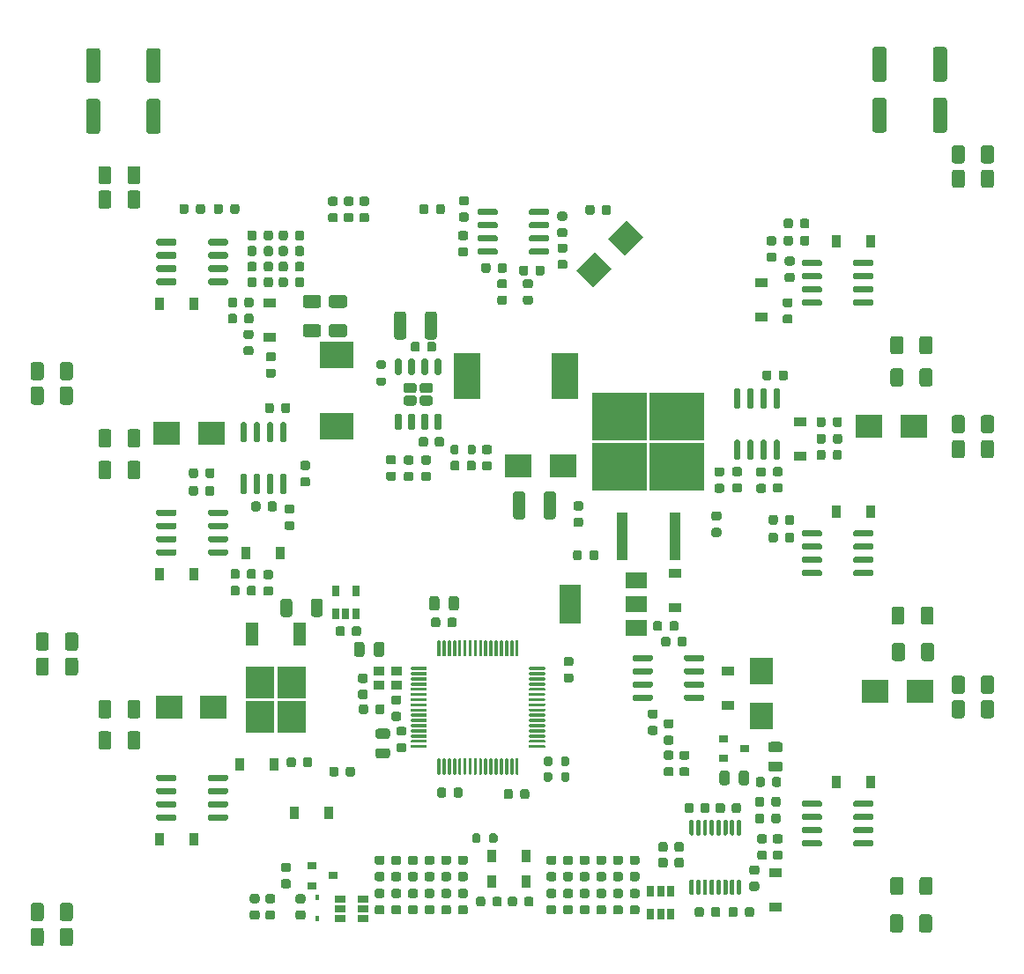
<source format=gbr>
%TF.GenerationSoftware,KiCad,Pcbnew,(5.1.9)-1*%
%TF.CreationDate,2021-03-14T17:38:15+01:00*%
%TF.ProjectId,Bobbycontroller,426f6262-7963-46f6-9e74-726f6c6c6572,rev?*%
%TF.SameCoordinates,Original*%
%TF.FileFunction,Paste,Top*%
%TF.FilePolarity,Positive*%
%FSLAX46Y46*%
G04 Gerber Fmt 4.6, Leading zero omitted, Abs format (unit mm)*
G04 Created by KiCad (PCBNEW (5.1.9)-1) date 2021-03-14 17:38:15*
%MOMM*%
%LPD*%
G01*
G04 APERTURE LIST*
%ADD10R,0.450000X0.600000*%
%ADD11R,2.750000X3.050000*%
%ADD12R,1.200000X2.200000*%
%ADD13R,0.900000X0.800000*%
%ADD14R,0.650000X1.060000*%
%ADD15R,2.600000X4.500000*%
%ADD16R,1.000000X0.900000*%
%ADD17C,0.100000*%
%ADD18R,2.500000X2.300000*%
%ADD19R,2.300000X2.500000*%
%ADD20R,0.900000X1.200000*%
%ADD21R,1.200000X0.900000*%
%ADD22R,1.060000X0.650000*%
%ADD23R,3.300000X2.500000*%
%ADD24R,2.000000X1.500000*%
%ADD25R,2.000000X3.800000*%
%ADD26R,5.250000X4.550000*%
%ADD27R,1.100000X4.600000*%
G04 APERTURE END LIST*
%TO.C,R82*%
G36*
G01*
X67525000Y-88675000D02*
X67525000Y-88125000D01*
G75*
G02*
X67725000Y-87925000I200000J0D01*
G01*
X68125000Y-87925000D01*
G75*
G02*
X68325000Y-88125000I0J-200000D01*
G01*
X68325000Y-88675000D01*
G75*
G02*
X68125000Y-88875000I-200000J0D01*
G01*
X67725000Y-88875000D01*
G75*
G02*
X67525000Y-88675000I0J200000D01*
G01*
G37*
G36*
G01*
X65875000Y-88675000D02*
X65875000Y-88125000D01*
G75*
G02*
X66075000Y-87925000I200000J0D01*
G01*
X66475000Y-87925000D01*
G75*
G02*
X66675000Y-88125000I0J-200000D01*
G01*
X66675000Y-88675000D01*
G75*
G02*
X66475000Y-88875000I-200000J0D01*
G01*
X66075000Y-88875000D01*
G75*
G02*
X65875000Y-88675000I0J200000D01*
G01*
G37*
%TD*%
D10*
%TO.C,D12*%
X51000000Y-96150000D03*
X51000000Y-94050000D03*
%TD*%
%TO.C,C84*%
G36*
G01*
X49150000Y-95325000D02*
X49650000Y-95325000D01*
G75*
G02*
X49875000Y-95550000I0J-225000D01*
G01*
X49875000Y-96000000D01*
G75*
G02*
X49650000Y-96225000I-225000J0D01*
G01*
X49150000Y-96225000D01*
G75*
G02*
X48925000Y-96000000I0J225000D01*
G01*
X48925000Y-95550000D01*
G75*
G02*
X49150000Y-95325000I225000J0D01*
G01*
G37*
G36*
G01*
X49150000Y-93775000D02*
X49650000Y-93775000D01*
G75*
G02*
X49875000Y-94000000I0J-225000D01*
G01*
X49875000Y-94450000D01*
G75*
G02*
X49650000Y-94675000I-225000J0D01*
G01*
X49150000Y-94675000D01*
G75*
G02*
X48925000Y-94450000I0J225000D01*
G01*
X48925000Y-94000000D01*
G75*
G02*
X49150000Y-93775000I225000J0D01*
G01*
G37*
%TD*%
%TO.C,C74*%
G36*
G01*
X72782000Y-57500001D02*
X72782000Y-55299999D01*
G75*
G02*
X73031999Y-55050000I249999J0D01*
G01*
X73682001Y-55050000D01*
G75*
G02*
X73932000Y-55299999I0J-249999D01*
G01*
X73932000Y-57500001D01*
G75*
G02*
X73682001Y-57750000I-249999J0D01*
G01*
X73031999Y-57750000D01*
G75*
G02*
X72782000Y-57500001I0J249999D01*
G01*
G37*
G36*
G01*
X69832000Y-57500001D02*
X69832000Y-55299999D01*
G75*
G02*
X70081999Y-55050000I249999J0D01*
G01*
X70732001Y-55050000D01*
G75*
G02*
X70982000Y-55299999I0J-249999D01*
G01*
X70982000Y-57500001D01*
G75*
G02*
X70732001Y-57750000I-249999J0D01*
G01*
X70081999Y-57750000D01*
G75*
G02*
X69832000Y-57500001I0J249999D01*
G01*
G37*
%TD*%
%TO.C,C71*%
G36*
G01*
X61352000Y-40216001D02*
X61352000Y-38015999D01*
G75*
G02*
X61601999Y-37766000I249999J0D01*
G01*
X62252001Y-37766000D01*
G75*
G02*
X62502000Y-38015999I0J-249999D01*
G01*
X62502000Y-40216001D01*
G75*
G02*
X62252001Y-40466000I-249999J0D01*
G01*
X61601999Y-40466000D01*
G75*
G02*
X61352000Y-40216001I0J249999D01*
G01*
G37*
G36*
G01*
X58402000Y-40216001D02*
X58402000Y-38015999D01*
G75*
G02*
X58651999Y-37766000I249999J0D01*
G01*
X59302001Y-37766000D01*
G75*
G02*
X59552000Y-38015999I0J-249999D01*
G01*
X59552000Y-40216001D01*
G75*
G02*
X59302001Y-40466000I-249999J0D01*
G01*
X58651999Y-40466000D01*
G75*
G02*
X58402000Y-40216001I0J249999D01*
G01*
G37*
%TD*%
%TO.C,U18*%
G36*
G01*
X91425000Y-92375000D02*
X91625000Y-92375000D01*
G75*
G02*
X91725000Y-92475000I0J-100000D01*
G01*
X91725000Y-93750000D01*
G75*
G02*
X91625000Y-93850000I-100000J0D01*
G01*
X91425000Y-93850000D01*
G75*
G02*
X91325000Y-93750000I0J100000D01*
G01*
X91325000Y-92475000D01*
G75*
G02*
X91425000Y-92375000I100000J0D01*
G01*
G37*
G36*
G01*
X90775000Y-92375000D02*
X90975000Y-92375000D01*
G75*
G02*
X91075000Y-92475000I0J-100000D01*
G01*
X91075000Y-93750000D01*
G75*
G02*
X90975000Y-93850000I-100000J0D01*
G01*
X90775000Y-93850000D01*
G75*
G02*
X90675000Y-93750000I0J100000D01*
G01*
X90675000Y-92475000D01*
G75*
G02*
X90775000Y-92375000I100000J0D01*
G01*
G37*
G36*
G01*
X90125000Y-92375000D02*
X90325000Y-92375000D01*
G75*
G02*
X90425000Y-92475000I0J-100000D01*
G01*
X90425000Y-93750000D01*
G75*
G02*
X90325000Y-93850000I-100000J0D01*
G01*
X90125000Y-93850000D01*
G75*
G02*
X90025000Y-93750000I0J100000D01*
G01*
X90025000Y-92475000D01*
G75*
G02*
X90125000Y-92375000I100000J0D01*
G01*
G37*
G36*
G01*
X89475000Y-92375000D02*
X89675000Y-92375000D01*
G75*
G02*
X89775000Y-92475000I0J-100000D01*
G01*
X89775000Y-93750000D01*
G75*
G02*
X89675000Y-93850000I-100000J0D01*
G01*
X89475000Y-93850000D01*
G75*
G02*
X89375000Y-93750000I0J100000D01*
G01*
X89375000Y-92475000D01*
G75*
G02*
X89475000Y-92375000I100000J0D01*
G01*
G37*
G36*
G01*
X88825000Y-92375000D02*
X89025000Y-92375000D01*
G75*
G02*
X89125000Y-92475000I0J-100000D01*
G01*
X89125000Y-93750000D01*
G75*
G02*
X89025000Y-93850000I-100000J0D01*
G01*
X88825000Y-93850000D01*
G75*
G02*
X88725000Y-93750000I0J100000D01*
G01*
X88725000Y-92475000D01*
G75*
G02*
X88825000Y-92375000I100000J0D01*
G01*
G37*
G36*
G01*
X88175000Y-92375000D02*
X88375000Y-92375000D01*
G75*
G02*
X88475000Y-92475000I0J-100000D01*
G01*
X88475000Y-93750000D01*
G75*
G02*
X88375000Y-93850000I-100000J0D01*
G01*
X88175000Y-93850000D01*
G75*
G02*
X88075000Y-93750000I0J100000D01*
G01*
X88075000Y-92475000D01*
G75*
G02*
X88175000Y-92375000I100000J0D01*
G01*
G37*
G36*
G01*
X87525000Y-92375000D02*
X87725000Y-92375000D01*
G75*
G02*
X87825000Y-92475000I0J-100000D01*
G01*
X87825000Y-93750000D01*
G75*
G02*
X87725000Y-93850000I-100000J0D01*
G01*
X87525000Y-93850000D01*
G75*
G02*
X87425000Y-93750000I0J100000D01*
G01*
X87425000Y-92475000D01*
G75*
G02*
X87525000Y-92375000I100000J0D01*
G01*
G37*
G36*
G01*
X86875000Y-92375000D02*
X87075000Y-92375000D01*
G75*
G02*
X87175000Y-92475000I0J-100000D01*
G01*
X87175000Y-93750000D01*
G75*
G02*
X87075000Y-93850000I-100000J0D01*
G01*
X86875000Y-93850000D01*
G75*
G02*
X86775000Y-93750000I0J100000D01*
G01*
X86775000Y-92475000D01*
G75*
G02*
X86875000Y-92375000I100000J0D01*
G01*
G37*
G36*
G01*
X86875000Y-86650000D02*
X87075000Y-86650000D01*
G75*
G02*
X87175000Y-86750000I0J-100000D01*
G01*
X87175000Y-88025000D01*
G75*
G02*
X87075000Y-88125000I-100000J0D01*
G01*
X86875000Y-88125000D01*
G75*
G02*
X86775000Y-88025000I0J100000D01*
G01*
X86775000Y-86750000D01*
G75*
G02*
X86875000Y-86650000I100000J0D01*
G01*
G37*
G36*
G01*
X87525000Y-86650000D02*
X87725000Y-86650000D01*
G75*
G02*
X87825000Y-86750000I0J-100000D01*
G01*
X87825000Y-88025000D01*
G75*
G02*
X87725000Y-88125000I-100000J0D01*
G01*
X87525000Y-88125000D01*
G75*
G02*
X87425000Y-88025000I0J100000D01*
G01*
X87425000Y-86750000D01*
G75*
G02*
X87525000Y-86650000I100000J0D01*
G01*
G37*
G36*
G01*
X88175000Y-86650000D02*
X88375000Y-86650000D01*
G75*
G02*
X88475000Y-86750000I0J-100000D01*
G01*
X88475000Y-88025000D01*
G75*
G02*
X88375000Y-88125000I-100000J0D01*
G01*
X88175000Y-88125000D01*
G75*
G02*
X88075000Y-88025000I0J100000D01*
G01*
X88075000Y-86750000D01*
G75*
G02*
X88175000Y-86650000I100000J0D01*
G01*
G37*
G36*
G01*
X88825000Y-86650000D02*
X89025000Y-86650000D01*
G75*
G02*
X89125000Y-86750000I0J-100000D01*
G01*
X89125000Y-88025000D01*
G75*
G02*
X89025000Y-88125000I-100000J0D01*
G01*
X88825000Y-88125000D01*
G75*
G02*
X88725000Y-88025000I0J100000D01*
G01*
X88725000Y-86750000D01*
G75*
G02*
X88825000Y-86650000I100000J0D01*
G01*
G37*
G36*
G01*
X89475000Y-86650000D02*
X89675000Y-86650000D01*
G75*
G02*
X89775000Y-86750000I0J-100000D01*
G01*
X89775000Y-88025000D01*
G75*
G02*
X89675000Y-88125000I-100000J0D01*
G01*
X89475000Y-88125000D01*
G75*
G02*
X89375000Y-88025000I0J100000D01*
G01*
X89375000Y-86750000D01*
G75*
G02*
X89475000Y-86650000I100000J0D01*
G01*
G37*
G36*
G01*
X90125000Y-86650000D02*
X90325000Y-86650000D01*
G75*
G02*
X90425000Y-86750000I0J-100000D01*
G01*
X90425000Y-88025000D01*
G75*
G02*
X90325000Y-88125000I-100000J0D01*
G01*
X90125000Y-88125000D01*
G75*
G02*
X90025000Y-88025000I0J100000D01*
G01*
X90025000Y-86750000D01*
G75*
G02*
X90125000Y-86650000I100000J0D01*
G01*
G37*
G36*
G01*
X90775000Y-86650000D02*
X90975000Y-86650000D01*
G75*
G02*
X91075000Y-86750000I0J-100000D01*
G01*
X91075000Y-88025000D01*
G75*
G02*
X90975000Y-88125000I-100000J0D01*
G01*
X90775000Y-88125000D01*
G75*
G02*
X90675000Y-88025000I0J100000D01*
G01*
X90675000Y-86750000D01*
G75*
G02*
X90775000Y-86650000I100000J0D01*
G01*
G37*
G36*
G01*
X91425000Y-86650000D02*
X91625000Y-86650000D01*
G75*
G02*
X91725000Y-86750000I0J-100000D01*
G01*
X91725000Y-88025000D01*
G75*
G02*
X91625000Y-88125000I-100000J0D01*
G01*
X91425000Y-88125000D01*
G75*
G02*
X91325000Y-88025000I0J100000D01*
G01*
X91325000Y-86750000D01*
G75*
G02*
X91425000Y-86650000I100000J0D01*
G01*
G37*
%TD*%
%TO.C,C81*%
G36*
G01*
X84675000Y-89000000D02*
X84675000Y-89500000D01*
G75*
G02*
X84450000Y-89725000I-225000J0D01*
G01*
X84000000Y-89725000D01*
G75*
G02*
X83775000Y-89500000I0J225000D01*
G01*
X83775000Y-89000000D01*
G75*
G02*
X84000000Y-88775000I225000J0D01*
G01*
X84450000Y-88775000D01*
G75*
G02*
X84675000Y-89000000I0J-225000D01*
G01*
G37*
G36*
G01*
X86225000Y-89000000D02*
X86225000Y-89500000D01*
G75*
G02*
X86000000Y-89725000I-225000J0D01*
G01*
X85550000Y-89725000D01*
G75*
G02*
X85325000Y-89500000I0J225000D01*
G01*
X85325000Y-89000000D01*
G75*
G02*
X85550000Y-88775000I225000J0D01*
G01*
X86000000Y-88775000D01*
G75*
G02*
X86225000Y-89000000I0J-225000D01*
G01*
G37*
%TD*%
%TO.C,C80*%
G36*
G01*
X84675000Y-90500000D02*
X84675000Y-91000000D01*
G75*
G02*
X84450000Y-91225000I-225000J0D01*
G01*
X84000000Y-91225000D01*
G75*
G02*
X83775000Y-91000000I0J225000D01*
G01*
X83775000Y-90500000D01*
G75*
G02*
X84000000Y-90275000I225000J0D01*
G01*
X84450000Y-90275000D01*
G75*
G02*
X84675000Y-90500000I0J-225000D01*
G01*
G37*
G36*
G01*
X86225000Y-90500000D02*
X86225000Y-91000000D01*
G75*
G02*
X86000000Y-91225000I-225000J0D01*
G01*
X85550000Y-91225000D01*
G75*
G02*
X85325000Y-91000000I0J225000D01*
G01*
X85325000Y-90500000D01*
G75*
G02*
X85550000Y-90275000I225000J0D01*
G01*
X86000000Y-90275000D01*
G75*
G02*
X86225000Y-90500000I0J-225000D01*
G01*
G37*
%TD*%
%TO.C,C79*%
G36*
G01*
X87175000Y-85250000D02*
X87175000Y-85750000D01*
G75*
G02*
X86950000Y-85975000I-225000J0D01*
G01*
X86500000Y-85975000D01*
G75*
G02*
X86275000Y-85750000I0J225000D01*
G01*
X86275000Y-85250000D01*
G75*
G02*
X86500000Y-85025000I225000J0D01*
G01*
X86950000Y-85025000D01*
G75*
G02*
X87175000Y-85250000I0J-225000D01*
G01*
G37*
G36*
G01*
X88725000Y-85250000D02*
X88725000Y-85750000D01*
G75*
G02*
X88500000Y-85975000I-225000J0D01*
G01*
X88050000Y-85975000D01*
G75*
G02*
X87825000Y-85750000I0J225000D01*
G01*
X87825000Y-85250000D01*
G75*
G02*
X88050000Y-85025000I225000J0D01*
G01*
X88500000Y-85025000D01*
G75*
G02*
X88725000Y-85250000I0J-225000D01*
G01*
G37*
%TD*%
%TO.C,C78*%
G36*
G01*
X92750000Y-92575000D02*
X93250000Y-92575000D01*
G75*
G02*
X93475000Y-92800000I0J-225000D01*
G01*
X93475000Y-93250000D01*
G75*
G02*
X93250000Y-93475000I-225000J0D01*
G01*
X92750000Y-93475000D01*
G75*
G02*
X92525000Y-93250000I0J225000D01*
G01*
X92525000Y-92800000D01*
G75*
G02*
X92750000Y-92575000I225000J0D01*
G01*
G37*
G36*
G01*
X92750000Y-91025000D02*
X93250000Y-91025000D01*
G75*
G02*
X93475000Y-91250000I0J-225000D01*
G01*
X93475000Y-91700000D01*
G75*
G02*
X93250000Y-91925000I-225000J0D01*
G01*
X92750000Y-91925000D01*
G75*
G02*
X92525000Y-91700000I0J225000D01*
G01*
X92525000Y-91250000D01*
G75*
G02*
X92750000Y-91025000I225000J0D01*
G01*
G37*
%TD*%
%TO.C,C77*%
G36*
G01*
X90175000Y-85250000D02*
X90175000Y-85750000D01*
G75*
G02*
X89950000Y-85975000I-225000J0D01*
G01*
X89500000Y-85975000D01*
G75*
G02*
X89275000Y-85750000I0J225000D01*
G01*
X89275000Y-85250000D01*
G75*
G02*
X89500000Y-85025000I225000J0D01*
G01*
X89950000Y-85025000D01*
G75*
G02*
X90175000Y-85250000I0J-225000D01*
G01*
G37*
G36*
G01*
X91725000Y-85250000D02*
X91725000Y-85750000D01*
G75*
G02*
X91500000Y-85975000I-225000J0D01*
G01*
X91050000Y-85975000D01*
G75*
G02*
X90825000Y-85750000I0J225000D01*
G01*
X90825000Y-85250000D01*
G75*
G02*
X91050000Y-85025000I225000J0D01*
G01*
X91500000Y-85025000D01*
G75*
G02*
X91725000Y-85250000I0J-225000D01*
G01*
G37*
%TD*%
D11*
%TO.C,V12*%
X45475000Y-73425000D03*
X48525000Y-76775000D03*
X48525000Y-73425000D03*
X45475000Y-76775000D03*
D12*
X44720000Y-68800000D03*
X49280000Y-68800000D03*
%TD*%
%TO.C,C44*%
G36*
G01*
X85637500Y-69756250D02*
X85637500Y-69243750D01*
G75*
G02*
X85856250Y-69025000I218750J0D01*
G01*
X86293750Y-69025000D01*
G75*
G02*
X86512500Y-69243750I0J-218750D01*
G01*
X86512500Y-69756250D01*
G75*
G02*
X86293750Y-69975000I-218750J0D01*
G01*
X85856250Y-69975000D01*
G75*
G02*
X85637500Y-69756250I0J218750D01*
G01*
G37*
G36*
G01*
X84062500Y-69756250D02*
X84062500Y-69243750D01*
G75*
G02*
X84281250Y-69025000I218750J0D01*
G01*
X84718750Y-69025000D01*
G75*
G02*
X84937500Y-69243750I0J-218750D01*
G01*
X84937500Y-69756250D01*
G75*
G02*
X84718750Y-69975000I-218750J0D01*
G01*
X84281250Y-69975000D01*
G75*
G02*
X84062500Y-69756250I0J218750D01*
G01*
G37*
%TD*%
%TO.C,U7*%
G36*
G01*
X86250000Y-71245000D02*
X86250000Y-70945000D01*
G75*
G02*
X86400000Y-70795000I150000J0D01*
G01*
X88050000Y-70795000D01*
G75*
G02*
X88200000Y-70945000I0J-150000D01*
G01*
X88200000Y-71245000D01*
G75*
G02*
X88050000Y-71395000I-150000J0D01*
G01*
X86400000Y-71395000D01*
G75*
G02*
X86250000Y-71245000I0J150000D01*
G01*
G37*
G36*
G01*
X86250000Y-72515000D02*
X86250000Y-72215000D01*
G75*
G02*
X86400000Y-72065000I150000J0D01*
G01*
X88050000Y-72065000D01*
G75*
G02*
X88200000Y-72215000I0J-150000D01*
G01*
X88200000Y-72515000D01*
G75*
G02*
X88050000Y-72665000I-150000J0D01*
G01*
X86400000Y-72665000D01*
G75*
G02*
X86250000Y-72515000I0J150000D01*
G01*
G37*
G36*
G01*
X86250000Y-73785000D02*
X86250000Y-73485000D01*
G75*
G02*
X86400000Y-73335000I150000J0D01*
G01*
X88050000Y-73335000D01*
G75*
G02*
X88200000Y-73485000I0J-150000D01*
G01*
X88200000Y-73785000D01*
G75*
G02*
X88050000Y-73935000I-150000J0D01*
G01*
X86400000Y-73935000D01*
G75*
G02*
X86250000Y-73785000I0J150000D01*
G01*
G37*
G36*
G01*
X86250000Y-75055000D02*
X86250000Y-74755000D01*
G75*
G02*
X86400000Y-74605000I150000J0D01*
G01*
X88050000Y-74605000D01*
G75*
G02*
X88200000Y-74755000I0J-150000D01*
G01*
X88200000Y-75055000D01*
G75*
G02*
X88050000Y-75205000I-150000J0D01*
G01*
X86400000Y-75205000D01*
G75*
G02*
X86250000Y-75055000I0J150000D01*
G01*
G37*
G36*
G01*
X81300000Y-75055000D02*
X81300000Y-74755000D01*
G75*
G02*
X81450000Y-74605000I150000J0D01*
G01*
X83100000Y-74605000D01*
G75*
G02*
X83250000Y-74755000I0J-150000D01*
G01*
X83250000Y-75055000D01*
G75*
G02*
X83100000Y-75205000I-150000J0D01*
G01*
X81450000Y-75205000D01*
G75*
G02*
X81300000Y-75055000I0J150000D01*
G01*
G37*
G36*
G01*
X81300000Y-73785000D02*
X81300000Y-73485000D01*
G75*
G02*
X81450000Y-73335000I150000J0D01*
G01*
X83100000Y-73335000D01*
G75*
G02*
X83250000Y-73485000I0J-150000D01*
G01*
X83250000Y-73785000D01*
G75*
G02*
X83100000Y-73935000I-150000J0D01*
G01*
X81450000Y-73935000D01*
G75*
G02*
X81300000Y-73785000I0J150000D01*
G01*
G37*
G36*
G01*
X81300000Y-72515000D02*
X81300000Y-72215000D01*
G75*
G02*
X81450000Y-72065000I150000J0D01*
G01*
X83100000Y-72065000D01*
G75*
G02*
X83250000Y-72215000I0J-150000D01*
G01*
X83250000Y-72515000D01*
G75*
G02*
X83100000Y-72665000I-150000J0D01*
G01*
X81450000Y-72665000D01*
G75*
G02*
X81300000Y-72515000I0J150000D01*
G01*
G37*
G36*
G01*
X81300000Y-71245000D02*
X81300000Y-70945000D01*
G75*
G02*
X81450000Y-70795000I150000J0D01*
G01*
X83100000Y-70795000D01*
G75*
G02*
X83250000Y-70945000I0J-150000D01*
G01*
X83250000Y-71245000D01*
G75*
G02*
X83100000Y-71395000I-150000J0D01*
G01*
X81450000Y-71395000D01*
G75*
G02*
X81300000Y-71245000I0J150000D01*
G01*
G37*
%TD*%
D13*
%TO.C,D17*%
X92080000Y-79760000D03*
X90080000Y-80710000D03*
X90080000Y-78810000D03*
%TD*%
D14*
%TO.C,U17*%
X52800000Y-64650000D03*
X54700000Y-64650000D03*
X54700000Y-66850000D03*
X53750000Y-66850000D03*
X52800000Y-66850000D03*
%TD*%
%TO.C,R79*%
G36*
G01*
X50400000Y-66875003D02*
X50400000Y-65624997D01*
G75*
G02*
X50649997Y-65375000I249997J0D01*
G01*
X51275003Y-65375000D01*
G75*
G02*
X51525000Y-65624997I0J-249997D01*
G01*
X51525000Y-66875003D01*
G75*
G02*
X51275003Y-67125000I-249997J0D01*
G01*
X50649997Y-67125000D01*
G75*
G02*
X50400000Y-66875003I0J249997D01*
G01*
G37*
G36*
G01*
X47475000Y-66875003D02*
X47475000Y-65624997D01*
G75*
G02*
X47724997Y-65375000I249997J0D01*
G01*
X48350003Y-65375000D01*
G75*
G02*
X48600000Y-65624997I0J-249997D01*
G01*
X48600000Y-66875003D01*
G75*
G02*
X48350003Y-67125000I-249997J0D01*
G01*
X47724997Y-67125000D01*
G75*
G02*
X47475000Y-66875003I0J249997D01*
G01*
G37*
%TD*%
%TO.C,R47*%
G36*
G01*
X74425000Y-81275000D02*
X74425000Y-80725000D01*
G75*
G02*
X74625000Y-80525000I200000J0D01*
G01*
X75025000Y-80525000D01*
G75*
G02*
X75225000Y-80725000I0J-200000D01*
G01*
X75225000Y-81275000D01*
G75*
G02*
X75025000Y-81475000I-200000J0D01*
G01*
X74625000Y-81475000D01*
G75*
G02*
X74425000Y-81275000I0J200000D01*
G01*
G37*
G36*
G01*
X72775000Y-81275000D02*
X72775000Y-80725000D01*
G75*
G02*
X72975000Y-80525000I200000J0D01*
G01*
X73375000Y-80525000D01*
G75*
G02*
X73575000Y-80725000I0J-200000D01*
G01*
X73575000Y-81275000D01*
G75*
G02*
X73375000Y-81475000I-200000J0D01*
G01*
X72975000Y-81475000D01*
G75*
G02*
X72775000Y-81275000I0J200000D01*
G01*
G37*
%TD*%
%TO.C,R46*%
G36*
G01*
X74425000Y-82775000D02*
X74425000Y-82225000D01*
G75*
G02*
X74625000Y-82025000I200000J0D01*
G01*
X75025000Y-82025000D01*
G75*
G02*
X75225000Y-82225000I0J-200000D01*
G01*
X75225000Y-82775000D01*
G75*
G02*
X75025000Y-82975000I-200000J0D01*
G01*
X74625000Y-82975000D01*
G75*
G02*
X74425000Y-82775000I0J200000D01*
G01*
G37*
G36*
G01*
X72775000Y-82775000D02*
X72775000Y-82225000D01*
G75*
G02*
X72975000Y-82025000I200000J0D01*
G01*
X73375000Y-82025000D01*
G75*
G02*
X73575000Y-82225000I0J-200000D01*
G01*
X73575000Y-82775000D01*
G75*
G02*
X73375000Y-82975000I-200000J0D01*
G01*
X72975000Y-82975000D01*
G75*
G02*
X72775000Y-82775000I0J200000D01*
G01*
G37*
%TD*%
%TO.C,C76*%
G36*
G01*
X56450000Y-70725000D02*
X56450000Y-69775000D01*
G75*
G02*
X56700000Y-69525000I250000J0D01*
G01*
X57200000Y-69525000D01*
G75*
G02*
X57450000Y-69775000I0J-250000D01*
G01*
X57450000Y-70725000D01*
G75*
G02*
X57200000Y-70975000I-250000J0D01*
G01*
X56700000Y-70975000D01*
G75*
G02*
X56450000Y-70725000I0J250000D01*
G01*
G37*
G36*
G01*
X54550000Y-70725000D02*
X54550000Y-69775000D01*
G75*
G02*
X54800000Y-69525000I250000J0D01*
G01*
X55300000Y-69525000D01*
G75*
G02*
X55550000Y-69775000I0J-250000D01*
G01*
X55550000Y-70725000D01*
G75*
G02*
X55300000Y-70975000I-250000J0D01*
G01*
X54800000Y-70975000D01*
G75*
G02*
X54550000Y-70725000I0J250000D01*
G01*
G37*
%TD*%
%TO.C,C75*%
G36*
G01*
X54325000Y-68750000D02*
X54325000Y-68250000D01*
G75*
G02*
X54550000Y-68025000I225000J0D01*
G01*
X55000000Y-68025000D01*
G75*
G02*
X55225000Y-68250000I0J-225000D01*
G01*
X55225000Y-68750000D01*
G75*
G02*
X55000000Y-68975000I-225000J0D01*
G01*
X54550000Y-68975000D01*
G75*
G02*
X54325000Y-68750000I0J225000D01*
G01*
G37*
G36*
G01*
X52775000Y-68750000D02*
X52775000Y-68250000D01*
G75*
G02*
X53000000Y-68025000I225000J0D01*
G01*
X53450000Y-68025000D01*
G75*
G02*
X53675000Y-68250000I0J-225000D01*
G01*
X53675000Y-68750000D01*
G75*
G02*
X53450000Y-68975000I-225000J0D01*
G01*
X53000000Y-68975000D01*
G75*
G02*
X52775000Y-68750000I0J225000D01*
G01*
G37*
%TD*%
D15*
%TO.C,L1*%
X74770000Y-43930000D03*
X65370000Y-43930000D03*
%TD*%
D16*
%TO.C,X1*%
X56950000Y-73650000D03*
X58650000Y-73650000D03*
X58650000Y-72350000D03*
X56950000Y-72350000D03*
%TD*%
%TO.C,C70*%
G36*
G01*
X55150000Y-74125000D02*
X55650000Y-74125000D01*
G75*
G02*
X55875000Y-74350000I0J-225000D01*
G01*
X55875000Y-74800000D01*
G75*
G02*
X55650000Y-75025000I-225000J0D01*
G01*
X55150000Y-75025000D01*
G75*
G02*
X54925000Y-74800000I0J225000D01*
G01*
X54925000Y-74350000D01*
G75*
G02*
X55150000Y-74125000I225000J0D01*
G01*
G37*
G36*
G01*
X55150000Y-72575000D02*
X55650000Y-72575000D01*
G75*
G02*
X55875000Y-72800000I0J-225000D01*
G01*
X55875000Y-73250000D01*
G75*
G02*
X55650000Y-73475000I-225000J0D01*
G01*
X55150000Y-73475000D01*
G75*
G02*
X54925000Y-73250000I0J225000D01*
G01*
X54925000Y-72800000D01*
G75*
G02*
X55150000Y-72575000I225000J0D01*
G01*
G37*
%TD*%
%TO.C,R81*%
G36*
G01*
X52375000Y-38975000D02*
X53625000Y-38975000D01*
G75*
G02*
X53875000Y-39225000I0J-250000D01*
G01*
X53875000Y-39975000D01*
G75*
G02*
X53625000Y-40225000I-250000J0D01*
G01*
X52375000Y-40225000D01*
G75*
G02*
X52125000Y-39975000I0J250000D01*
G01*
X52125000Y-39225000D01*
G75*
G02*
X52375000Y-38975000I250000J0D01*
G01*
G37*
G36*
G01*
X52375000Y-36175000D02*
X53625000Y-36175000D01*
G75*
G02*
X53875000Y-36425000I0J-250000D01*
G01*
X53875000Y-37175000D01*
G75*
G02*
X53625000Y-37425000I-250000J0D01*
G01*
X52375000Y-37425000D01*
G75*
G02*
X52125000Y-37175000I0J250000D01*
G01*
X52125000Y-36425000D01*
G75*
G02*
X52375000Y-36175000I250000J0D01*
G01*
G37*
%TD*%
D17*
%TO.C,D39*%
G36*
X77650431Y-32023224D02*
G01*
X79276776Y-33649569D01*
X77509009Y-35417336D01*
X75882664Y-33790991D01*
X77650431Y-32023224D01*
G37*
G36*
X80690991Y-28982664D02*
G01*
X82317336Y-30609009D01*
X80549569Y-32376776D01*
X78923224Y-30750431D01*
X80690991Y-28982664D01*
G37*
%TD*%
D18*
%TO.C,D38*%
X40850000Y-49500000D03*
X36550000Y-49500000D03*
%TD*%
%TO.C,D37*%
X41050000Y-75800000D03*
X36750000Y-75800000D03*
%TD*%
%TO.C,D36*%
X108322000Y-48768000D03*
X104022000Y-48768000D03*
%TD*%
%TO.C,D35*%
X108900000Y-74250000D03*
X104600000Y-74250000D03*
%TD*%
%TO.C,R77*%
G36*
G01*
X38650000Y-27643750D02*
X38650000Y-28156250D01*
G75*
G02*
X38431250Y-28375000I-218750J0D01*
G01*
X37993750Y-28375000D01*
G75*
G02*
X37775000Y-28156250I0J218750D01*
G01*
X37775000Y-27643750D01*
G75*
G02*
X37993750Y-27425000I218750J0D01*
G01*
X38431250Y-27425000D01*
G75*
G02*
X38650000Y-27643750I0J-218750D01*
G01*
G37*
G36*
G01*
X40225000Y-27643750D02*
X40225000Y-28156250D01*
G75*
G02*
X40006250Y-28375000I-218750J0D01*
G01*
X39568750Y-28375000D01*
G75*
G02*
X39350000Y-28156250I0J218750D01*
G01*
X39350000Y-27643750D01*
G75*
G02*
X39568750Y-27425000I218750J0D01*
G01*
X40006250Y-27425000D01*
G75*
G02*
X40225000Y-27643750I0J-218750D01*
G01*
G37*
%TD*%
%TO.C,R76*%
G36*
G01*
X42650000Y-28156250D02*
X42650000Y-27643750D01*
G75*
G02*
X42868750Y-27425000I218750J0D01*
G01*
X43306250Y-27425000D01*
G75*
G02*
X43525000Y-27643750I0J-218750D01*
G01*
X43525000Y-28156250D01*
G75*
G02*
X43306250Y-28375000I-218750J0D01*
G01*
X42868750Y-28375000D01*
G75*
G02*
X42650000Y-28156250I0J218750D01*
G01*
G37*
G36*
G01*
X41075000Y-28156250D02*
X41075000Y-27643750D01*
G75*
G02*
X41293750Y-27425000I218750J0D01*
G01*
X41731250Y-27425000D01*
G75*
G02*
X41950000Y-27643750I0J-218750D01*
G01*
X41950000Y-28156250D01*
G75*
G02*
X41731250Y-28375000I-218750J0D01*
G01*
X41293750Y-28375000D01*
G75*
G02*
X41075000Y-28156250I0J218750D01*
G01*
G37*
%TD*%
%TO.C,R75*%
G36*
G01*
X39562500Y-53043750D02*
X39562500Y-53556250D01*
G75*
G02*
X39343750Y-53775000I-218750J0D01*
G01*
X38906250Y-53775000D01*
G75*
G02*
X38687500Y-53556250I0J218750D01*
G01*
X38687500Y-53043750D01*
G75*
G02*
X38906250Y-52825000I218750J0D01*
G01*
X39343750Y-52825000D01*
G75*
G02*
X39562500Y-53043750I0J-218750D01*
G01*
G37*
G36*
G01*
X41137500Y-53043750D02*
X41137500Y-53556250D01*
G75*
G02*
X40918750Y-53775000I-218750J0D01*
G01*
X40481250Y-53775000D01*
G75*
G02*
X40262500Y-53556250I0J218750D01*
G01*
X40262500Y-53043750D01*
G75*
G02*
X40481250Y-52825000I218750J0D01*
G01*
X40918750Y-52825000D01*
G75*
G02*
X41137500Y-53043750I0J-218750D01*
G01*
G37*
%TD*%
%TO.C,R74*%
G36*
G01*
X39550000Y-54743750D02*
X39550000Y-55256250D01*
G75*
G02*
X39331250Y-55475000I-218750J0D01*
G01*
X38893750Y-55475000D01*
G75*
G02*
X38675000Y-55256250I0J218750D01*
G01*
X38675000Y-54743750D01*
G75*
G02*
X38893750Y-54525000I218750J0D01*
G01*
X39331250Y-54525000D01*
G75*
G02*
X39550000Y-54743750I0J-218750D01*
G01*
G37*
G36*
G01*
X41125000Y-54743750D02*
X41125000Y-55256250D01*
G75*
G02*
X40906250Y-55475000I-218750J0D01*
G01*
X40468750Y-55475000D01*
G75*
G02*
X40250000Y-55256250I0J218750D01*
G01*
X40250000Y-54743750D01*
G75*
G02*
X40468750Y-54525000I218750J0D01*
G01*
X40906250Y-54525000D01*
G75*
G02*
X41125000Y-54743750I0J-218750D01*
G01*
G37*
%TD*%
%TO.C,R73*%
G36*
G01*
X53750000Y-82256250D02*
X53750000Y-81743750D01*
G75*
G02*
X53968750Y-81525000I218750J0D01*
G01*
X54406250Y-81525000D01*
G75*
G02*
X54625000Y-81743750I0J-218750D01*
G01*
X54625000Y-82256250D01*
G75*
G02*
X54406250Y-82475000I-218750J0D01*
G01*
X53968750Y-82475000D01*
G75*
G02*
X53750000Y-82256250I0J218750D01*
G01*
G37*
G36*
G01*
X52175000Y-82256250D02*
X52175000Y-81743750D01*
G75*
G02*
X52393750Y-81525000I218750J0D01*
G01*
X52831250Y-81525000D01*
G75*
G02*
X53050000Y-81743750I0J-218750D01*
G01*
X53050000Y-82256250D01*
G75*
G02*
X52831250Y-82475000I-218750J0D01*
G01*
X52393750Y-82475000D01*
G75*
G02*
X52175000Y-82256250I0J218750D01*
G01*
G37*
%TD*%
%TO.C,R72*%
G36*
G01*
X49650000Y-81356250D02*
X49650000Y-80843750D01*
G75*
G02*
X49868750Y-80625000I218750J0D01*
G01*
X50306250Y-80625000D01*
G75*
G02*
X50525000Y-80843750I0J-218750D01*
G01*
X50525000Y-81356250D01*
G75*
G02*
X50306250Y-81575000I-218750J0D01*
G01*
X49868750Y-81575000D01*
G75*
G02*
X49650000Y-81356250I0J218750D01*
G01*
G37*
G36*
G01*
X48075000Y-81356250D02*
X48075000Y-80843750D01*
G75*
G02*
X48293750Y-80625000I218750J0D01*
G01*
X48731250Y-80625000D01*
G75*
G02*
X48950000Y-80843750I0J-218750D01*
G01*
X48950000Y-81356250D01*
G75*
G02*
X48731250Y-81575000I-218750J0D01*
G01*
X48293750Y-81575000D01*
G75*
G02*
X48075000Y-81356250I0J218750D01*
G01*
G37*
%TD*%
%TO.C,R71*%
G36*
G01*
X96143750Y-34050000D02*
X96656250Y-34050000D01*
G75*
G02*
X96875000Y-34268750I0J-218750D01*
G01*
X96875000Y-34706250D01*
G75*
G02*
X96656250Y-34925000I-218750J0D01*
G01*
X96143750Y-34925000D01*
G75*
G02*
X95925000Y-34706250I0J218750D01*
G01*
X95925000Y-34268750D01*
G75*
G02*
X96143750Y-34050000I218750J0D01*
G01*
G37*
G36*
G01*
X96143750Y-32475000D02*
X96656250Y-32475000D01*
G75*
G02*
X96875000Y-32693750I0J-218750D01*
G01*
X96875000Y-33131250D01*
G75*
G02*
X96656250Y-33350000I-218750J0D01*
G01*
X96143750Y-33350000D01*
G75*
G02*
X95925000Y-33131250I0J218750D01*
G01*
X95925000Y-32693750D01*
G75*
G02*
X96143750Y-32475000I218750J0D01*
G01*
G37*
%TD*%
%TO.C,R68*%
G36*
G01*
X95943750Y-38050000D02*
X96456250Y-38050000D01*
G75*
G02*
X96675000Y-38268750I0J-218750D01*
G01*
X96675000Y-38706250D01*
G75*
G02*
X96456250Y-38925000I-218750J0D01*
G01*
X95943750Y-38925000D01*
G75*
G02*
X95725000Y-38706250I0J218750D01*
G01*
X95725000Y-38268750D01*
G75*
G02*
X95943750Y-38050000I218750J0D01*
G01*
G37*
G36*
G01*
X95943750Y-36475000D02*
X96456250Y-36475000D01*
G75*
G02*
X96675000Y-36693750I0J-218750D01*
G01*
X96675000Y-37131250D01*
G75*
G02*
X96456250Y-37350000I-218750J0D01*
G01*
X95943750Y-37350000D01*
G75*
G02*
X95725000Y-37131250I0J218750D01*
G01*
X95725000Y-36693750D01*
G75*
G02*
X95943750Y-36475000I218750J0D01*
G01*
G37*
%TD*%
%TO.C,R65*%
G36*
G01*
X95250000Y-57543750D02*
X95250000Y-58056250D01*
G75*
G02*
X95031250Y-58275000I-218750J0D01*
G01*
X94593750Y-58275000D01*
G75*
G02*
X94375000Y-58056250I0J218750D01*
G01*
X94375000Y-57543750D01*
G75*
G02*
X94593750Y-57325000I218750J0D01*
G01*
X95031250Y-57325000D01*
G75*
G02*
X95250000Y-57543750I0J-218750D01*
G01*
G37*
G36*
G01*
X96825000Y-57543750D02*
X96825000Y-58056250D01*
G75*
G02*
X96606250Y-58275000I-218750J0D01*
G01*
X96168750Y-58275000D01*
G75*
G02*
X95950000Y-58056250I0J218750D01*
G01*
X95950000Y-57543750D01*
G75*
G02*
X96168750Y-57325000I218750J0D01*
G01*
X96606250Y-57325000D01*
G75*
G02*
X96825000Y-57543750I0J-218750D01*
G01*
G37*
%TD*%
%TO.C,R62*%
G36*
G01*
X95250000Y-59243750D02*
X95250000Y-59756250D01*
G75*
G02*
X95031250Y-59975000I-218750J0D01*
G01*
X94593750Y-59975000D01*
G75*
G02*
X94375000Y-59756250I0J218750D01*
G01*
X94375000Y-59243750D01*
G75*
G02*
X94593750Y-59025000I218750J0D01*
G01*
X95031250Y-59025000D01*
G75*
G02*
X95250000Y-59243750I0J-218750D01*
G01*
G37*
G36*
G01*
X96825000Y-59243750D02*
X96825000Y-59756250D01*
G75*
G02*
X96606250Y-59975000I-218750J0D01*
G01*
X96168750Y-59975000D01*
G75*
G02*
X95950000Y-59756250I0J218750D01*
G01*
X95950000Y-59243750D01*
G75*
G02*
X96168750Y-59025000I218750J0D01*
G01*
X96606250Y-59025000D01*
G75*
G02*
X96825000Y-59243750I0J-218750D01*
G01*
G37*
%TD*%
%TO.C,R59*%
G36*
G01*
X93950000Y-84643750D02*
X93950000Y-85156250D01*
G75*
G02*
X93731250Y-85375000I-218750J0D01*
G01*
X93293750Y-85375000D01*
G75*
G02*
X93075000Y-85156250I0J218750D01*
G01*
X93075000Y-84643750D01*
G75*
G02*
X93293750Y-84425000I218750J0D01*
G01*
X93731250Y-84425000D01*
G75*
G02*
X93950000Y-84643750I0J-218750D01*
G01*
G37*
G36*
G01*
X95525000Y-84643750D02*
X95525000Y-85156250D01*
G75*
G02*
X95306250Y-85375000I-218750J0D01*
G01*
X94868750Y-85375000D01*
G75*
G02*
X94650000Y-85156250I0J218750D01*
G01*
X94650000Y-84643750D01*
G75*
G02*
X94868750Y-84425000I218750J0D01*
G01*
X95306250Y-84425000D01*
G75*
G02*
X95525000Y-84643750I0J-218750D01*
G01*
G37*
%TD*%
%TO.C,R52*%
G36*
G01*
X93950000Y-86243750D02*
X93950000Y-86756250D01*
G75*
G02*
X93731250Y-86975000I-218750J0D01*
G01*
X93293750Y-86975000D01*
G75*
G02*
X93075000Y-86756250I0J218750D01*
G01*
X93075000Y-86243750D01*
G75*
G02*
X93293750Y-86025000I218750J0D01*
G01*
X93731250Y-86025000D01*
G75*
G02*
X93950000Y-86243750I0J-218750D01*
G01*
G37*
G36*
G01*
X95525000Y-86243750D02*
X95525000Y-86756250D01*
G75*
G02*
X95306250Y-86975000I-218750J0D01*
G01*
X94868750Y-86975000D01*
G75*
G02*
X94650000Y-86756250I0J218750D01*
G01*
X94650000Y-86243750D01*
G75*
G02*
X94868750Y-86025000I218750J0D01*
G01*
X95306250Y-86025000D01*
G75*
G02*
X95525000Y-86243750I0J-218750D01*
G01*
G37*
%TD*%
D19*
%TO.C,D19*%
X93700000Y-72350000D03*
X93700000Y-76650000D03*
%TD*%
%TO.C,C63*%
G36*
G01*
X76450000Y-60943750D02*
X76450000Y-61456250D01*
G75*
G02*
X76231250Y-61675000I-218750J0D01*
G01*
X75793750Y-61675000D01*
G75*
G02*
X75575000Y-61456250I0J218750D01*
G01*
X75575000Y-60943750D01*
G75*
G02*
X75793750Y-60725000I218750J0D01*
G01*
X76231250Y-60725000D01*
G75*
G02*
X76450000Y-60943750I0J-218750D01*
G01*
G37*
G36*
G01*
X78025000Y-60943750D02*
X78025000Y-61456250D01*
G75*
G02*
X77806250Y-61675000I-218750J0D01*
G01*
X77368750Y-61675000D01*
G75*
G02*
X77150000Y-61456250I0J218750D01*
G01*
X77150000Y-60943750D01*
G75*
G02*
X77368750Y-60725000I218750J0D01*
G01*
X77806250Y-60725000D01*
G75*
G02*
X78025000Y-60943750I0J-218750D01*
G01*
G37*
%TD*%
%TO.C,C62*%
G36*
G01*
X61724250Y-52482000D02*
X61211750Y-52482000D01*
G75*
G02*
X60993000Y-52263250I0J218750D01*
G01*
X60993000Y-51825750D01*
G75*
G02*
X61211750Y-51607000I218750J0D01*
G01*
X61724250Y-51607000D01*
G75*
G02*
X61943000Y-51825750I0J-218750D01*
G01*
X61943000Y-52263250D01*
G75*
G02*
X61724250Y-52482000I-218750J0D01*
G01*
G37*
G36*
G01*
X61724250Y-54057000D02*
X61211750Y-54057000D01*
G75*
G02*
X60993000Y-53838250I0J218750D01*
G01*
X60993000Y-53400750D01*
G75*
G02*
X61211750Y-53182000I218750J0D01*
G01*
X61724250Y-53182000D01*
G75*
G02*
X61943000Y-53400750I0J-218750D01*
G01*
X61943000Y-53838250D01*
G75*
G02*
X61724250Y-54057000I-218750J0D01*
G01*
G37*
%TD*%
%TO.C,C61*%
G36*
G01*
X61564000Y-41404250D02*
X61564000Y-40891750D01*
G75*
G02*
X61782750Y-40673000I218750J0D01*
G01*
X62220250Y-40673000D01*
G75*
G02*
X62439000Y-40891750I0J-218750D01*
G01*
X62439000Y-41404250D01*
G75*
G02*
X62220250Y-41623000I-218750J0D01*
G01*
X61782750Y-41623000D01*
G75*
G02*
X61564000Y-41404250I0J218750D01*
G01*
G37*
G36*
G01*
X59989000Y-41404250D02*
X59989000Y-40891750D01*
G75*
G02*
X60207750Y-40673000I218750J0D01*
G01*
X60645250Y-40673000D01*
G75*
G02*
X60864000Y-40891750I0J-218750D01*
G01*
X60864000Y-41404250D01*
G75*
G02*
X60645250Y-41623000I-218750J0D01*
G01*
X60207750Y-41623000D01*
G75*
G02*
X59989000Y-41404250I0J218750D01*
G01*
G37*
%TD*%
D20*
%TO.C,D0AL4*%
X43550000Y-81300000D03*
X46850000Y-81300000D03*
%TD*%
D21*
%TO.C,D0AL3*%
X95000000Y-91750000D03*
X95000000Y-95050000D03*
%TD*%
%TO.C,R70*%
G36*
G01*
X26275000Y-46475000D02*
X26275000Y-45225000D01*
G75*
G02*
X26525000Y-44975000I250000J0D01*
G01*
X27275000Y-44975000D01*
G75*
G02*
X27525000Y-45225000I0J-250000D01*
G01*
X27525000Y-46475000D01*
G75*
G02*
X27275000Y-46725000I-250000J0D01*
G01*
X26525000Y-46725000D01*
G75*
G02*
X26275000Y-46475000I0J250000D01*
G01*
G37*
G36*
G01*
X23475000Y-46475000D02*
X23475000Y-45225000D01*
G75*
G02*
X23725000Y-44975000I250000J0D01*
G01*
X24475000Y-44975000D01*
G75*
G02*
X24725000Y-45225000I0J-250000D01*
G01*
X24725000Y-46475000D01*
G75*
G02*
X24475000Y-46725000I-250000J0D01*
G01*
X23725000Y-46725000D01*
G75*
G02*
X23475000Y-46475000I0J250000D01*
G01*
G37*
%TD*%
%TO.C,R69*%
G36*
G01*
X32775000Y-25275000D02*
X32775000Y-24025000D01*
G75*
G02*
X33025000Y-23775000I250000J0D01*
G01*
X33775000Y-23775000D01*
G75*
G02*
X34025000Y-24025000I0J-250000D01*
G01*
X34025000Y-25275000D01*
G75*
G02*
X33775000Y-25525000I-250000J0D01*
G01*
X33025000Y-25525000D01*
G75*
G02*
X32775000Y-25275000I0J250000D01*
G01*
G37*
G36*
G01*
X29975000Y-25275000D02*
X29975000Y-24025000D01*
G75*
G02*
X30225000Y-23775000I250000J0D01*
G01*
X30975000Y-23775000D01*
G75*
G02*
X31225000Y-24025000I0J-250000D01*
G01*
X31225000Y-25275000D01*
G75*
G02*
X30975000Y-25525000I-250000J0D01*
G01*
X30225000Y-25525000D01*
G75*
G02*
X29975000Y-25275000I0J250000D01*
G01*
G37*
%TD*%
%TO.C,R67*%
G36*
G01*
X26775000Y-72525000D02*
X26775000Y-71275000D01*
G75*
G02*
X27025000Y-71025000I250000J0D01*
G01*
X27775000Y-71025000D01*
G75*
G02*
X28025000Y-71275000I0J-250000D01*
G01*
X28025000Y-72525000D01*
G75*
G02*
X27775000Y-72775000I-250000J0D01*
G01*
X27025000Y-72775000D01*
G75*
G02*
X26775000Y-72525000I0J250000D01*
G01*
G37*
G36*
G01*
X23975000Y-72525000D02*
X23975000Y-71275000D01*
G75*
G02*
X24225000Y-71025000I250000J0D01*
G01*
X24975000Y-71025000D01*
G75*
G02*
X25225000Y-71275000I0J-250000D01*
G01*
X25225000Y-72525000D01*
G75*
G02*
X24975000Y-72775000I-250000J0D01*
G01*
X24225000Y-72775000D01*
G75*
G02*
X23975000Y-72525000I0J250000D01*
G01*
G37*
%TD*%
%TO.C,R66*%
G36*
G01*
X32775000Y-50575000D02*
X32775000Y-49325000D01*
G75*
G02*
X33025000Y-49075000I250000J0D01*
G01*
X33775000Y-49075000D01*
G75*
G02*
X34025000Y-49325000I0J-250000D01*
G01*
X34025000Y-50575000D01*
G75*
G02*
X33775000Y-50825000I-250000J0D01*
G01*
X33025000Y-50825000D01*
G75*
G02*
X32775000Y-50575000I0J250000D01*
G01*
G37*
G36*
G01*
X29975000Y-50575000D02*
X29975000Y-49325000D01*
G75*
G02*
X30225000Y-49075000I250000J0D01*
G01*
X30975000Y-49075000D01*
G75*
G02*
X31225000Y-49325000I0J-250000D01*
G01*
X31225000Y-50575000D01*
G75*
G02*
X30975000Y-50825000I-250000J0D01*
G01*
X30225000Y-50825000D01*
G75*
G02*
X29975000Y-50575000I0J250000D01*
G01*
G37*
%TD*%
%TO.C,R64*%
G36*
G01*
X26275000Y-98525000D02*
X26275000Y-97275000D01*
G75*
G02*
X26525000Y-97025000I250000J0D01*
G01*
X27275000Y-97025000D01*
G75*
G02*
X27525000Y-97275000I0J-250000D01*
G01*
X27525000Y-98525000D01*
G75*
G02*
X27275000Y-98775000I-250000J0D01*
G01*
X26525000Y-98775000D01*
G75*
G02*
X26275000Y-98525000I0J250000D01*
G01*
G37*
G36*
G01*
X23475000Y-98525000D02*
X23475000Y-97275000D01*
G75*
G02*
X23725000Y-97025000I250000J0D01*
G01*
X24475000Y-97025000D01*
G75*
G02*
X24725000Y-97275000I0J-250000D01*
G01*
X24725000Y-98525000D01*
G75*
G02*
X24475000Y-98775000I-250000J0D01*
G01*
X23725000Y-98775000D01*
G75*
G02*
X23475000Y-98525000I0J250000D01*
G01*
G37*
%TD*%
%TO.C,R63*%
G36*
G01*
X32775000Y-76625000D02*
X32775000Y-75375000D01*
G75*
G02*
X33025000Y-75125000I250000J0D01*
G01*
X33775000Y-75125000D01*
G75*
G02*
X34025000Y-75375000I0J-250000D01*
G01*
X34025000Y-76625000D01*
G75*
G02*
X33775000Y-76875000I-250000J0D01*
G01*
X33025000Y-76875000D01*
G75*
G02*
X32775000Y-76625000I0J250000D01*
G01*
G37*
G36*
G01*
X29975000Y-76625000D02*
X29975000Y-75375000D01*
G75*
G02*
X30225000Y-75125000I250000J0D01*
G01*
X30975000Y-75125000D01*
G75*
G02*
X31225000Y-75375000I0J-250000D01*
G01*
X31225000Y-76625000D01*
G75*
G02*
X30975000Y-76875000I-250000J0D01*
G01*
X30225000Y-76875000D01*
G75*
G02*
X29975000Y-76625000I0J250000D01*
G01*
G37*
%TD*%
%TO.C,R61*%
G36*
G01*
X113225000Y-22025000D02*
X113225000Y-23275000D01*
G75*
G02*
X112975000Y-23525000I-250000J0D01*
G01*
X112225000Y-23525000D01*
G75*
G02*
X111975000Y-23275000I0J250000D01*
G01*
X111975000Y-22025000D01*
G75*
G02*
X112225000Y-21775000I250000J0D01*
G01*
X112975000Y-21775000D01*
G75*
G02*
X113225000Y-22025000I0J-250000D01*
G01*
G37*
G36*
G01*
X116025000Y-22025000D02*
X116025000Y-23275000D01*
G75*
G02*
X115775000Y-23525000I-250000J0D01*
G01*
X115025000Y-23525000D01*
G75*
G02*
X114775000Y-23275000I0J250000D01*
G01*
X114775000Y-22025000D01*
G75*
G02*
X115025000Y-21775000I250000J0D01*
G01*
X115775000Y-21775000D01*
G75*
G02*
X116025000Y-22025000I0J-250000D01*
G01*
G37*
%TD*%
%TO.C,R60*%
G36*
G01*
X107325000Y-43475000D02*
X107325000Y-44725000D01*
G75*
G02*
X107075000Y-44975000I-250000J0D01*
G01*
X106325000Y-44975000D01*
G75*
G02*
X106075000Y-44725000I0J250000D01*
G01*
X106075000Y-43475000D01*
G75*
G02*
X106325000Y-43225000I250000J0D01*
G01*
X107075000Y-43225000D01*
G75*
G02*
X107325000Y-43475000I0J-250000D01*
G01*
G37*
G36*
G01*
X110125000Y-43475000D02*
X110125000Y-44725000D01*
G75*
G02*
X109875000Y-44975000I-250000J0D01*
G01*
X109125000Y-44975000D01*
G75*
G02*
X108875000Y-44725000I0J250000D01*
G01*
X108875000Y-43475000D01*
G75*
G02*
X109125000Y-43225000I250000J0D01*
G01*
X109875000Y-43225000D01*
G75*
G02*
X110125000Y-43475000I0J-250000D01*
G01*
G37*
%TD*%
%TO.C,R58*%
G36*
G01*
X113225000Y-47975000D02*
X113225000Y-49225000D01*
G75*
G02*
X112975000Y-49475000I-250000J0D01*
G01*
X112225000Y-49475000D01*
G75*
G02*
X111975000Y-49225000I0J250000D01*
G01*
X111975000Y-47975000D01*
G75*
G02*
X112225000Y-47725000I250000J0D01*
G01*
X112975000Y-47725000D01*
G75*
G02*
X113225000Y-47975000I0J-250000D01*
G01*
G37*
G36*
G01*
X116025000Y-47975000D02*
X116025000Y-49225000D01*
G75*
G02*
X115775000Y-49475000I-250000J0D01*
G01*
X115025000Y-49475000D01*
G75*
G02*
X114775000Y-49225000I0J250000D01*
G01*
X114775000Y-47975000D01*
G75*
G02*
X115025000Y-47725000I250000J0D01*
G01*
X115775000Y-47725000D01*
G75*
G02*
X116025000Y-47975000I0J-250000D01*
G01*
G37*
%TD*%
%TO.C,R57*%
G36*
G01*
X107475000Y-69875000D02*
X107475000Y-71125000D01*
G75*
G02*
X107225000Y-71375000I-250000J0D01*
G01*
X106475000Y-71375000D01*
G75*
G02*
X106225000Y-71125000I0J250000D01*
G01*
X106225000Y-69875000D01*
G75*
G02*
X106475000Y-69625000I250000J0D01*
G01*
X107225000Y-69625000D01*
G75*
G02*
X107475000Y-69875000I0J-250000D01*
G01*
G37*
G36*
G01*
X110275000Y-69875000D02*
X110275000Y-71125000D01*
G75*
G02*
X110025000Y-71375000I-250000J0D01*
G01*
X109275000Y-71375000D01*
G75*
G02*
X109025000Y-71125000I0J250000D01*
G01*
X109025000Y-69875000D01*
G75*
G02*
X109275000Y-69625000I250000J0D01*
G01*
X110025000Y-69625000D01*
G75*
G02*
X110275000Y-69875000I0J-250000D01*
G01*
G37*
%TD*%
%TO.C,R51*%
G36*
G01*
X113225000Y-73025000D02*
X113225000Y-74275000D01*
G75*
G02*
X112975000Y-74525000I-250000J0D01*
G01*
X112225000Y-74525000D01*
G75*
G02*
X111975000Y-74275000I0J250000D01*
G01*
X111975000Y-73025000D01*
G75*
G02*
X112225000Y-72775000I250000J0D01*
G01*
X112975000Y-72775000D01*
G75*
G02*
X113225000Y-73025000I0J-250000D01*
G01*
G37*
G36*
G01*
X116025000Y-73025000D02*
X116025000Y-74275000D01*
G75*
G02*
X115775000Y-74525000I-250000J0D01*
G01*
X115025000Y-74525000D01*
G75*
G02*
X114775000Y-74275000I0J250000D01*
G01*
X114775000Y-73025000D01*
G75*
G02*
X115025000Y-72775000I250000J0D01*
G01*
X115775000Y-72775000D01*
G75*
G02*
X116025000Y-73025000I0J-250000D01*
G01*
G37*
%TD*%
%TO.C,R50*%
G36*
G01*
X107275000Y-95975000D02*
X107275000Y-97225000D01*
G75*
G02*
X107025000Y-97475000I-250000J0D01*
G01*
X106275000Y-97475000D01*
G75*
G02*
X106025000Y-97225000I0J250000D01*
G01*
X106025000Y-95975000D01*
G75*
G02*
X106275000Y-95725000I250000J0D01*
G01*
X107025000Y-95725000D01*
G75*
G02*
X107275000Y-95975000I0J-250000D01*
G01*
G37*
G36*
G01*
X110075000Y-95975000D02*
X110075000Y-97225000D01*
G75*
G02*
X109825000Y-97475000I-250000J0D01*
G01*
X109075000Y-97475000D01*
G75*
G02*
X108825000Y-97225000I0J250000D01*
G01*
X108825000Y-95975000D01*
G75*
G02*
X109075000Y-95725000I250000J0D01*
G01*
X109825000Y-95725000D01*
G75*
G02*
X110075000Y-95975000I0J-250000D01*
G01*
G37*
%TD*%
D20*
%TO.C,D0AL2*%
X71050000Y-92550000D03*
X67750000Y-92550000D03*
%TD*%
%TO.C,C60*%
G36*
G01*
X67850000Y-94756250D02*
X67850000Y-94243750D01*
G75*
G02*
X68068750Y-94025000I218750J0D01*
G01*
X68506250Y-94025000D01*
G75*
G02*
X68725000Y-94243750I0J-218750D01*
G01*
X68725000Y-94756250D01*
G75*
G02*
X68506250Y-94975000I-218750J0D01*
G01*
X68068750Y-94975000D01*
G75*
G02*
X67850000Y-94756250I0J218750D01*
G01*
G37*
G36*
G01*
X66275000Y-94756250D02*
X66275000Y-94243750D01*
G75*
G02*
X66493750Y-94025000I218750J0D01*
G01*
X66931250Y-94025000D01*
G75*
G02*
X67150000Y-94243750I0J-218750D01*
G01*
X67150000Y-94756250D01*
G75*
G02*
X66931250Y-94975000I-218750J0D01*
G01*
X66493750Y-94975000D01*
G75*
G02*
X66275000Y-94756250I0J218750D01*
G01*
G37*
%TD*%
D22*
%TO.C,U15*%
X55400000Y-95200000D03*
X55400000Y-94250000D03*
X55400000Y-96150000D03*
X53200000Y-96150000D03*
X53200000Y-95200000D03*
X53200000Y-94250000D03*
%TD*%
D14*
%TO.C,U5*%
X84000000Y-93500000D03*
X83050000Y-93500000D03*
X84950000Y-93500000D03*
X84950000Y-95700000D03*
X84000000Y-95700000D03*
X83050000Y-95700000D03*
%TD*%
%TO.C,R18L4*%
G36*
G01*
X63143750Y-91650000D02*
X63656250Y-91650000D01*
G75*
G02*
X63875000Y-91868750I0J-218750D01*
G01*
X63875000Y-92306250D01*
G75*
G02*
X63656250Y-92525000I-218750J0D01*
G01*
X63143750Y-92525000D01*
G75*
G02*
X62925000Y-92306250I0J218750D01*
G01*
X62925000Y-91868750D01*
G75*
G02*
X63143750Y-91650000I218750J0D01*
G01*
G37*
G36*
G01*
X63143750Y-90075000D02*
X63656250Y-90075000D01*
G75*
G02*
X63875000Y-90293750I0J-218750D01*
G01*
X63875000Y-90731250D01*
G75*
G02*
X63656250Y-90950000I-218750J0D01*
G01*
X63143750Y-90950000D01*
G75*
G02*
X62925000Y-90731250I0J218750D01*
G01*
X62925000Y-90293750D01*
G75*
G02*
X63143750Y-90075000I218750J0D01*
G01*
G37*
%TD*%
%TO.C,R18L3*%
G36*
G01*
X73243750Y-91650000D02*
X73756250Y-91650000D01*
G75*
G02*
X73975000Y-91868750I0J-218750D01*
G01*
X73975000Y-92306250D01*
G75*
G02*
X73756250Y-92525000I-218750J0D01*
G01*
X73243750Y-92525000D01*
G75*
G02*
X73025000Y-92306250I0J218750D01*
G01*
X73025000Y-91868750D01*
G75*
G02*
X73243750Y-91650000I218750J0D01*
G01*
G37*
G36*
G01*
X73243750Y-90075000D02*
X73756250Y-90075000D01*
G75*
G02*
X73975000Y-90293750I0J-218750D01*
G01*
X73975000Y-90731250D01*
G75*
G02*
X73756250Y-90950000I-218750J0D01*
G01*
X73243750Y-90950000D01*
G75*
G02*
X73025000Y-90731250I0J218750D01*
G01*
X73025000Y-90293750D01*
G75*
G02*
X73243750Y-90075000I218750J0D01*
G01*
G37*
%TD*%
%TO.C,R17L4*%
G36*
G01*
X59943750Y-91650000D02*
X60456250Y-91650000D01*
G75*
G02*
X60675000Y-91868750I0J-218750D01*
G01*
X60675000Y-92306250D01*
G75*
G02*
X60456250Y-92525000I-218750J0D01*
G01*
X59943750Y-92525000D01*
G75*
G02*
X59725000Y-92306250I0J218750D01*
G01*
X59725000Y-91868750D01*
G75*
G02*
X59943750Y-91650000I218750J0D01*
G01*
G37*
G36*
G01*
X59943750Y-90075000D02*
X60456250Y-90075000D01*
G75*
G02*
X60675000Y-90293750I0J-218750D01*
G01*
X60675000Y-90731250D01*
G75*
G02*
X60456250Y-90950000I-218750J0D01*
G01*
X59943750Y-90950000D01*
G75*
G02*
X59725000Y-90731250I0J218750D01*
G01*
X59725000Y-90293750D01*
G75*
G02*
X59943750Y-90075000I218750J0D01*
G01*
G37*
%TD*%
%TO.C,R17L3*%
G36*
G01*
X76443750Y-91650000D02*
X76956250Y-91650000D01*
G75*
G02*
X77175000Y-91868750I0J-218750D01*
G01*
X77175000Y-92306250D01*
G75*
G02*
X76956250Y-92525000I-218750J0D01*
G01*
X76443750Y-92525000D01*
G75*
G02*
X76225000Y-92306250I0J218750D01*
G01*
X76225000Y-91868750D01*
G75*
G02*
X76443750Y-91650000I218750J0D01*
G01*
G37*
G36*
G01*
X76443750Y-90075000D02*
X76956250Y-90075000D01*
G75*
G02*
X77175000Y-90293750I0J-218750D01*
G01*
X77175000Y-90731250D01*
G75*
G02*
X76956250Y-90950000I-218750J0D01*
G01*
X76443750Y-90950000D01*
G75*
G02*
X76225000Y-90731250I0J218750D01*
G01*
X76225000Y-90293750D01*
G75*
G02*
X76443750Y-90075000I218750J0D01*
G01*
G37*
%TD*%
%TO.C,R16L4*%
G36*
G01*
X56743750Y-91650000D02*
X57256250Y-91650000D01*
G75*
G02*
X57475000Y-91868750I0J-218750D01*
G01*
X57475000Y-92306250D01*
G75*
G02*
X57256250Y-92525000I-218750J0D01*
G01*
X56743750Y-92525000D01*
G75*
G02*
X56525000Y-92306250I0J218750D01*
G01*
X56525000Y-91868750D01*
G75*
G02*
X56743750Y-91650000I218750J0D01*
G01*
G37*
G36*
G01*
X56743750Y-90075000D02*
X57256250Y-90075000D01*
G75*
G02*
X57475000Y-90293750I0J-218750D01*
G01*
X57475000Y-90731250D01*
G75*
G02*
X57256250Y-90950000I-218750J0D01*
G01*
X56743750Y-90950000D01*
G75*
G02*
X56525000Y-90731250I0J218750D01*
G01*
X56525000Y-90293750D01*
G75*
G02*
X56743750Y-90075000I218750J0D01*
G01*
G37*
%TD*%
%TO.C,R16L3*%
G36*
G01*
X79643750Y-91650000D02*
X80156250Y-91650000D01*
G75*
G02*
X80375000Y-91868750I0J-218750D01*
G01*
X80375000Y-92306250D01*
G75*
G02*
X80156250Y-92525000I-218750J0D01*
G01*
X79643750Y-92525000D01*
G75*
G02*
X79425000Y-92306250I0J218750D01*
G01*
X79425000Y-91868750D01*
G75*
G02*
X79643750Y-91650000I218750J0D01*
G01*
G37*
G36*
G01*
X79643750Y-90075000D02*
X80156250Y-90075000D01*
G75*
G02*
X80375000Y-90293750I0J-218750D01*
G01*
X80375000Y-90731250D01*
G75*
G02*
X80156250Y-90950000I-218750J0D01*
G01*
X79643750Y-90950000D01*
G75*
G02*
X79425000Y-90731250I0J218750D01*
G01*
X79425000Y-90293750D01*
G75*
G02*
X79643750Y-90075000I218750J0D01*
G01*
G37*
%TD*%
%TO.C,D34*%
G36*
G01*
X65256250Y-90950000D02*
X64743750Y-90950000D01*
G75*
G02*
X64525000Y-90731250I0J218750D01*
G01*
X64525000Y-90293750D01*
G75*
G02*
X64743750Y-90075000I218750J0D01*
G01*
X65256250Y-90075000D01*
G75*
G02*
X65475000Y-90293750I0J-218750D01*
G01*
X65475000Y-90731250D01*
G75*
G02*
X65256250Y-90950000I-218750J0D01*
G01*
G37*
G36*
G01*
X65256250Y-92525000D02*
X64743750Y-92525000D01*
G75*
G02*
X64525000Y-92306250I0J218750D01*
G01*
X64525000Y-91868750D01*
G75*
G02*
X64743750Y-91650000I218750J0D01*
G01*
X65256250Y-91650000D01*
G75*
G02*
X65475000Y-91868750I0J-218750D01*
G01*
X65475000Y-92306250D01*
G75*
G02*
X65256250Y-92525000I-218750J0D01*
G01*
G37*
%TD*%
%TO.C,D33*%
G36*
G01*
X75356250Y-90950000D02*
X74843750Y-90950000D01*
G75*
G02*
X74625000Y-90731250I0J218750D01*
G01*
X74625000Y-90293750D01*
G75*
G02*
X74843750Y-90075000I218750J0D01*
G01*
X75356250Y-90075000D01*
G75*
G02*
X75575000Y-90293750I0J-218750D01*
G01*
X75575000Y-90731250D01*
G75*
G02*
X75356250Y-90950000I-218750J0D01*
G01*
G37*
G36*
G01*
X75356250Y-92525000D02*
X74843750Y-92525000D01*
G75*
G02*
X74625000Y-92306250I0J218750D01*
G01*
X74625000Y-91868750D01*
G75*
G02*
X74843750Y-91650000I218750J0D01*
G01*
X75356250Y-91650000D01*
G75*
G02*
X75575000Y-91868750I0J-218750D01*
G01*
X75575000Y-92306250D01*
G75*
G02*
X75356250Y-92525000I-218750J0D01*
G01*
G37*
%TD*%
%TO.C,D32*%
G36*
G01*
X62056250Y-90950000D02*
X61543750Y-90950000D01*
G75*
G02*
X61325000Y-90731250I0J218750D01*
G01*
X61325000Y-90293750D01*
G75*
G02*
X61543750Y-90075000I218750J0D01*
G01*
X62056250Y-90075000D01*
G75*
G02*
X62275000Y-90293750I0J-218750D01*
G01*
X62275000Y-90731250D01*
G75*
G02*
X62056250Y-90950000I-218750J0D01*
G01*
G37*
G36*
G01*
X62056250Y-92525000D02*
X61543750Y-92525000D01*
G75*
G02*
X61325000Y-92306250I0J218750D01*
G01*
X61325000Y-91868750D01*
G75*
G02*
X61543750Y-91650000I218750J0D01*
G01*
X62056250Y-91650000D01*
G75*
G02*
X62275000Y-91868750I0J-218750D01*
G01*
X62275000Y-92306250D01*
G75*
G02*
X62056250Y-92525000I-218750J0D01*
G01*
G37*
%TD*%
%TO.C,D31*%
G36*
G01*
X78556250Y-90950000D02*
X78043750Y-90950000D01*
G75*
G02*
X77825000Y-90731250I0J218750D01*
G01*
X77825000Y-90293750D01*
G75*
G02*
X78043750Y-90075000I218750J0D01*
G01*
X78556250Y-90075000D01*
G75*
G02*
X78775000Y-90293750I0J-218750D01*
G01*
X78775000Y-90731250D01*
G75*
G02*
X78556250Y-90950000I-218750J0D01*
G01*
G37*
G36*
G01*
X78556250Y-92525000D02*
X78043750Y-92525000D01*
G75*
G02*
X77825000Y-92306250I0J218750D01*
G01*
X77825000Y-91868750D01*
G75*
G02*
X78043750Y-91650000I218750J0D01*
G01*
X78556250Y-91650000D01*
G75*
G02*
X78775000Y-91868750I0J-218750D01*
G01*
X78775000Y-92306250D01*
G75*
G02*
X78556250Y-92525000I-218750J0D01*
G01*
G37*
%TD*%
%TO.C,D30*%
G36*
G01*
X58843750Y-90962500D02*
X58331250Y-90962500D01*
G75*
G02*
X58112500Y-90743750I0J218750D01*
G01*
X58112500Y-90306250D01*
G75*
G02*
X58331250Y-90087500I218750J0D01*
G01*
X58843750Y-90087500D01*
G75*
G02*
X59062500Y-90306250I0J-218750D01*
G01*
X59062500Y-90743750D01*
G75*
G02*
X58843750Y-90962500I-218750J0D01*
G01*
G37*
G36*
G01*
X58843750Y-92537500D02*
X58331250Y-92537500D01*
G75*
G02*
X58112500Y-92318750I0J218750D01*
G01*
X58112500Y-91881250D01*
G75*
G02*
X58331250Y-91662500I218750J0D01*
G01*
X58843750Y-91662500D01*
G75*
G02*
X59062500Y-91881250I0J-218750D01*
G01*
X59062500Y-92318750D01*
G75*
G02*
X58843750Y-92537500I-218750J0D01*
G01*
G37*
%TD*%
%TO.C,D29*%
G36*
G01*
X81756250Y-90950000D02*
X81243750Y-90950000D01*
G75*
G02*
X81025000Y-90731250I0J218750D01*
G01*
X81025000Y-90293750D01*
G75*
G02*
X81243750Y-90075000I218750J0D01*
G01*
X81756250Y-90075000D01*
G75*
G02*
X81975000Y-90293750I0J-218750D01*
G01*
X81975000Y-90731250D01*
G75*
G02*
X81756250Y-90950000I-218750J0D01*
G01*
G37*
G36*
G01*
X81756250Y-92525000D02*
X81243750Y-92525000D01*
G75*
G02*
X81025000Y-92306250I0J218750D01*
G01*
X81025000Y-91868750D01*
G75*
G02*
X81243750Y-91650000I218750J0D01*
G01*
X81756250Y-91650000D01*
G75*
G02*
X81975000Y-91868750I0J-218750D01*
G01*
X81975000Y-92306250D01*
G75*
G02*
X81756250Y-92525000I-218750J0D01*
G01*
G37*
%TD*%
D18*
%TO.C,D22*%
X74600000Y-52640000D03*
X70300000Y-52640000D03*
%TD*%
D23*
%TO.C,D21*%
X52880000Y-48770000D03*
X52880000Y-41970000D03*
%TD*%
%TO.C,R49*%
G36*
G01*
X84513750Y-81560000D02*
X85026250Y-81560000D01*
G75*
G02*
X85245000Y-81778750I0J-218750D01*
G01*
X85245000Y-82216250D01*
G75*
G02*
X85026250Y-82435000I-218750J0D01*
G01*
X84513750Y-82435000D01*
G75*
G02*
X84295000Y-82216250I0J218750D01*
G01*
X84295000Y-81778750D01*
G75*
G02*
X84513750Y-81560000I218750J0D01*
G01*
G37*
G36*
G01*
X84513750Y-79985000D02*
X85026250Y-79985000D01*
G75*
G02*
X85245000Y-80203750I0J-218750D01*
G01*
X85245000Y-80641250D01*
G75*
G02*
X85026250Y-80860000I-218750J0D01*
G01*
X84513750Y-80860000D01*
G75*
G02*
X84295000Y-80641250I0J218750D01*
G01*
X84295000Y-80203750D01*
G75*
G02*
X84513750Y-79985000I218750J0D01*
G01*
G37*
%TD*%
%TO.C,R48*%
G36*
G01*
X84513750Y-78540000D02*
X85026250Y-78540000D01*
G75*
G02*
X85245000Y-78758750I0J-218750D01*
G01*
X85245000Y-79196250D01*
G75*
G02*
X85026250Y-79415000I-218750J0D01*
G01*
X84513750Y-79415000D01*
G75*
G02*
X84295000Y-79196250I0J218750D01*
G01*
X84295000Y-78758750D01*
G75*
G02*
X84513750Y-78540000I218750J0D01*
G01*
G37*
G36*
G01*
X84513750Y-76965000D02*
X85026250Y-76965000D01*
G75*
G02*
X85245000Y-77183750I0J-218750D01*
G01*
X85245000Y-77621250D01*
G75*
G02*
X85026250Y-77840000I-218750J0D01*
G01*
X84513750Y-77840000D01*
G75*
G02*
X84295000Y-77621250I0J218750D01*
G01*
X84295000Y-77183750D01*
G75*
G02*
X84513750Y-76965000I218750J0D01*
G01*
G37*
%TD*%
%TO.C,R45*%
G36*
G01*
X94010000Y-82733750D02*
X94010000Y-83246250D01*
G75*
G02*
X93791250Y-83465000I-218750J0D01*
G01*
X93353750Y-83465000D01*
G75*
G02*
X93135000Y-83246250I0J218750D01*
G01*
X93135000Y-82733750D01*
G75*
G02*
X93353750Y-82515000I218750J0D01*
G01*
X93791250Y-82515000D01*
G75*
G02*
X94010000Y-82733750I0J-218750D01*
G01*
G37*
G36*
G01*
X95585000Y-82733750D02*
X95585000Y-83246250D01*
G75*
G02*
X95366250Y-83465000I-218750J0D01*
G01*
X94928750Y-83465000D01*
G75*
G02*
X94710000Y-83246250I0J218750D01*
G01*
X94710000Y-82733750D01*
G75*
G02*
X94928750Y-82515000I218750J0D01*
G01*
X95366250Y-82515000D01*
G75*
G02*
X95585000Y-82733750I0J-218750D01*
G01*
G37*
%TD*%
%TO.C,F1*%
G36*
G01*
X51125000Y-37425000D02*
X49875000Y-37425000D01*
G75*
G02*
X49625000Y-37175000I0J250000D01*
G01*
X49625000Y-36425000D01*
G75*
G02*
X49875000Y-36175000I250000J0D01*
G01*
X51125000Y-36175000D01*
G75*
G02*
X51375000Y-36425000I0J-250000D01*
G01*
X51375000Y-37175000D01*
G75*
G02*
X51125000Y-37425000I-250000J0D01*
G01*
G37*
G36*
G01*
X51125000Y-40225000D02*
X49875000Y-40225000D01*
G75*
G02*
X49625000Y-39975000I0J250000D01*
G01*
X49625000Y-39225000D01*
G75*
G02*
X49875000Y-38975000I250000J0D01*
G01*
X51125000Y-38975000D01*
G75*
G02*
X51375000Y-39225000I0J-250000D01*
G01*
X51375000Y-39975000D01*
G75*
G02*
X51125000Y-40225000I-250000J0D01*
G01*
G37*
%TD*%
D21*
%TO.C,D20*%
X85350000Y-62960000D03*
X85350000Y-66260000D03*
%TD*%
%TO.C,D18*%
X90440000Y-72300000D03*
X90440000Y-75600000D03*
%TD*%
%TO.C,C45*%
G36*
G01*
X86023750Y-81570000D02*
X86536250Y-81570000D01*
G75*
G02*
X86755000Y-81788750I0J-218750D01*
G01*
X86755000Y-82226250D01*
G75*
G02*
X86536250Y-82445000I-218750J0D01*
G01*
X86023750Y-82445000D01*
G75*
G02*
X85805000Y-82226250I0J218750D01*
G01*
X85805000Y-81788750D01*
G75*
G02*
X86023750Y-81570000I218750J0D01*
G01*
G37*
G36*
G01*
X86023750Y-79995000D02*
X86536250Y-79995000D01*
G75*
G02*
X86755000Y-80213750I0J-218750D01*
G01*
X86755000Y-80651250D01*
G75*
G02*
X86536250Y-80870000I-218750J0D01*
G01*
X86023750Y-80870000D01*
G75*
G02*
X85805000Y-80651250I0J218750D01*
G01*
X85805000Y-80213750D01*
G75*
G02*
X86023750Y-79995000I218750J0D01*
G01*
G37*
%TD*%
%TO.C,C43*%
G36*
G01*
X82993750Y-77600000D02*
X83506250Y-77600000D01*
G75*
G02*
X83725000Y-77818750I0J-218750D01*
G01*
X83725000Y-78256250D01*
G75*
G02*
X83506250Y-78475000I-218750J0D01*
G01*
X82993750Y-78475000D01*
G75*
G02*
X82775000Y-78256250I0J218750D01*
G01*
X82775000Y-77818750D01*
G75*
G02*
X82993750Y-77600000I218750J0D01*
G01*
G37*
G36*
G01*
X82993750Y-76025000D02*
X83506250Y-76025000D01*
G75*
G02*
X83725000Y-76243750I0J-218750D01*
G01*
X83725000Y-76681250D01*
G75*
G02*
X83506250Y-76900000I-218750J0D01*
G01*
X82993750Y-76900000D01*
G75*
G02*
X82775000Y-76681250I0J218750D01*
G01*
X82775000Y-76243750D01*
G75*
G02*
X82993750Y-76025000I218750J0D01*
G01*
G37*
%TD*%
%TO.C,C42*%
G36*
G01*
X95486250Y-80120000D02*
X94573750Y-80120000D01*
G75*
G02*
X94330000Y-79876250I0J243750D01*
G01*
X94330000Y-79388750D01*
G75*
G02*
X94573750Y-79145000I243750J0D01*
G01*
X95486250Y-79145000D01*
G75*
G02*
X95730000Y-79388750I0J-243750D01*
G01*
X95730000Y-79876250D01*
G75*
G02*
X95486250Y-80120000I-243750J0D01*
G01*
G37*
G36*
G01*
X95486250Y-81995000D02*
X94573750Y-81995000D01*
G75*
G02*
X94330000Y-81751250I0J243750D01*
G01*
X94330000Y-81263750D01*
G75*
G02*
X94573750Y-81020000I243750J0D01*
G01*
X95486250Y-81020000D01*
G75*
G02*
X95730000Y-81263750I0J-243750D01*
G01*
X95730000Y-81751250D01*
G75*
G02*
X95486250Y-81995000I-243750J0D01*
G01*
G37*
%TD*%
%TO.C,C41*%
G36*
G01*
X90620000Y-82153750D02*
X90620000Y-83066250D01*
G75*
G02*
X90376250Y-83310000I-243750J0D01*
G01*
X89888750Y-83310000D01*
G75*
G02*
X89645000Y-83066250I0J243750D01*
G01*
X89645000Y-82153750D01*
G75*
G02*
X89888750Y-81910000I243750J0D01*
G01*
X90376250Y-81910000D01*
G75*
G02*
X90620000Y-82153750I0J-243750D01*
G01*
G37*
G36*
G01*
X92495000Y-82153750D02*
X92495000Y-83066250D01*
G75*
G02*
X92251250Y-83310000I-243750J0D01*
G01*
X91763750Y-83310000D01*
G75*
G02*
X91520000Y-83066250I0J243750D01*
G01*
X91520000Y-82153750D01*
G75*
G02*
X91763750Y-81910000I243750J0D01*
G01*
X92251250Y-81910000D01*
G75*
G02*
X92495000Y-82153750I0J-243750D01*
G01*
G37*
%TD*%
%TO.C,C40*%
G36*
G01*
X56843750Y-77875000D02*
X57756250Y-77875000D01*
G75*
G02*
X58000000Y-78118750I0J-243750D01*
G01*
X58000000Y-78606250D01*
G75*
G02*
X57756250Y-78850000I-243750J0D01*
G01*
X56843750Y-78850000D01*
G75*
G02*
X56600000Y-78606250I0J243750D01*
G01*
X56600000Y-78118750D01*
G75*
G02*
X56843750Y-77875000I243750J0D01*
G01*
G37*
G36*
G01*
X56843750Y-79750000D02*
X57756250Y-79750000D01*
G75*
G02*
X58000000Y-79993750I0J-243750D01*
G01*
X58000000Y-80481250D01*
G75*
G02*
X57756250Y-80725000I-243750J0D01*
G01*
X56843750Y-80725000D01*
G75*
G02*
X56600000Y-80481250I0J243750D01*
G01*
X56600000Y-79993750D01*
G75*
G02*
X56843750Y-79750000I243750J0D01*
G01*
G37*
%TD*%
%TO.C,C39*%
G36*
G01*
X58843750Y-77675000D02*
X59356250Y-77675000D01*
G75*
G02*
X59575000Y-77893750I0J-218750D01*
G01*
X59575000Y-78331250D01*
G75*
G02*
X59356250Y-78550000I-218750J0D01*
G01*
X58843750Y-78550000D01*
G75*
G02*
X58625000Y-78331250I0J218750D01*
G01*
X58625000Y-77893750D01*
G75*
G02*
X58843750Y-77675000I218750J0D01*
G01*
G37*
G36*
G01*
X58843750Y-79250000D02*
X59356250Y-79250000D01*
G75*
G02*
X59575000Y-79468750I0J-218750D01*
G01*
X59575000Y-79906250D01*
G75*
G02*
X59356250Y-80125000I-218750J0D01*
G01*
X58843750Y-80125000D01*
G75*
G02*
X58625000Y-79906250I0J218750D01*
G01*
X58625000Y-79468750D01*
G75*
G02*
X58843750Y-79250000I218750J0D01*
G01*
G37*
%TD*%
%TO.C,C23*%
G36*
G01*
X63402500Y-83753750D02*
X63402500Y-84266250D01*
G75*
G02*
X63183750Y-84485000I-218750J0D01*
G01*
X62746250Y-84485000D01*
G75*
G02*
X62527500Y-84266250I0J218750D01*
G01*
X62527500Y-83753750D01*
G75*
G02*
X62746250Y-83535000I218750J0D01*
G01*
X63183750Y-83535000D01*
G75*
G02*
X63402500Y-83753750I0J-218750D01*
G01*
G37*
G36*
G01*
X64977500Y-83753750D02*
X64977500Y-84266250D01*
G75*
G02*
X64758750Y-84485000I-218750J0D01*
G01*
X64321250Y-84485000D01*
G75*
G02*
X64102500Y-84266250I0J218750D01*
G01*
X64102500Y-83753750D01*
G75*
G02*
X64321250Y-83535000I218750J0D01*
G01*
X64758750Y-83535000D01*
G75*
G02*
X64977500Y-83753750I0J-218750D01*
G01*
G37*
%TD*%
%TO.C,C22*%
G36*
G01*
X63640000Y-66276250D02*
X63640000Y-65363750D01*
G75*
G02*
X63883750Y-65120000I243750J0D01*
G01*
X64371250Y-65120000D01*
G75*
G02*
X64615000Y-65363750I0J-243750D01*
G01*
X64615000Y-66276250D01*
G75*
G02*
X64371250Y-66520000I-243750J0D01*
G01*
X63883750Y-66520000D01*
G75*
G02*
X63640000Y-66276250I0J243750D01*
G01*
G37*
G36*
G01*
X61765000Y-66276250D02*
X61765000Y-65363750D01*
G75*
G02*
X62008750Y-65120000I243750J0D01*
G01*
X62496250Y-65120000D01*
G75*
G02*
X62740000Y-65363750I0J-243750D01*
G01*
X62740000Y-66276250D01*
G75*
G02*
X62496250Y-66520000I-243750J0D01*
G01*
X62008750Y-66520000D01*
G75*
G02*
X61765000Y-66276250I0J243750D01*
G01*
G37*
%TD*%
%TO.C,C21*%
G36*
G01*
X69800000Y-83893750D02*
X69800000Y-84406250D01*
G75*
G02*
X69581250Y-84625000I-218750J0D01*
G01*
X69143750Y-84625000D01*
G75*
G02*
X68925000Y-84406250I0J218750D01*
G01*
X68925000Y-83893750D01*
G75*
G02*
X69143750Y-83675000I218750J0D01*
G01*
X69581250Y-83675000D01*
G75*
G02*
X69800000Y-83893750I0J-218750D01*
G01*
G37*
G36*
G01*
X71375000Y-83893750D02*
X71375000Y-84406250D01*
G75*
G02*
X71156250Y-84625000I-218750J0D01*
G01*
X70718750Y-84625000D01*
G75*
G02*
X70500000Y-84406250I0J218750D01*
G01*
X70500000Y-83893750D01*
G75*
G02*
X70718750Y-83675000I218750J0D01*
G01*
X71156250Y-83675000D01*
G75*
G02*
X71375000Y-83893750I0J-218750D01*
G01*
G37*
%TD*%
%TO.C,C20*%
G36*
G01*
X63522500Y-67916250D02*
X63522500Y-67403750D01*
G75*
G02*
X63741250Y-67185000I218750J0D01*
G01*
X64178750Y-67185000D01*
G75*
G02*
X64397500Y-67403750I0J-218750D01*
G01*
X64397500Y-67916250D01*
G75*
G02*
X64178750Y-68135000I-218750J0D01*
G01*
X63741250Y-68135000D01*
G75*
G02*
X63522500Y-67916250I0J218750D01*
G01*
G37*
G36*
G01*
X61947500Y-67916250D02*
X61947500Y-67403750D01*
G75*
G02*
X62166250Y-67185000I218750J0D01*
G01*
X62603750Y-67185000D01*
G75*
G02*
X62822500Y-67403750I0J-218750D01*
G01*
X62822500Y-67916250D01*
G75*
G02*
X62603750Y-68135000I-218750J0D01*
G01*
X62166250Y-68135000D01*
G75*
G02*
X61947500Y-67916250I0J218750D01*
G01*
G37*
%TD*%
%TO.C,C19*%
G36*
G01*
X74893750Y-72550000D02*
X75406250Y-72550000D01*
G75*
G02*
X75625000Y-72768750I0J-218750D01*
G01*
X75625000Y-73206250D01*
G75*
G02*
X75406250Y-73425000I-218750J0D01*
G01*
X74893750Y-73425000D01*
G75*
G02*
X74675000Y-73206250I0J218750D01*
G01*
X74675000Y-72768750D01*
G75*
G02*
X74893750Y-72550000I218750J0D01*
G01*
G37*
G36*
G01*
X74893750Y-70975000D02*
X75406250Y-70975000D01*
G75*
G02*
X75625000Y-71193750I0J-218750D01*
G01*
X75625000Y-71631250D01*
G75*
G02*
X75406250Y-71850000I-218750J0D01*
G01*
X74893750Y-71850000D01*
G75*
G02*
X74675000Y-71631250I0J218750D01*
G01*
X74675000Y-71193750D01*
G75*
G02*
X74893750Y-70975000I218750J0D01*
G01*
G37*
%TD*%
%TO.C,C6*%
G36*
G01*
X84150000Y-67743750D02*
X84150000Y-68256250D01*
G75*
G02*
X83931250Y-68475000I-218750J0D01*
G01*
X83493750Y-68475000D01*
G75*
G02*
X83275000Y-68256250I0J218750D01*
G01*
X83275000Y-67743750D01*
G75*
G02*
X83493750Y-67525000I218750J0D01*
G01*
X83931250Y-67525000D01*
G75*
G02*
X84150000Y-67743750I0J-218750D01*
G01*
G37*
G36*
G01*
X85725000Y-67743750D02*
X85725000Y-68256250D01*
G75*
G02*
X85506250Y-68475000I-218750J0D01*
G01*
X85068750Y-68475000D01*
G75*
G02*
X84850000Y-68256250I0J218750D01*
G01*
X84850000Y-67743750D01*
G75*
G02*
X85068750Y-67525000I218750J0D01*
G01*
X85506250Y-67525000D01*
G75*
G02*
X85725000Y-67743750I0J-218750D01*
G01*
G37*
%TD*%
%TO.C,R40R1*%
G36*
G01*
X65356250Y-27550000D02*
X64843750Y-27550000D01*
G75*
G02*
X64625000Y-27331250I0J218750D01*
G01*
X64625000Y-26893750D01*
G75*
G02*
X64843750Y-26675000I218750J0D01*
G01*
X65356250Y-26675000D01*
G75*
G02*
X65575000Y-26893750I0J-218750D01*
G01*
X65575000Y-27331250D01*
G75*
G02*
X65356250Y-27550000I-218750J0D01*
G01*
G37*
G36*
G01*
X65356250Y-29125000D02*
X64843750Y-29125000D01*
G75*
G02*
X64625000Y-28906250I0J218750D01*
G01*
X64625000Y-28468750D01*
G75*
G02*
X64843750Y-28250000I218750J0D01*
G01*
X65356250Y-28250000D01*
G75*
G02*
X65575000Y-28468750I0J-218750D01*
G01*
X65575000Y-28906250D01*
G75*
G02*
X65356250Y-29125000I-218750J0D01*
G01*
G37*
%TD*%
%TO.C,R40L1*%
G36*
G01*
X74806250Y-29037500D02*
X74293750Y-29037500D01*
G75*
G02*
X74075000Y-28818750I0J218750D01*
G01*
X74075000Y-28381250D01*
G75*
G02*
X74293750Y-28162500I218750J0D01*
G01*
X74806250Y-28162500D01*
G75*
G02*
X75025000Y-28381250I0J-218750D01*
G01*
X75025000Y-28818750D01*
G75*
G02*
X74806250Y-29037500I-218750J0D01*
G01*
G37*
G36*
G01*
X74806250Y-30612500D02*
X74293750Y-30612500D01*
G75*
G02*
X74075000Y-30393750I0J218750D01*
G01*
X74075000Y-29956250D01*
G75*
G02*
X74293750Y-29737500I218750J0D01*
G01*
X74806250Y-29737500D01*
G75*
G02*
X75025000Y-29956250I0J-218750D01*
G01*
X75025000Y-30393750D01*
G75*
G02*
X74806250Y-30612500I-218750J0D01*
G01*
G37*
%TD*%
%TO.C,R39R1*%
G36*
G01*
X65281250Y-30900000D02*
X64768750Y-30900000D01*
G75*
G02*
X64550000Y-30681250I0J218750D01*
G01*
X64550000Y-30243750D01*
G75*
G02*
X64768750Y-30025000I218750J0D01*
G01*
X65281250Y-30025000D01*
G75*
G02*
X65500000Y-30243750I0J-218750D01*
G01*
X65500000Y-30681250D01*
G75*
G02*
X65281250Y-30900000I-218750J0D01*
G01*
G37*
G36*
G01*
X65281250Y-32475000D02*
X64768750Y-32475000D01*
G75*
G02*
X64550000Y-32256250I0J218750D01*
G01*
X64550000Y-31818750D01*
G75*
G02*
X64768750Y-31600000I218750J0D01*
G01*
X65281250Y-31600000D01*
G75*
G02*
X65500000Y-31818750I0J-218750D01*
G01*
X65500000Y-32256250D01*
G75*
G02*
X65281250Y-32475000I-218750J0D01*
G01*
G37*
%TD*%
%TO.C,R39L1*%
G36*
G01*
X74831250Y-32100000D02*
X74318750Y-32100000D01*
G75*
G02*
X74100000Y-31881250I0J218750D01*
G01*
X74100000Y-31443750D01*
G75*
G02*
X74318750Y-31225000I218750J0D01*
G01*
X74831250Y-31225000D01*
G75*
G02*
X75050000Y-31443750I0J-218750D01*
G01*
X75050000Y-31881250D01*
G75*
G02*
X74831250Y-32100000I-218750J0D01*
G01*
G37*
G36*
G01*
X74831250Y-33675000D02*
X74318750Y-33675000D01*
G75*
G02*
X74100000Y-33456250I0J218750D01*
G01*
X74100000Y-33018750D01*
G75*
G02*
X74318750Y-32800000I218750J0D01*
G01*
X74831250Y-32800000D01*
G75*
G02*
X75050000Y-33018750I0J-218750D01*
G01*
X75050000Y-33456250D01*
G75*
G02*
X74831250Y-33675000I-218750J0D01*
G01*
G37*
%TD*%
%TO.C,R38R1*%
G36*
G01*
X61700000Y-27668750D02*
X61700000Y-28181250D01*
G75*
G02*
X61481250Y-28400000I-218750J0D01*
G01*
X61043750Y-28400000D01*
G75*
G02*
X60825000Y-28181250I0J218750D01*
G01*
X60825000Y-27668750D01*
G75*
G02*
X61043750Y-27450000I218750J0D01*
G01*
X61481250Y-27450000D01*
G75*
G02*
X61700000Y-27668750I0J-218750D01*
G01*
G37*
G36*
G01*
X63275000Y-27668750D02*
X63275000Y-28181250D01*
G75*
G02*
X63056250Y-28400000I-218750J0D01*
G01*
X62618750Y-28400000D01*
G75*
G02*
X62400000Y-28181250I0J218750D01*
G01*
X62400000Y-27668750D01*
G75*
G02*
X62618750Y-27450000I218750J0D01*
G01*
X63056250Y-27450000D01*
G75*
G02*
X63275000Y-27668750I0J-218750D01*
G01*
G37*
%TD*%
%TO.C,R38L1*%
G36*
G01*
X78350000Y-28256250D02*
X78350000Y-27743750D01*
G75*
G02*
X78568750Y-27525000I218750J0D01*
G01*
X79006250Y-27525000D01*
G75*
G02*
X79225000Y-27743750I0J-218750D01*
G01*
X79225000Y-28256250D01*
G75*
G02*
X79006250Y-28475000I-218750J0D01*
G01*
X78568750Y-28475000D01*
G75*
G02*
X78350000Y-28256250I0J218750D01*
G01*
G37*
G36*
G01*
X76775000Y-28256250D02*
X76775000Y-27743750D01*
G75*
G02*
X76993750Y-27525000I218750J0D01*
G01*
X77431250Y-27525000D01*
G75*
G02*
X77650000Y-27743750I0J-218750D01*
G01*
X77650000Y-28256250D01*
G75*
G02*
X77431250Y-28475000I-218750J0D01*
G01*
X76993750Y-28475000D01*
G75*
G02*
X76775000Y-28256250I0J218750D01*
G01*
G37*
%TD*%
%TO.C,R37R1*%
G36*
G01*
X69031250Y-35537500D02*
X68518750Y-35537500D01*
G75*
G02*
X68300000Y-35318750I0J218750D01*
G01*
X68300000Y-34881250D01*
G75*
G02*
X68518750Y-34662500I218750J0D01*
G01*
X69031250Y-34662500D01*
G75*
G02*
X69250000Y-34881250I0J-218750D01*
G01*
X69250000Y-35318750D01*
G75*
G02*
X69031250Y-35537500I-218750J0D01*
G01*
G37*
G36*
G01*
X69031250Y-37112500D02*
X68518750Y-37112500D01*
G75*
G02*
X68300000Y-36893750I0J218750D01*
G01*
X68300000Y-36456250D01*
G75*
G02*
X68518750Y-36237500I218750J0D01*
G01*
X69031250Y-36237500D01*
G75*
G02*
X69250000Y-36456250I0J-218750D01*
G01*
X69250000Y-36893750D01*
G75*
G02*
X69031250Y-37112500I-218750J0D01*
G01*
G37*
%TD*%
%TO.C,R37L1*%
G36*
G01*
X71506250Y-35525000D02*
X70993750Y-35525000D01*
G75*
G02*
X70775000Y-35306250I0J218750D01*
G01*
X70775000Y-34868750D01*
G75*
G02*
X70993750Y-34650000I218750J0D01*
G01*
X71506250Y-34650000D01*
G75*
G02*
X71725000Y-34868750I0J-218750D01*
G01*
X71725000Y-35306250D01*
G75*
G02*
X71506250Y-35525000I-218750J0D01*
G01*
G37*
G36*
G01*
X71506250Y-37100000D02*
X70993750Y-37100000D01*
G75*
G02*
X70775000Y-36881250I0J218750D01*
G01*
X70775000Y-36443750D01*
G75*
G02*
X70993750Y-36225000I218750J0D01*
G01*
X71506250Y-36225000D01*
G75*
G02*
X71725000Y-36443750I0J-218750D01*
G01*
X71725000Y-36881250D01*
G75*
G02*
X71506250Y-37100000I-218750J0D01*
G01*
G37*
%TD*%
%TO.C,R21L2*%
G36*
G01*
X57256250Y-94150000D02*
X56743750Y-94150000D01*
G75*
G02*
X56525000Y-93931250I0J218750D01*
G01*
X56525000Y-93493750D01*
G75*
G02*
X56743750Y-93275000I218750J0D01*
G01*
X57256250Y-93275000D01*
G75*
G02*
X57475000Y-93493750I0J-218750D01*
G01*
X57475000Y-93931250D01*
G75*
G02*
X57256250Y-94150000I-218750J0D01*
G01*
G37*
G36*
G01*
X57256250Y-95725000D02*
X56743750Y-95725000D01*
G75*
G02*
X56525000Y-95506250I0J218750D01*
G01*
X56525000Y-95068750D01*
G75*
G02*
X56743750Y-94850000I218750J0D01*
G01*
X57256250Y-94850000D01*
G75*
G02*
X57475000Y-95068750I0J-218750D01*
G01*
X57475000Y-95506250D01*
G75*
G02*
X57256250Y-95725000I-218750J0D01*
G01*
G37*
%TD*%
%TO.C,R21L1*%
G36*
G01*
X80156250Y-94150000D02*
X79643750Y-94150000D01*
G75*
G02*
X79425000Y-93931250I0J218750D01*
G01*
X79425000Y-93493750D01*
G75*
G02*
X79643750Y-93275000I218750J0D01*
G01*
X80156250Y-93275000D01*
G75*
G02*
X80375000Y-93493750I0J-218750D01*
G01*
X80375000Y-93931250D01*
G75*
G02*
X80156250Y-94150000I-218750J0D01*
G01*
G37*
G36*
G01*
X80156250Y-95725000D02*
X79643750Y-95725000D01*
G75*
G02*
X79425000Y-95506250I0J218750D01*
G01*
X79425000Y-95068750D01*
G75*
G02*
X79643750Y-94850000I218750J0D01*
G01*
X80156250Y-94850000D01*
G75*
G02*
X80375000Y-95068750I0J-218750D01*
G01*
X80375000Y-95506250D01*
G75*
G02*
X80156250Y-95725000I-218750J0D01*
G01*
G37*
%TD*%
%TO.C,R20L2*%
G36*
G01*
X60456250Y-94150000D02*
X59943750Y-94150000D01*
G75*
G02*
X59725000Y-93931250I0J218750D01*
G01*
X59725000Y-93493750D01*
G75*
G02*
X59943750Y-93275000I218750J0D01*
G01*
X60456250Y-93275000D01*
G75*
G02*
X60675000Y-93493750I0J-218750D01*
G01*
X60675000Y-93931250D01*
G75*
G02*
X60456250Y-94150000I-218750J0D01*
G01*
G37*
G36*
G01*
X60456250Y-95725000D02*
X59943750Y-95725000D01*
G75*
G02*
X59725000Y-95506250I0J218750D01*
G01*
X59725000Y-95068750D01*
G75*
G02*
X59943750Y-94850000I218750J0D01*
G01*
X60456250Y-94850000D01*
G75*
G02*
X60675000Y-95068750I0J-218750D01*
G01*
X60675000Y-95506250D01*
G75*
G02*
X60456250Y-95725000I-218750J0D01*
G01*
G37*
%TD*%
%TO.C,R20L1*%
G36*
G01*
X76956250Y-94150000D02*
X76443750Y-94150000D01*
G75*
G02*
X76225000Y-93931250I0J218750D01*
G01*
X76225000Y-93493750D01*
G75*
G02*
X76443750Y-93275000I218750J0D01*
G01*
X76956250Y-93275000D01*
G75*
G02*
X77175000Y-93493750I0J-218750D01*
G01*
X77175000Y-93931250D01*
G75*
G02*
X76956250Y-94150000I-218750J0D01*
G01*
G37*
G36*
G01*
X76956250Y-95725000D02*
X76443750Y-95725000D01*
G75*
G02*
X76225000Y-95506250I0J218750D01*
G01*
X76225000Y-95068750D01*
G75*
G02*
X76443750Y-94850000I218750J0D01*
G01*
X76956250Y-94850000D01*
G75*
G02*
X77175000Y-95068750I0J-218750D01*
G01*
X77175000Y-95506250D01*
G75*
G02*
X76956250Y-95725000I-218750J0D01*
G01*
G37*
%TD*%
%TO.C,R19L2*%
G36*
G01*
X63656250Y-94150000D02*
X63143750Y-94150000D01*
G75*
G02*
X62925000Y-93931250I0J218750D01*
G01*
X62925000Y-93493750D01*
G75*
G02*
X63143750Y-93275000I218750J0D01*
G01*
X63656250Y-93275000D01*
G75*
G02*
X63875000Y-93493750I0J-218750D01*
G01*
X63875000Y-93931250D01*
G75*
G02*
X63656250Y-94150000I-218750J0D01*
G01*
G37*
G36*
G01*
X63656250Y-95725000D02*
X63143750Y-95725000D01*
G75*
G02*
X62925000Y-95506250I0J218750D01*
G01*
X62925000Y-95068750D01*
G75*
G02*
X63143750Y-94850000I218750J0D01*
G01*
X63656250Y-94850000D01*
G75*
G02*
X63875000Y-95068750I0J-218750D01*
G01*
X63875000Y-95506250D01*
G75*
G02*
X63656250Y-95725000I-218750J0D01*
G01*
G37*
%TD*%
%TO.C,R19L1*%
G36*
G01*
X73756250Y-94150000D02*
X73243750Y-94150000D01*
G75*
G02*
X73025000Y-93931250I0J218750D01*
G01*
X73025000Y-93493750D01*
G75*
G02*
X73243750Y-93275000I218750J0D01*
G01*
X73756250Y-93275000D01*
G75*
G02*
X73975000Y-93493750I0J-218750D01*
G01*
X73975000Y-93931250D01*
G75*
G02*
X73756250Y-94150000I-218750J0D01*
G01*
G37*
G36*
G01*
X73756250Y-95725000D02*
X73243750Y-95725000D01*
G75*
G02*
X73025000Y-95506250I0J218750D01*
G01*
X73025000Y-95068750D01*
G75*
G02*
X73243750Y-94850000I218750J0D01*
G01*
X73756250Y-94850000D01*
G75*
G02*
X73975000Y-95068750I0J-218750D01*
G01*
X73975000Y-95506250D01*
G75*
G02*
X73756250Y-95725000I-218750J0D01*
G01*
G37*
%TD*%
%TO.C,R18L2*%
G36*
G01*
X64743750Y-94850000D02*
X65256250Y-94850000D01*
G75*
G02*
X65475000Y-95068750I0J-218750D01*
G01*
X65475000Y-95506250D01*
G75*
G02*
X65256250Y-95725000I-218750J0D01*
G01*
X64743750Y-95725000D01*
G75*
G02*
X64525000Y-95506250I0J218750D01*
G01*
X64525000Y-95068750D01*
G75*
G02*
X64743750Y-94850000I218750J0D01*
G01*
G37*
G36*
G01*
X64743750Y-93275000D02*
X65256250Y-93275000D01*
G75*
G02*
X65475000Y-93493750I0J-218750D01*
G01*
X65475000Y-93931250D01*
G75*
G02*
X65256250Y-94150000I-218750J0D01*
G01*
X64743750Y-94150000D01*
G75*
G02*
X64525000Y-93931250I0J218750D01*
G01*
X64525000Y-93493750D01*
G75*
G02*
X64743750Y-93275000I218750J0D01*
G01*
G37*
%TD*%
%TO.C,R18L1*%
G36*
G01*
X74843750Y-94850000D02*
X75356250Y-94850000D01*
G75*
G02*
X75575000Y-95068750I0J-218750D01*
G01*
X75575000Y-95506250D01*
G75*
G02*
X75356250Y-95725000I-218750J0D01*
G01*
X74843750Y-95725000D01*
G75*
G02*
X74625000Y-95506250I0J218750D01*
G01*
X74625000Y-95068750D01*
G75*
G02*
X74843750Y-94850000I218750J0D01*
G01*
G37*
G36*
G01*
X74843750Y-93275000D02*
X75356250Y-93275000D01*
G75*
G02*
X75575000Y-93493750I0J-218750D01*
G01*
X75575000Y-93931250D01*
G75*
G02*
X75356250Y-94150000I-218750J0D01*
G01*
X74843750Y-94150000D01*
G75*
G02*
X74625000Y-93931250I0J218750D01*
G01*
X74625000Y-93493750D01*
G75*
G02*
X74843750Y-93275000I218750J0D01*
G01*
G37*
%TD*%
%TO.C,R17L2*%
G36*
G01*
X61543750Y-94850000D02*
X62056250Y-94850000D01*
G75*
G02*
X62275000Y-95068750I0J-218750D01*
G01*
X62275000Y-95506250D01*
G75*
G02*
X62056250Y-95725000I-218750J0D01*
G01*
X61543750Y-95725000D01*
G75*
G02*
X61325000Y-95506250I0J218750D01*
G01*
X61325000Y-95068750D01*
G75*
G02*
X61543750Y-94850000I218750J0D01*
G01*
G37*
G36*
G01*
X61543750Y-93275000D02*
X62056250Y-93275000D01*
G75*
G02*
X62275000Y-93493750I0J-218750D01*
G01*
X62275000Y-93931250D01*
G75*
G02*
X62056250Y-94150000I-218750J0D01*
G01*
X61543750Y-94150000D01*
G75*
G02*
X61325000Y-93931250I0J218750D01*
G01*
X61325000Y-93493750D01*
G75*
G02*
X61543750Y-93275000I218750J0D01*
G01*
G37*
%TD*%
%TO.C,R17L1*%
G36*
G01*
X78043750Y-94850000D02*
X78556250Y-94850000D01*
G75*
G02*
X78775000Y-95068750I0J-218750D01*
G01*
X78775000Y-95506250D01*
G75*
G02*
X78556250Y-95725000I-218750J0D01*
G01*
X78043750Y-95725000D01*
G75*
G02*
X77825000Y-95506250I0J218750D01*
G01*
X77825000Y-95068750D01*
G75*
G02*
X78043750Y-94850000I218750J0D01*
G01*
G37*
G36*
G01*
X78043750Y-93275000D02*
X78556250Y-93275000D01*
G75*
G02*
X78775000Y-93493750I0J-218750D01*
G01*
X78775000Y-93931250D01*
G75*
G02*
X78556250Y-94150000I-218750J0D01*
G01*
X78043750Y-94150000D01*
G75*
G02*
X77825000Y-93931250I0J218750D01*
G01*
X77825000Y-93493750D01*
G75*
G02*
X78043750Y-93275000I218750J0D01*
G01*
G37*
%TD*%
%TO.C,R16L2*%
G36*
G01*
X58343750Y-94850000D02*
X58856250Y-94850000D01*
G75*
G02*
X59075000Y-95068750I0J-218750D01*
G01*
X59075000Y-95506250D01*
G75*
G02*
X58856250Y-95725000I-218750J0D01*
G01*
X58343750Y-95725000D01*
G75*
G02*
X58125000Y-95506250I0J218750D01*
G01*
X58125000Y-95068750D01*
G75*
G02*
X58343750Y-94850000I218750J0D01*
G01*
G37*
G36*
G01*
X58343750Y-93275000D02*
X58856250Y-93275000D01*
G75*
G02*
X59075000Y-93493750I0J-218750D01*
G01*
X59075000Y-93931250D01*
G75*
G02*
X58856250Y-94150000I-218750J0D01*
G01*
X58343750Y-94150000D01*
G75*
G02*
X58125000Y-93931250I0J218750D01*
G01*
X58125000Y-93493750D01*
G75*
G02*
X58343750Y-93275000I218750J0D01*
G01*
G37*
%TD*%
%TO.C,R16L1*%
G36*
G01*
X81243750Y-94850000D02*
X81756250Y-94850000D01*
G75*
G02*
X81975000Y-95068750I0J-218750D01*
G01*
X81975000Y-95506250D01*
G75*
G02*
X81756250Y-95725000I-218750J0D01*
G01*
X81243750Y-95725000D01*
G75*
G02*
X81025000Y-95506250I0J218750D01*
G01*
X81025000Y-95068750D01*
G75*
G02*
X81243750Y-94850000I218750J0D01*
G01*
G37*
G36*
G01*
X81243750Y-93275000D02*
X81756250Y-93275000D01*
G75*
G02*
X81975000Y-93493750I0J-218750D01*
G01*
X81975000Y-93931250D01*
G75*
G02*
X81756250Y-94150000I-218750J0D01*
G01*
X81243750Y-94150000D01*
G75*
G02*
X81025000Y-93931250I0J218750D01*
G01*
X81025000Y-93493750D01*
G75*
G02*
X81243750Y-93275000I218750J0D01*
G01*
G37*
%TD*%
%TO.C,R56*%
G36*
G01*
X48256250Y-91650000D02*
X47743750Y-91650000D01*
G75*
G02*
X47525000Y-91431250I0J218750D01*
G01*
X47525000Y-90993750D01*
G75*
G02*
X47743750Y-90775000I218750J0D01*
G01*
X48256250Y-90775000D01*
G75*
G02*
X48475000Y-90993750I0J-218750D01*
G01*
X48475000Y-91431250D01*
G75*
G02*
X48256250Y-91650000I-218750J0D01*
G01*
G37*
G36*
G01*
X48256250Y-93225000D02*
X47743750Y-93225000D01*
G75*
G02*
X47525000Y-93006250I0J218750D01*
G01*
X47525000Y-92568750D01*
G75*
G02*
X47743750Y-92350000I218750J0D01*
G01*
X48256250Y-92350000D01*
G75*
G02*
X48475000Y-92568750I0J-218750D01*
G01*
X48475000Y-93006250D01*
G75*
G02*
X48256250Y-93225000I-218750J0D01*
G01*
G37*
%TD*%
%TO.C,R55*%
G36*
G01*
X55268750Y-28300000D02*
X55781250Y-28300000D01*
G75*
G02*
X56000000Y-28518750I0J-218750D01*
G01*
X56000000Y-28956250D01*
G75*
G02*
X55781250Y-29175000I-218750J0D01*
G01*
X55268750Y-29175000D01*
G75*
G02*
X55050000Y-28956250I0J218750D01*
G01*
X55050000Y-28518750D01*
G75*
G02*
X55268750Y-28300000I218750J0D01*
G01*
G37*
G36*
G01*
X55268750Y-26725000D02*
X55781250Y-26725000D01*
G75*
G02*
X56000000Y-26943750I0J-218750D01*
G01*
X56000000Y-27381250D01*
G75*
G02*
X55781250Y-27600000I-218750J0D01*
G01*
X55268750Y-27600000D01*
G75*
G02*
X55050000Y-27381250I0J218750D01*
G01*
X55050000Y-26943750D01*
G75*
G02*
X55268750Y-26725000I218750J0D01*
G01*
G37*
%TD*%
%TO.C,R54*%
G36*
G01*
X53768750Y-28300000D02*
X54281250Y-28300000D01*
G75*
G02*
X54500000Y-28518750I0J-218750D01*
G01*
X54500000Y-28956250D01*
G75*
G02*
X54281250Y-29175000I-218750J0D01*
G01*
X53768750Y-29175000D01*
G75*
G02*
X53550000Y-28956250I0J218750D01*
G01*
X53550000Y-28518750D01*
G75*
G02*
X53768750Y-28300000I218750J0D01*
G01*
G37*
G36*
G01*
X53768750Y-26725000D02*
X54281250Y-26725000D01*
G75*
G02*
X54500000Y-26943750I0J-218750D01*
G01*
X54500000Y-27381250D01*
G75*
G02*
X54281250Y-27600000I-218750J0D01*
G01*
X53768750Y-27600000D01*
G75*
G02*
X53550000Y-27381250I0J218750D01*
G01*
X53550000Y-26943750D01*
G75*
G02*
X53768750Y-26725000I218750J0D01*
G01*
G37*
%TD*%
%TO.C,R53*%
G36*
G01*
X52781250Y-27600000D02*
X52268750Y-27600000D01*
G75*
G02*
X52050000Y-27381250I0J218750D01*
G01*
X52050000Y-26943750D01*
G75*
G02*
X52268750Y-26725000I218750J0D01*
G01*
X52781250Y-26725000D01*
G75*
G02*
X53000000Y-26943750I0J-218750D01*
G01*
X53000000Y-27381250D01*
G75*
G02*
X52781250Y-27600000I-218750J0D01*
G01*
G37*
G36*
G01*
X52781250Y-29175000D02*
X52268750Y-29175000D01*
G75*
G02*
X52050000Y-28956250I0J218750D01*
G01*
X52050000Y-28518750D01*
G75*
G02*
X52268750Y-28300000I218750J0D01*
G01*
X52781250Y-28300000D01*
G75*
G02*
X53000000Y-28518750I0J-218750D01*
G01*
X53000000Y-28956250D01*
G75*
G02*
X52781250Y-29175000I-218750J0D01*
G01*
G37*
%TD*%
%TO.C,R44*%
G36*
G01*
X45875000Y-35206250D02*
X45875000Y-34693750D01*
G75*
G02*
X46093750Y-34475000I218750J0D01*
G01*
X46531250Y-34475000D01*
G75*
G02*
X46750000Y-34693750I0J-218750D01*
G01*
X46750000Y-35206250D01*
G75*
G02*
X46531250Y-35425000I-218750J0D01*
G01*
X46093750Y-35425000D01*
G75*
G02*
X45875000Y-35206250I0J218750D01*
G01*
G37*
G36*
G01*
X44300000Y-35206250D02*
X44300000Y-34693750D01*
G75*
G02*
X44518750Y-34475000I218750J0D01*
G01*
X44956250Y-34475000D01*
G75*
G02*
X45175000Y-34693750I0J-218750D01*
G01*
X45175000Y-35206250D01*
G75*
G02*
X44956250Y-35425000I-218750J0D01*
G01*
X44518750Y-35425000D01*
G75*
G02*
X44300000Y-35206250I0J218750D01*
G01*
G37*
%TD*%
%TO.C,R43*%
G36*
G01*
X45875000Y-33706250D02*
X45875000Y-33193750D01*
G75*
G02*
X46093750Y-32975000I218750J0D01*
G01*
X46531250Y-32975000D01*
G75*
G02*
X46750000Y-33193750I0J-218750D01*
G01*
X46750000Y-33706250D01*
G75*
G02*
X46531250Y-33925000I-218750J0D01*
G01*
X46093750Y-33925000D01*
G75*
G02*
X45875000Y-33706250I0J218750D01*
G01*
G37*
G36*
G01*
X44300000Y-33706250D02*
X44300000Y-33193750D01*
G75*
G02*
X44518750Y-32975000I218750J0D01*
G01*
X44956250Y-32975000D01*
G75*
G02*
X45175000Y-33193750I0J-218750D01*
G01*
X45175000Y-33706250D01*
G75*
G02*
X44956250Y-33925000I-218750J0D01*
G01*
X44518750Y-33925000D01*
G75*
G02*
X44300000Y-33706250I0J218750D01*
G01*
G37*
%TD*%
%TO.C,R42*%
G36*
G01*
X45875000Y-32206250D02*
X45875000Y-31693750D01*
G75*
G02*
X46093750Y-31475000I218750J0D01*
G01*
X46531250Y-31475000D01*
G75*
G02*
X46750000Y-31693750I0J-218750D01*
G01*
X46750000Y-32206250D01*
G75*
G02*
X46531250Y-32425000I-218750J0D01*
G01*
X46093750Y-32425000D01*
G75*
G02*
X45875000Y-32206250I0J218750D01*
G01*
G37*
G36*
G01*
X44300000Y-32206250D02*
X44300000Y-31693750D01*
G75*
G02*
X44518750Y-31475000I218750J0D01*
G01*
X44956250Y-31475000D01*
G75*
G02*
X45175000Y-31693750I0J-218750D01*
G01*
X45175000Y-32206250D01*
G75*
G02*
X44956250Y-32425000I-218750J0D01*
G01*
X44518750Y-32425000D01*
G75*
G02*
X44300000Y-32206250I0J218750D01*
G01*
G37*
%TD*%
%TO.C,R41*%
G36*
G01*
X45875000Y-30706250D02*
X45875000Y-30193750D01*
G75*
G02*
X46093750Y-29975000I218750J0D01*
G01*
X46531250Y-29975000D01*
G75*
G02*
X46750000Y-30193750I0J-218750D01*
G01*
X46750000Y-30706250D01*
G75*
G02*
X46531250Y-30925000I-218750J0D01*
G01*
X46093750Y-30925000D01*
G75*
G02*
X45875000Y-30706250I0J218750D01*
G01*
G37*
G36*
G01*
X44300000Y-30706250D02*
X44300000Y-30193750D01*
G75*
G02*
X44518750Y-29975000I218750J0D01*
G01*
X44956250Y-29975000D01*
G75*
G02*
X45175000Y-30193750I0J-218750D01*
G01*
X45175000Y-30706250D01*
G75*
G02*
X44956250Y-30925000I-218750J0D01*
G01*
X44518750Y-30925000D01*
G75*
G02*
X44300000Y-30706250I0J218750D01*
G01*
G37*
%TD*%
%TO.C,R40*%
G36*
G01*
X58350250Y-52457000D02*
X57837750Y-52457000D01*
G75*
G02*
X57619000Y-52238250I0J218750D01*
G01*
X57619000Y-51800750D01*
G75*
G02*
X57837750Y-51582000I218750J0D01*
G01*
X58350250Y-51582000D01*
G75*
G02*
X58569000Y-51800750I0J-218750D01*
G01*
X58569000Y-52238250D01*
G75*
G02*
X58350250Y-52457000I-218750J0D01*
G01*
G37*
G36*
G01*
X58350250Y-54032000D02*
X57837750Y-54032000D01*
G75*
G02*
X57619000Y-53813250I0J218750D01*
G01*
X57619000Y-53375750D01*
G75*
G02*
X57837750Y-53157000I218750J0D01*
G01*
X58350250Y-53157000D01*
G75*
G02*
X58569000Y-53375750I0J-218750D01*
G01*
X58569000Y-53813250D01*
G75*
G02*
X58350250Y-54032000I-218750J0D01*
G01*
G37*
%TD*%
%TO.C,R39*%
G36*
G01*
X60050250Y-52482000D02*
X59537750Y-52482000D01*
G75*
G02*
X59319000Y-52263250I0J218750D01*
G01*
X59319000Y-51825750D01*
G75*
G02*
X59537750Y-51607000I218750J0D01*
G01*
X60050250Y-51607000D01*
G75*
G02*
X60269000Y-51825750I0J-218750D01*
G01*
X60269000Y-52263250D01*
G75*
G02*
X60050250Y-52482000I-218750J0D01*
G01*
G37*
G36*
G01*
X60050250Y-54057000D02*
X59537750Y-54057000D01*
G75*
G02*
X59319000Y-53838250I0J218750D01*
G01*
X59319000Y-53400750D01*
G75*
G02*
X59537750Y-53182000I218750J0D01*
G01*
X60050250Y-53182000D01*
G75*
G02*
X60269000Y-53400750I0J-218750D01*
G01*
X60269000Y-53838250D01*
G75*
G02*
X60050250Y-54057000I-218750J0D01*
G01*
G37*
%TD*%
%TO.C,R38*%
G36*
G01*
X88850000Y-95756250D02*
X88850000Y-95243750D01*
G75*
G02*
X89068750Y-95025000I218750J0D01*
G01*
X89506250Y-95025000D01*
G75*
G02*
X89725000Y-95243750I0J-218750D01*
G01*
X89725000Y-95756250D01*
G75*
G02*
X89506250Y-95975000I-218750J0D01*
G01*
X89068750Y-95975000D01*
G75*
G02*
X88850000Y-95756250I0J218750D01*
G01*
G37*
G36*
G01*
X87275000Y-95756250D02*
X87275000Y-95243750D01*
G75*
G02*
X87493750Y-95025000I218750J0D01*
G01*
X87931250Y-95025000D01*
G75*
G02*
X88150000Y-95243750I0J-218750D01*
G01*
X88150000Y-95756250D01*
G75*
G02*
X87931250Y-95975000I-218750J0D01*
G01*
X87493750Y-95975000D01*
G75*
G02*
X87275000Y-95756250I0J218750D01*
G01*
G37*
%TD*%
%TO.C,R37*%
G36*
G01*
X46243750Y-95350000D02*
X46756250Y-95350000D01*
G75*
G02*
X46975000Y-95568750I0J-218750D01*
G01*
X46975000Y-96006250D01*
G75*
G02*
X46756250Y-96225000I-218750J0D01*
G01*
X46243750Y-96225000D01*
G75*
G02*
X46025000Y-96006250I0J218750D01*
G01*
X46025000Y-95568750D01*
G75*
G02*
X46243750Y-95350000I218750J0D01*
G01*
G37*
G36*
G01*
X46243750Y-93775000D02*
X46756250Y-93775000D01*
G75*
G02*
X46975000Y-93993750I0J-218750D01*
G01*
X46975000Y-94431250D01*
G75*
G02*
X46756250Y-94650000I-218750J0D01*
G01*
X46243750Y-94650000D01*
G75*
G02*
X46025000Y-94431250I0J218750D01*
G01*
X46025000Y-93993750D01*
G75*
G02*
X46243750Y-93775000I218750J0D01*
G01*
G37*
%TD*%
%TO.C,R36*%
G36*
G01*
X92100000Y-95756250D02*
X92100000Y-95243750D01*
G75*
G02*
X92318750Y-95025000I218750J0D01*
G01*
X92756250Y-95025000D01*
G75*
G02*
X92975000Y-95243750I0J-218750D01*
G01*
X92975000Y-95756250D01*
G75*
G02*
X92756250Y-95975000I-218750J0D01*
G01*
X92318750Y-95975000D01*
G75*
G02*
X92100000Y-95756250I0J218750D01*
G01*
G37*
G36*
G01*
X90525000Y-95756250D02*
X90525000Y-95243750D01*
G75*
G02*
X90743750Y-95025000I218750J0D01*
G01*
X91181250Y-95025000D01*
G75*
G02*
X91400000Y-95243750I0J-218750D01*
G01*
X91400000Y-95756250D01*
G75*
G02*
X91181250Y-95975000I-218750J0D01*
G01*
X90743750Y-95975000D01*
G75*
G02*
X90525000Y-95756250I0J218750D01*
G01*
G37*
%TD*%
%TO.C,R35*%
G36*
G01*
X44743750Y-95350000D02*
X45256250Y-95350000D01*
G75*
G02*
X45475000Y-95568750I0J-218750D01*
G01*
X45475000Y-96006250D01*
G75*
G02*
X45256250Y-96225000I-218750J0D01*
G01*
X44743750Y-96225000D01*
G75*
G02*
X44525000Y-96006250I0J218750D01*
G01*
X44525000Y-95568750D01*
G75*
G02*
X44743750Y-95350000I218750J0D01*
G01*
G37*
G36*
G01*
X44743750Y-93775000D02*
X45256250Y-93775000D01*
G75*
G02*
X45475000Y-93993750I0J-218750D01*
G01*
X45475000Y-94431250D01*
G75*
G02*
X45256250Y-94650000I-218750J0D01*
G01*
X44743750Y-94650000D01*
G75*
G02*
X44525000Y-94431250I0J218750D01*
G01*
X44525000Y-93993750D01*
G75*
G02*
X44743750Y-93775000I218750J0D01*
G01*
G37*
%TD*%
%TO.C,R34*%
G36*
G01*
X26275000Y-44125000D02*
X26275000Y-42875000D01*
G75*
G02*
X26525000Y-42625000I250000J0D01*
G01*
X27275000Y-42625000D01*
G75*
G02*
X27525000Y-42875000I0J-250000D01*
G01*
X27525000Y-44125000D01*
G75*
G02*
X27275000Y-44375000I-250000J0D01*
G01*
X26525000Y-44375000D01*
G75*
G02*
X26275000Y-44125000I0J250000D01*
G01*
G37*
G36*
G01*
X23475000Y-44125000D02*
X23475000Y-42875000D01*
G75*
G02*
X23725000Y-42625000I250000J0D01*
G01*
X24475000Y-42625000D01*
G75*
G02*
X24725000Y-42875000I0J-250000D01*
G01*
X24725000Y-44125000D01*
G75*
G02*
X24475000Y-44375000I-250000J0D01*
G01*
X23725000Y-44375000D01*
G75*
G02*
X23475000Y-44125000I0J250000D01*
G01*
G37*
%TD*%
%TO.C,R33*%
G36*
G01*
X32775000Y-27625000D02*
X32775000Y-26375000D01*
G75*
G02*
X33025000Y-26125000I250000J0D01*
G01*
X33775000Y-26125000D01*
G75*
G02*
X34025000Y-26375000I0J-250000D01*
G01*
X34025000Y-27625000D01*
G75*
G02*
X33775000Y-27875000I-250000J0D01*
G01*
X33025000Y-27875000D01*
G75*
G02*
X32775000Y-27625000I0J250000D01*
G01*
G37*
G36*
G01*
X29975000Y-27625000D02*
X29975000Y-26375000D01*
G75*
G02*
X30225000Y-26125000I250000J0D01*
G01*
X30975000Y-26125000D01*
G75*
G02*
X31225000Y-26375000I0J-250000D01*
G01*
X31225000Y-27625000D01*
G75*
G02*
X30975000Y-27875000I-250000J0D01*
G01*
X30225000Y-27875000D01*
G75*
G02*
X29975000Y-27625000I0J250000D01*
G01*
G37*
%TD*%
%TO.C,R32*%
G36*
G01*
X26775000Y-70125000D02*
X26775000Y-68875000D01*
G75*
G02*
X27025000Y-68625000I250000J0D01*
G01*
X27775000Y-68625000D01*
G75*
G02*
X28025000Y-68875000I0J-250000D01*
G01*
X28025000Y-70125000D01*
G75*
G02*
X27775000Y-70375000I-250000J0D01*
G01*
X27025000Y-70375000D01*
G75*
G02*
X26775000Y-70125000I0J250000D01*
G01*
G37*
G36*
G01*
X23975000Y-70125000D02*
X23975000Y-68875000D01*
G75*
G02*
X24225000Y-68625000I250000J0D01*
G01*
X24975000Y-68625000D01*
G75*
G02*
X25225000Y-68875000I0J-250000D01*
G01*
X25225000Y-70125000D01*
G75*
G02*
X24975000Y-70375000I-250000J0D01*
G01*
X24225000Y-70375000D01*
G75*
G02*
X23975000Y-70125000I0J250000D01*
G01*
G37*
%TD*%
%TO.C,R31*%
G36*
G01*
X44250000Y-63256250D02*
X44250000Y-62743750D01*
G75*
G02*
X44468750Y-62525000I218750J0D01*
G01*
X44906250Y-62525000D01*
G75*
G02*
X45125000Y-62743750I0J-218750D01*
G01*
X45125000Y-63256250D01*
G75*
G02*
X44906250Y-63475000I-218750J0D01*
G01*
X44468750Y-63475000D01*
G75*
G02*
X44250000Y-63256250I0J218750D01*
G01*
G37*
G36*
G01*
X42675000Y-63256250D02*
X42675000Y-62743750D01*
G75*
G02*
X42893750Y-62525000I218750J0D01*
G01*
X43331250Y-62525000D01*
G75*
G02*
X43550000Y-62743750I0J-218750D01*
G01*
X43550000Y-63256250D01*
G75*
G02*
X43331250Y-63475000I-218750J0D01*
G01*
X42893750Y-63475000D01*
G75*
G02*
X42675000Y-63256250I0J218750D01*
G01*
G37*
%TD*%
%TO.C,R30*%
G36*
G01*
X45550000Y-56243750D02*
X45550000Y-56756250D01*
G75*
G02*
X45331250Y-56975000I-218750J0D01*
G01*
X44893750Y-56975000D01*
G75*
G02*
X44675000Y-56756250I0J218750D01*
G01*
X44675000Y-56243750D01*
G75*
G02*
X44893750Y-56025000I218750J0D01*
G01*
X45331250Y-56025000D01*
G75*
G02*
X45550000Y-56243750I0J-218750D01*
G01*
G37*
G36*
G01*
X47125000Y-56243750D02*
X47125000Y-56756250D01*
G75*
G02*
X46906250Y-56975000I-218750J0D01*
G01*
X46468750Y-56975000D01*
G75*
G02*
X46250000Y-56756250I0J218750D01*
G01*
X46250000Y-56243750D01*
G75*
G02*
X46468750Y-56025000I218750J0D01*
G01*
X46906250Y-56025000D01*
G75*
G02*
X47125000Y-56243750I0J-218750D01*
G01*
G37*
%TD*%
%TO.C,R29*%
G36*
G01*
X44250000Y-64856250D02*
X44250000Y-64343750D01*
G75*
G02*
X44468750Y-64125000I218750J0D01*
G01*
X44906250Y-64125000D01*
G75*
G02*
X45125000Y-64343750I0J-218750D01*
G01*
X45125000Y-64856250D01*
G75*
G02*
X44906250Y-65075000I-218750J0D01*
G01*
X44468750Y-65075000D01*
G75*
G02*
X44250000Y-64856250I0J218750D01*
G01*
G37*
G36*
G01*
X42675000Y-64856250D02*
X42675000Y-64343750D01*
G75*
G02*
X42893750Y-64125000I218750J0D01*
G01*
X43331250Y-64125000D01*
G75*
G02*
X43550000Y-64343750I0J-218750D01*
G01*
X43550000Y-64856250D01*
G75*
G02*
X43331250Y-65075000I-218750J0D01*
G01*
X42893750Y-65075000D01*
G75*
G02*
X42675000Y-64856250I0J218750D01*
G01*
G37*
%TD*%
%TO.C,R28*%
G36*
G01*
X32775000Y-53625000D02*
X32775000Y-52375000D01*
G75*
G02*
X33025000Y-52125000I250000J0D01*
G01*
X33775000Y-52125000D01*
G75*
G02*
X34025000Y-52375000I0J-250000D01*
G01*
X34025000Y-53625000D01*
G75*
G02*
X33775000Y-53875000I-250000J0D01*
G01*
X33025000Y-53875000D01*
G75*
G02*
X32775000Y-53625000I0J250000D01*
G01*
G37*
G36*
G01*
X29975000Y-53625000D02*
X29975000Y-52375000D01*
G75*
G02*
X30225000Y-52125000I250000J0D01*
G01*
X30975000Y-52125000D01*
G75*
G02*
X31225000Y-52375000I0J-250000D01*
G01*
X31225000Y-53625000D01*
G75*
G02*
X30975000Y-53875000I-250000J0D01*
G01*
X30225000Y-53875000D01*
G75*
G02*
X29975000Y-53625000I0J250000D01*
G01*
G37*
%TD*%
%TO.C,R27*%
G36*
G01*
X48606250Y-57200000D02*
X48093750Y-57200000D01*
G75*
G02*
X47875000Y-56981250I0J218750D01*
G01*
X47875000Y-56543750D01*
G75*
G02*
X48093750Y-56325000I218750J0D01*
G01*
X48606250Y-56325000D01*
G75*
G02*
X48825000Y-56543750I0J-218750D01*
G01*
X48825000Y-56981250D01*
G75*
G02*
X48606250Y-57200000I-218750J0D01*
G01*
G37*
G36*
G01*
X48606250Y-58775000D02*
X48093750Y-58775000D01*
G75*
G02*
X47875000Y-58556250I0J218750D01*
G01*
X47875000Y-58118750D01*
G75*
G02*
X48093750Y-57900000I218750J0D01*
G01*
X48606250Y-57900000D01*
G75*
G02*
X48825000Y-58118750I0J-218750D01*
G01*
X48825000Y-58556250D01*
G75*
G02*
X48606250Y-58775000I-218750J0D01*
G01*
G37*
%TD*%
%TO.C,R26*%
G36*
G01*
X44000000Y-37156250D02*
X44000000Y-36643750D01*
G75*
G02*
X44218750Y-36425000I218750J0D01*
G01*
X44656250Y-36425000D01*
G75*
G02*
X44875000Y-36643750I0J-218750D01*
G01*
X44875000Y-37156250D01*
G75*
G02*
X44656250Y-37375000I-218750J0D01*
G01*
X44218750Y-37375000D01*
G75*
G02*
X44000000Y-37156250I0J218750D01*
G01*
G37*
G36*
G01*
X42425000Y-37156250D02*
X42425000Y-36643750D01*
G75*
G02*
X42643750Y-36425000I218750J0D01*
G01*
X43081250Y-36425000D01*
G75*
G02*
X43300000Y-36643750I0J-218750D01*
G01*
X43300000Y-37156250D01*
G75*
G02*
X43081250Y-37375000I-218750J0D01*
G01*
X42643750Y-37375000D01*
G75*
G02*
X42425000Y-37156250I0J218750D01*
G01*
G37*
%TD*%
%TO.C,R25*%
G36*
G01*
X46850000Y-46793750D02*
X46850000Y-47306250D01*
G75*
G02*
X46631250Y-47525000I-218750J0D01*
G01*
X46193750Y-47525000D01*
G75*
G02*
X45975000Y-47306250I0J218750D01*
G01*
X45975000Y-46793750D01*
G75*
G02*
X46193750Y-46575000I218750J0D01*
G01*
X46631250Y-46575000D01*
G75*
G02*
X46850000Y-46793750I0J-218750D01*
G01*
G37*
G36*
G01*
X48425000Y-46793750D02*
X48425000Y-47306250D01*
G75*
G02*
X48206250Y-47525000I-218750J0D01*
G01*
X47768750Y-47525000D01*
G75*
G02*
X47550000Y-47306250I0J218750D01*
G01*
X47550000Y-46793750D01*
G75*
G02*
X47768750Y-46575000I218750J0D01*
G01*
X48206250Y-46575000D01*
G75*
G02*
X48425000Y-46793750I0J-218750D01*
G01*
G37*
%TD*%
%TO.C,R24*%
G36*
G01*
X44000000Y-38706250D02*
X44000000Y-38193750D01*
G75*
G02*
X44218750Y-37975000I218750J0D01*
G01*
X44656250Y-37975000D01*
G75*
G02*
X44875000Y-38193750I0J-218750D01*
G01*
X44875000Y-38706250D01*
G75*
G02*
X44656250Y-38925000I-218750J0D01*
G01*
X44218750Y-38925000D01*
G75*
G02*
X44000000Y-38706250I0J218750D01*
G01*
G37*
G36*
G01*
X42425000Y-38706250D02*
X42425000Y-38193750D01*
G75*
G02*
X42643750Y-37975000I218750J0D01*
G01*
X43081250Y-37975000D01*
G75*
G02*
X43300000Y-38193750I0J-218750D01*
G01*
X43300000Y-38706250D01*
G75*
G02*
X43081250Y-38925000I-218750J0D01*
G01*
X42643750Y-38925000D01*
G75*
G02*
X42425000Y-38706250I0J218750D01*
G01*
G37*
%TD*%
%TO.C,R23*%
G36*
G01*
X44143750Y-41100000D02*
X44656250Y-41100000D01*
G75*
G02*
X44875000Y-41318750I0J-218750D01*
G01*
X44875000Y-41756250D01*
G75*
G02*
X44656250Y-41975000I-218750J0D01*
G01*
X44143750Y-41975000D01*
G75*
G02*
X43925000Y-41756250I0J218750D01*
G01*
X43925000Y-41318750D01*
G75*
G02*
X44143750Y-41100000I218750J0D01*
G01*
G37*
G36*
G01*
X44143750Y-39525000D02*
X44656250Y-39525000D01*
G75*
G02*
X44875000Y-39743750I0J-218750D01*
G01*
X44875000Y-40181250D01*
G75*
G02*
X44656250Y-40400000I-218750J0D01*
G01*
X44143750Y-40400000D01*
G75*
G02*
X43925000Y-40181250I0J218750D01*
G01*
X43925000Y-39743750D01*
G75*
G02*
X44143750Y-39525000I218750J0D01*
G01*
G37*
%TD*%
%TO.C,R22*%
G36*
G01*
X46293750Y-43250000D02*
X46806250Y-43250000D01*
G75*
G02*
X47025000Y-43468750I0J-218750D01*
G01*
X47025000Y-43906250D01*
G75*
G02*
X46806250Y-44125000I-218750J0D01*
G01*
X46293750Y-44125000D01*
G75*
G02*
X46075000Y-43906250I0J218750D01*
G01*
X46075000Y-43468750D01*
G75*
G02*
X46293750Y-43250000I218750J0D01*
G01*
G37*
G36*
G01*
X46293750Y-41675000D02*
X46806250Y-41675000D01*
G75*
G02*
X47025000Y-41893750I0J-218750D01*
G01*
X47025000Y-42331250D01*
G75*
G02*
X46806250Y-42550000I-218750J0D01*
G01*
X46293750Y-42550000D01*
G75*
G02*
X46075000Y-42331250I0J218750D01*
G01*
X46075000Y-41893750D01*
G75*
G02*
X46293750Y-41675000I218750J0D01*
G01*
G37*
%TD*%
%TO.C,R21*%
G36*
G01*
X26275000Y-96125000D02*
X26275000Y-94875000D01*
G75*
G02*
X26525000Y-94625000I250000J0D01*
G01*
X27275000Y-94625000D01*
G75*
G02*
X27525000Y-94875000I0J-250000D01*
G01*
X27525000Y-96125000D01*
G75*
G02*
X27275000Y-96375000I-250000J0D01*
G01*
X26525000Y-96375000D01*
G75*
G02*
X26275000Y-96125000I0J250000D01*
G01*
G37*
G36*
G01*
X23475000Y-96125000D02*
X23475000Y-94875000D01*
G75*
G02*
X23725000Y-94625000I250000J0D01*
G01*
X24475000Y-94625000D01*
G75*
G02*
X24725000Y-94875000I0J-250000D01*
G01*
X24725000Y-96125000D01*
G75*
G02*
X24475000Y-96375000I-250000J0D01*
G01*
X23725000Y-96375000D01*
G75*
G02*
X23475000Y-96125000I0J250000D01*
G01*
G37*
%TD*%
%TO.C,R20*%
G36*
G01*
X93493750Y-89600000D02*
X94006250Y-89600000D01*
G75*
G02*
X94225000Y-89818750I0J-218750D01*
G01*
X94225000Y-90256250D01*
G75*
G02*
X94006250Y-90475000I-218750J0D01*
G01*
X93493750Y-90475000D01*
G75*
G02*
X93275000Y-90256250I0J218750D01*
G01*
X93275000Y-89818750D01*
G75*
G02*
X93493750Y-89600000I218750J0D01*
G01*
G37*
G36*
G01*
X93493750Y-88025000D02*
X94006250Y-88025000D01*
G75*
G02*
X94225000Y-88243750I0J-218750D01*
G01*
X94225000Y-88681250D01*
G75*
G02*
X94006250Y-88900000I-218750J0D01*
G01*
X93493750Y-88900000D01*
G75*
G02*
X93275000Y-88681250I0J218750D01*
G01*
X93275000Y-88243750D01*
G75*
G02*
X93493750Y-88025000I218750J0D01*
G01*
G37*
%TD*%
%TO.C,R19*%
G36*
G01*
X56600000Y-76256250D02*
X56600000Y-75743750D01*
G75*
G02*
X56818750Y-75525000I218750J0D01*
G01*
X57256250Y-75525000D01*
G75*
G02*
X57475000Y-75743750I0J-218750D01*
G01*
X57475000Y-76256250D01*
G75*
G02*
X57256250Y-76475000I-218750J0D01*
G01*
X56818750Y-76475000D01*
G75*
G02*
X56600000Y-76256250I0J218750D01*
G01*
G37*
G36*
G01*
X55025000Y-76256250D02*
X55025000Y-75743750D01*
G75*
G02*
X55243750Y-75525000I218750J0D01*
G01*
X55681250Y-75525000D01*
G75*
G02*
X55900000Y-75743750I0J-218750D01*
G01*
X55900000Y-76256250D01*
G75*
G02*
X55681250Y-76475000I-218750J0D01*
G01*
X55243750Y-76475000D01*
G75*
G02*
X55025000Y-76256250I0J218750D01*
G01*
G37*
%TD*%
%TO.C,R18*%
G36*
G01*
X32775000Y-79625000D02*
X32775000Y-78375000D01*
G75*
G02*
X33025000Y-78125000I250000J0D01*
G01*
X33775000Y-78125000D01*
G75*
G02*
X34025000Y-78375000I0J-250000D01*
G01*
X34025000Y-79625000D01*
G75*
G02*
X33775000Y-79875000I-250000J0D01*
G01*
X33025000Y-79875000D01*
G75*
G02*
X32775000Y-79625000I0J250000D01*
G01*
G37*
G36*
G01*
X29975000Y-79625000D02*
X29975000Y-78375000D01*
G75*
G02*
X30225000Y-78125000I250000J0D01*
G01*
X30975000Y-78125000D01*
G75*
G02*
X31225000Y-78375000I0J-250000D01*
G01*
X31225000Y-79625000D01*
G75*
G02*
X30975000Y-79875000I-250000J0D01*
G01*
X30225000Y-79875000D01*
G75*
G02*
X29975000Y-79625000I0J250000D01*
G01*
G37*
%TD*%
%TO.C,R12*%
G36*
G01*
X93393750Y-54337500D02*
X93906250Y-54337500D01*
G75*
G02*
X94125000Y-54556250I0J-218750D01*
G01*
X94125000Y-54993750D01*
G75*
G02*
X93906250Y-55212500I-218750J0D01*
G01*
X93393750Y-55212500D01*
G75*
G02*
X93175000Y-54993750I0J218750D01*
G01*
X93175000Y-54556250D01*
G75*
G02*
X93393750Y-54337500I218750J0D01*
G01*
G37*
G36*
G01*
X93393750Y-52762500D02*
X93906250Y-52762500D01*
G75*
G02*
X94125000Y-52981250I0J-218750D01*
G01*
X94125000Y-53418750D01*
G75*
G02*
X93906250Y-53637500I-218750J0D01*
G01*
X93393750Y-53637500D01*
G75*
G02*
X93175000Y-53418750I0J218750D01*
G01*
X93175000Y-52981250D01*
G75*
G02*
X93393750Y-52762500I218750J0D01*
G01*
G37*
%TD*%
%TO.C,R11*%
G36*
G01*
X94650000Y-43643750D02*
X94650000Y-44156250D01*
G75*
G02*
X94431250Y-44375000I-218750J0D01*
G01*
X93993750Y-44375000D01*
G75*
G02*
X93775000Y-44156250I0J218750D01*
G01*
X93775000Y-43643750D01*
G75*
G02*
X93993750Y-43425000I218750J0D01*
G01*
X94431250Y-43425000D01*
G75*
G02*
X94650000Y-43643750I0J-218750D01*
G01*
G37*
G36*
G01*
X96225000Y-43643750D02*
X96225000Y-44156250D01*
G75*
G02*
X96006250Y-44375000I-218750J0D01*
G01*
X95568750Y-44375000D01*
G75*
G02*
X95350000Y-44156250I0J218750D01*
G01*
X95350000Y-43643750D01*
G75*
G02*
X95568750Y-43425000I218750J0D01*
G01*
X96006250Y-43425000D01*
G75*
G02*
X96225000Y-43643750I0J-218750D01*
G01*
G37*
%TD*%
%TO.C,R9*%
G36*
G01*
X91093750Y-54300000D02*
X91606250Y-54300000D01*
G75*
G02*
X91825000Y-54518750I0J-218750D01*
G01*
X91825000Y-54956250D01*
G75*
G02*
X91606250Y-55175000I-218750J0D01*
G01*
X91093750Y-55175000D01*
G75*
G02*
X90875000Y-54956250I0J218750D01*
G01*
X90875000Y-54518750D01*
G75*
G02*
X91093750Y-54300000I218750J0D01*
G01*
G37*
G36*
G01*
X91093750Y-52725000D02*
X91606250Y-52725000D01*
G75*
G02*
X91825000Y-52943750I0J-218750D01*
G01*
X91825000Y-53381250D01*
G75*
G02*
X91606250Y-53600000I-218750J0D01*
G01*
X91093750Y-53600000D01*
G75*
G02*
X90875000Y-53381250I0J218750D01*
G01*
X90875000Y-52943750D01*
G75*
G02*
X91093750Y-52725000I218750J0D01*
G01*
G37*
%TD*%
%TO.C,R8*%
G36*
G01*
X89393750Y-54312500D02*
X89906250Y-54312500D01*
G75*
G02*
X90125000Y-54531250I0J-218750D01*
G01*
X90125000Y-54968750D01*
G75*
G02*
X89906250Y-55187500I-218750J0D01*
G01*
X89393750Y-55187500D01*
G75*
G02*
X89175000Y-54968750I0J218750D01*
G01*
X89175000Y-54531250D01*
G75*
G02*
X89393750Y-54312500I218750J0D01*
G01*
G37*
G36*
G01*
X89393750Y-52737500D02*
X89906250Y-52737500D01*
G75*
G02*
X90125000Y-52956250I0J-218750D01*
G01*
X90125000Y-53393750D01*
G75*
G02*
X89906250Y-53612500I-218750J0D01*
G01*
X89393750Y-53612500D01*
G75*
G02*
X89175000Y-53393750I0J218750D01*
G01*
X89175000Y-52956250D01*
G75*
G02*
X89393750Y-52737500I218750J0D01*
G01*
G37*
%TD*%
%TO.C,R7*%
G36*
G01*
X99850000Y-48143750D02*
X99850000Y-48656250D01*
G75*
G02*
X99631250Y-48875000I-218750J0D01*
G01*
X99193750Y-48875000D01*
G75*
G02*
X98975000Y-48656250I0J218750D01*
G01*
X98975000Y-48143750D01*
G75*
G02*
X99193750Y-47925000I218750J0D01*
G01*
X99631250Y-47925000D01*
G75*
G02*
X99850000Y-48143750I0J-218750D01*
G01*
G37*
G36*
G01*
X101425000Y-48143750D02*
X101425000Y-48656250D01*
G75*
G02*
X101206250Y-48875000I-218750J0D01*
G01*
X100768750Y-48875000D01*
G75*
G02*
X100550000Y-48656250I0J218750D01*
G01*
X100550000Y-48143750D01*
G75*
G02*
X100768750Y-47925000I218750J0D01*
G01*
X101206250Y-47925000D01*
G75*
G02*
X101425000Y-48143750I0J-218750D01*
G01*
G37*
%TD*%
%TO.C,R6*%
G36*
G01*
X94393750Y-32100000D02*
X94906250Y-32100000D01*
G75*
G02*
X95125000Y-32318750I0J-218750D01*
G01*
X95125000Y-32756250D01*
G75*
G02*
X94906250Y-32975000I-218750J0D01*
G01*
X94393750Y-32975000D01*
G75*
G02*
X94175000Y-32756250I0J218750D01*
G01*
X94175000Y-32318750D01*
G75*
G02*
X94393750Y-32100000I218750J0D01*
G01*
G37*
G36*
G01*
X94393750Y-30525000D02*
X94906250Y-30525000D01*
G75*
G02*
X95125000Y-30743750I0J-218750D01*
G01*
X95125000Y-31181250D01*
G75*
G02*
X94906250Y-31400000I-218750J0D01*
G01*
X94393750Y-31400000D01*
G75*
G02*
X94175000Y-31181250I0J218750D01*
G01*
X94175000Y-30743750D01*
G75*
G02*
X94393750Y-30525000I218750J0D01*
G01*
G37*
%TD*%
%TO.C,R5*%
G36*
G01*
X99850000Y-51293750D02*
X99850000Y-51806250D01*
G75*
G02*
X99631250Y-52025000I-218750J0D01*
G01*
X99193750Y-52025000D01*
G75*
G02*
X98975000Y-51806250I0J218750D01*
G01*
X98975000Y-51293750D01*
G75*
G02*
X99193750Y-51075000I218750J0D01*
G01*
X99631250Y-51075000D01*
G75*
G02*
X99850000Y-51293750I0J-218750D01*
G01*
G37*
G36*
G01*
X101425000Y-51293750D02*
X101425000Y-51806250D01*
G75*
G02*
X101206250Y-52025000I-218750J0D01*
G01*
X100768750Y-52025000D01*
G75*
G02*
X100550000Y-51806250I0J218750D01*
G01*
X100550000Y-51293750D01*
G75*
G02*
X100768750Y-51075000I218750J0D01*
G01*
X101206250Y-51075000D01*
G75*
G02*
X101425000Y-51293750I0J-218750D01*
G01*
G37*
%TD*%
%TO.C,R4*%
G36*
G01*
X99862500Y-49743750D02*
X99862500Y-50256250D01*
G75*
G02*
X99643750Y-50475000I-218750J0D01*
G01*
X99206250Y-50475000D01*
G75*
G02*
X98987500Y-50256250I0J218750D01*
G01*
X98987500Y-49743750D01*
G75*
G02*
X99206250Y-49525000I218750J0D01*
G01*
X99643750Y-49525000D01*
G75*
G02*
X99862500Y-49743750I0J-218750D01*
G01*
G37*
G36*
G01*
X101437500Y-49743750D02*
X101437500Y-50256250D01*
G75*
G02*
X101218750Y-50475000I-218750J0D01*
G01*
X100781250Y-50475000D01*
G75*
G02*
X100562500Y-50256250I0J218750D01*
G01*
X100562500Y-49743750D01*
G75*
G02*
X100781250Y-49525000I218750J0D01*
G01*
X101218750Y-49525000D01*
G75*
G02*
X101437500Y-49743750I0J-218750D01*
G01*
G37*
%TD*%
%TO.C,R3*%
G36*
G01*
X96700000Y-29043750D02*
X96700000Y-29556250D01*
G75*
G02*
X96481250Y-29775000I-218750J0D01*
G01*
X96043750Y-29775000D01*
G75*
G02*
X95825000Y-29556250I0J218750D01*
G01*
X95825000Y-29043750D01*
G75*
G02*
X96043750Y-28825000I218750J0D01*
G01*
X96481250Y-28825000D01*
G75*
G02*
X96700000Y-29043750I0J-218750D01*
G01*
G37*
G36*
G01*
X98275000Y-29043750D02*
X98275000Y-29556250D01*
G75*
G02*
X98056250Y-29775000I-218750J0D01*
G01*
X97618750Y-29775000D01*
G75*
G02*
X97400000Y-29556250I0J218750D01*
G01*
X97400000Y-29043750D01*
G75*
G02*
X97618750Y-28825000I218750J0D01*
G01*
X98056250Y-28825000D01*
G75*
G02*
X98275000Y-29043750I0J-218750D01*
G01*
G37*
%TD*%
%TO.C,R2*%
G36*
G01*
X96700000Y-30693750D02*
X96700000Y-31206250D01*
G75*
G02*
X96481250Y-31425000I-218750J0D01*
G01*
X96043750Y-31425000D01*
G75*
G02*
X95825000Y-31206250I0J218750D01*
G01*
X95825000Y-30693750D01*
G75*
G02*
X96043750Y-30475000I218750J0D01*
G01*
X96481250Y-30475000D01*
G75*
G02*
X96700000Y-30693750I0J-218750D01*
G01*
G37*
G36*
G01*
X98275000Y-30693750D02*
X98275000Y-31206250D01*
G75*
G02*
X98056250Y-31425000I-218750J0D01*
G01*
X97618750Y-31425000D01*
G75*
G02*
X97400000Y-31206250I0J218750D01*
G01*
X97400000Y-30693750D01*
G75*
G02*
X97618750Y-30475000I218750J0D01*
G01*
X98056250Y-30475000D01*
G75*
G02*
X98275000Y-30693750I0J-218750D01*
G01*
G37*
%TD*%
%TO.C,R1*%
G36*
G01*
X46556250Y-63500000D02*
X46043750Y-63500000D01*
G75*
G02*
X45825000Y-63281250I0J218750D01*
G01*
X45825000Y-62843750D01*
G75*
G02*
X46043750Y-62625000I218750J0D01*
G01*
X46556250Y-62625000D01*
G75*
G02*
X46775000Y-62843750I0J-218750D01*
G01*
X46775000Y-63281250D01*
G75*
G02*
X46556250Y-63500000I-218750J0D01*
G01*
G37*
G36*
G01*
X46556250Y-65075000D02*
X46043750Y-65075000D01*
G75*
G02*
X45825000Y-64856250I0J218750D01*
G01*
X45825000Y-64418750D01*
G75*
G02*
X46043750Y-64200000I218750J0D01*
G01*
X46556250Y-64200000D01*
G75*
G02*
X46775000Y-64418750I0J-218750D01*
G01*
X46775000Y-64856250D01*
G75*
G02*
X46556250Y-65075000I-218750J0D01*
G01*
G37*
%TD*%
D13*
%TO.C,Q6*%
X52500000Y-92000000D03*
X50500000Y-92950000D03*
X50500000Y-91050000D03*
%TD*%
D20*
%TO.C,D1AR1*%
X52150000Y-86000000D03*
X48850000Y-86000000D03*
%TD*%
%TO.C,D0AL1*%
X71050000Y-90150000D03*
X67750000Y-90150000D03*
%TD*%
%TO.C,D16*%
G36*
G01*
X48175000Y-34693750D02*
X48175000Y-35206250D01*
G75*
G02*
X47956250Y-35425000I-218750J0D01*
G01*
X47518750Y-35425000D01*
G75*
G02*
X47300000Y-35206250I0J218750D01*
G01*
X47300000Y-34693750D01*
G75*
G02*
X47518750Y-34475000I218750J0D01*
G01*
X47956250Y-34475000D01*
G75*
G02*
X48175000Y-34693750I0J-218750D01*
G01*
G37*
G36*
G01*
X49750000Y-34693750D02*
X49750000Y-35206250D01*
G75*
G02*
X49531250Y-35425000I-218750J0D01*
G01*
X49093750Y-35425000D01*
G75*
G02*
X48875000Y-35206250I0J218750D01*
G01*
X48875000Y-34693750D01*
G75*
G02*
X49093750Y-34475000I218750J0D01*
G01*
X49531250Y-34475000D01*
G75*
G02*
X49750000Y-34693750I0J-218750D01*
G01*
G37*
%TD*%
%TO.C,D15*%
G36*
G01*
X48175000Y-33193750D02*
X48175000Y-33706250D01*
G75*
G02*
X47956250Y-33925000I-218750J0D01*
G01*
X47518750Y-33925000D01*
G75*
G02*
X47300000Y-33706250I0J218750D01*
G01*
X47300000Y-33193750D01*
G75*
G02*
X47518750Y-32975000I218750J0D01*
G01*
X47956250Y-32975000D01*
G75*
G02*
X48175000Y-33193750I0J-218750D01*
G01*
G37*
G36*
G01*
X49750000Y-33193750D02*
X49750000Y-33706250D01*
G75*
G02*
X49531250Y-33925000I-218750J0D01*
G01*
X49093750Y-33925000D01*
G75*
G02*
X48875000Y-33706250I0J218750D01*
G01*
X48875000Y-33193750D01*
G75*
G02*
X49093750Y-32975000I218750J0D01*
G01*
X49531250Y-32975000D01*
G75*
G02*
X49750000Y-33193750I0J-218750D01*
G01*
G37*
%TD*%
%TO.C,D14*%
G36*
G01*
X48175000Y-31693750D02*
X48175000Y-32206250D01*
G75*
G02*
X47956250Y-32425000I-218750J0D01*
G01*
X47518750Y-32425000D01*
G75*
G02*
X47300000Y-32206250I0J218750D01*
G01*
X47300000Y-31693750D01*
G75*
G02*
X47518750Y-31475000I218750J0D01*
G01*
X47956250Y-31475000D01*
G75*
G02*
X48175000Y-31693750I0J-218750D01*
G01*
G37*
G36*
G01*
X49750000Y-31693750D02*
X49750000Y-32206250D01*
G75*
G02*
X49531250Y-32425000I-218750J0D01*
G01*
X49093750Y-32425000D01*
G75*
G02*
X48875000Y-32206250I0J218750D01*
G01*
X48875000Y-31693750D01*
G75*
G02*
X49093750Y-31475000I218750J0D01*
G01*
X49531250Y-31475000D01*
G75*
G02*
X49750000Y-31693750I0J-218750D01*
G01*
G37*
%TD*%
%TO.C,D13*%
G36*
G01*
X48175000Y-30193750D02*
X48175000Y-30706250D01*
G75*
G02*
X47956250Y-30925000I-218750J0D01*
G01*
X47518750Y-30925000D01*
G75*
G02*
X47300000Y-30706250I0J218750D01*
G01*
X47300000Y-30193750D01*
G75*
G02*
X47518750Y-29975000I218750J0D01*
G01*
X47956250Y-29975000D01*
G75*
G02*
X48175000Y-30193750I0J-218750D01*
G01*
G37*
G36*
G01*
X49750000Y-30193750D02*
X49750000Y-30706250D01*
G75*
G02*
X49531250Y-30925000I-218750J0D01*
G01*
X49093750Y-30925000D01*
G75*
G02*
X48875000Y-30706250I0J218750D01*
G01*
X48875000Y-30193750D01*
G75*
G02*
X49093750Y-29975000I218750J0D01*
G01*
X49531250Y-29975000D01*
G75*
G02*
X49750000Y-30193750I0J-218750D01*
G01*
G37*
%TD*%
%TO.C,D11*%
X39150000Y-37000000D03*
X35850000Y-37000000D03*
%TD*%
%TO.C,D10*%
X39150000Y-63000000D03*
X35850000Y-63000000D03*
%TD*%
%TO.C,D9*%
X39150000Y-88500000D03*
X35850000Y-88500000D03*
%TD*%
%TO.C,D8*%
X100850000Y-31000000D03*
X104150000Y-31000000D03*
%TD*%
%TO.C,D7*%
X100850000Y-57000000D03*
X104150000Y-57000000D03*
%TD*%
D21*
%TO.C,D6*%
X97450000Y-48350000D03*
X97450000Y-51650000D03*
%TD*%
D20*
%TO.C,D5*%
X47450000Y-60950000D03*
X44150000Y-60950000D03*
%TD*%
D21*
%TO.C,D4*%
X46400000Y-40200000D03*
X46400000Y-36900000D03*
%TD*%
%TO.C,D3*%
X93650000Y-38300000D03*
X93650000Y-35000000D03*
%TD*%
%TO.C,D2*%
G36*
G01*
X94993750Y-89600000D02*
X95506250Y-89600000D01*
G75*
G02*
X95725000Y-89818750I0J-218750D01*
G01*
X95725000Y-90256250D01*
G75*
G02*
X95506250Y-90475000I-218750J0D01*
G01*
X94993750Y-90475000D01*
G75*
G02*
X94775000Y-90256250I0J218750D01*
G01*
X94775000Y-89818750D01*
G75*
G02*
X94993750Y-89600000I218750J0D01*
G01*
G37*
G36*
G01*
X94993750Y-88025000D02*
X95506250Y-88025000D01*
G75*
G02*
X95725000Y-88243750I0J-218750D01*
G01*
X95725000Y-88681250D01*
G75*
G02*
X95506250Y-88900000I-218750J0D01*
G01*
X94993750Y-88900000D01*
G75*
G02*
X94775000Y-88681250I0J218750D01*
G01*
X94775000Y-88243750D01*
G75*
G02*
X94993750Y-88025000I218750J0D01*
G01*
G37*
%TD*%
D20*
%TO.C,D1*%
X100850000Y-83000000D03*
X104150000Y-83000000D03*
%TD*%
%TO.C,C82*%
G36*
G01*
X67650000Y-33318750D02*
X67650000Y-33831250D01*
G75*
G02*
X67431250Y-34050000I-218750J0D01*
G01*
X66993750Y-34050000D01*
G75*
G02*
X66775000Y-33831250I0J218750D01*
G01*
X66775000Y-33318750D01*
G75*
G02*
X66993750Y-33100000I218750J0D01*
G01*
X67431250Y-33100000D01*
G75*
G02*
X67650000Y-33318750I0J-218750D01*
G01*
G37*
G36*
G01*
X69225000Y-33318750D02*
X69225000Y-33831250D01*
G75*
G02*
X69006250Y-34050000I-218750J0D01*
G01*
X68568750Y-34050000D01*
G75*
G02*
X68350000Y-33831250I0J218750D01*
G01*
X68350000Y-33318750D01*
G75*
G02*
X68568750Y-33100000I218750J0D01*
G01*
X69006250Y-33100000D01*
G75*
G02*
X69225000Y-33318750I0J-218750D01*
G01*
G37*
%TD*%
%TO.C,C83*%
G36*
G01*
X71978000Y-34081250D02*
X71978000Y-33568750D01*
G75*
G02*
X72196750Y-33350000I218750J0D01*
G01*
X72634250Y-33350000D01*
G75*
G02*
X72853000Y-33568750I0J-218750D01*
G01*
X72853000Y-34081250D01*
G75*
G02*
X72634250Y-34300000I-218750J0D01*
G01*
X72196750Y-34300000D01*
G75*
G02*
X71978000Y-34081250I0J218750D01*
G01*
G37*
G36*
G01*
X70403000Y-34081250D02*
X70403000Y-33568750D01*
G75*
G02*
X70621750Y-33350000I218750J0D01*
G01*
X71059250Y-33350000D01*
G75*
G02*
X71278000Y-33568750I0J-218750D01*
G01*
X71278000Y-34081250D01*
G75*
G02*
X71059250Y-34300000I-218750J0D01*
G01*
X70621750Y-34300000D01*
G75*
G02*
X70403000Y-34081250I0J218750D01*
G01*
G37*
%TD*%
%TO.C,C37*%
G36*
G01*
X65374000Y-52834250D02*
X65374000Y-52321750D01*
G75*
G02*
X65592750Y-52103000I218750J0D01*
G01*
X66030250Y-52103000D01*
G75*
G02*
X66249000Y-52321750I0J-218750D01*
G01*
X66249000Y-52834250D01*
G75*
G02*
X66030250Y-53053000I-218750J0D01*
G01*
X65592750Y-53053000D01*
G75*
G02*
X65374000Y-52834250I0J218750D01*
G01*
G37*
G36*
G01*
X63799000Y-52834250D02*
X63799000Y-52321750D01*
G75*
G02*
X64017750Y-52103000I218750J0D01*
G01*
X64455250Y-52103000D01*
G75*
G02*
X64674000Y-52321750I0J-218750D01*
G01*
X64674000Y-52834250D01*
G75*
G02*
X64455250Y-53053000I-218750J0D01*
G01*
X64017750Y-53053000D01*
G75*
G02*
X63799000Y-52834250I0J218750D01*
G01*
G37*
%TD*%
%TO.C,C10*%
G36*
G01*
X50106250Y-53000000D02*
X49593750Y-53000000D01*
G75*
G02*
X49375000Y-52781250I0J218750D01*
G01*
X49375000Y-52343750D01*
G75*
G02*
X49593750Y-52125000I218750J0D01*
G01*
X50106250Y-52125000D01*
G75*
G02*
X50325000Y-52343750I0J-218750D01*
G01*
X50325000Y-52781250D01*
G75*
G02*
X50106250Y-53000000I-218750J0D01*
G01*
G37*
G36*
G01*
X50106250Y-54575000D02*
X49593750Y-54575000D01*
G75*
G02*
X49375000Y-54356250I0J218750D01*
G01*
X49375000Y-53918750D01*
G75*
G02*
X49593750Y-53700000I218750J0D01*
G01*
X50106250Y-53700000D01*
G75*
G02*
X50325000Y-53918750I0J-218750D01*
G01*
X50325000Y-54356250D01*
G75*
G02*
X50106250Y-54575000I-218750J0D01*
G01*
G37*
%TD*%
%TO.C,C7*%
G36*
G01*
X94993750Y-54300000D02*
X95506250Y-54300000D01*
G75*
G02*
X95725000Y-54518750I0J-218750D01*
G01*
X95725000Y-54956250D01*
G75*
G02*
X95506250Y-55175000I-218750J0D01*
G01*
X94993750Y-55175000D01*
G75*
G02*
X94775000Y-54956250I0J218750D01*
G01*
X94775000Y-54518750D01*
G75*
G02*
X94993750Y-54300000I218750J0D01*
G01*
G37*
G36*
G01*
X94993750Y-52725000D02*
X95506250Y-52725000D01*
G75*
G02*
X95725000Y-52943750I0J-218750D01*
G01*
X95725000Y-53381250D01*
G75*
G02*
X95506250Y-53600000I-218750J0D01*
G01*
X94993750Y-53600000D01*
G75*
G02*
X94775000Y-53381250I0J218750D01*
G01*
X94775000Y-52943750D01*
G75*
G02*
X94993750Y-52725000I218750J0D01*
G01*
G37*
%TD*%
%TO.C,C5*%
G36*
G01*
X89616250Y-57860000D02*
X89103750Y-57860000D01*
G75*
G02*
X88885000Y-57641250I0J218750D01*
G01*
X88885000Y-57203750D01*
G75*
G02*
X89103750Y-56985000I218750J0D01*
G01*
X89616250Y-56985000D01*
G75*
G02*
X89835000Y-57203750I0J-218750D01*
G01*
X89835000Y-57641250D01*
G75*
G02*
X89616250Y-57860000I-218750J0D01*
G01*
G37*
G36*
G01*
X89616250Y-59435000D02*
X89103750Y-59435000D01*
G75*
G02*
X88885000Y-59216250I0J218750D01*
G01*
X88885000Y-58778750D01*
G75*
G02*
X89103750Y-58560000I218750J0D01*
G01*
X89616250Y-58560000D01*
G75*
G02*
X89835000Y-58778750I0J-218750D01*
G01*
X89835000Y-59216250D01*
G75*
G02*
X89616250Y-59435000I-218750J0D01*
G01*
G37*
%TD*%
%TO.C,C4*%
G36*
G01*
X58343750Y-76250000D02*
X58856250Y-76250000D01*
G75*
G02*
X59075000Y-76468750I0J-218750D01*
G01*
X59075000Y-76906250D01*
G75*
G02*
X58856250Y-77125000I-218750J0D01*
G01*
X58343750Y-77125000D01*
G75*
G02*
X58125000Y-76906250I0J218750D01*
G01*
X58125000Y-76468750D01*
G75*
G02*
X58343750Y-76250000I218750J0D01*
G01*
G37*
G36*
G01*
X58343750Y-74675000D02*
X58856250Y-74675000D01*
G75*
G02*
X59075000Y-74893750I0J-218750D01*
G01*
X59075000Y-75331250D01*
G75*
G02*
X58856250Y-75550000I-218750J0D01*
G01*
X58343750Y-75550000D01*
G75*
G02*
X58125000Y-75331250I0J218750D01*
G01*
X58125000Y-74893750D01*
G75*
G02*
X58343750Y-74675000I218750J0D01*
G01*
G37*
%TD*%
%TO.C,C3*%
G36*
G01*
X76346250Y-56890000D02*
X75833750Y-56890000D01*
G75*
G02*
X75615000Y-56671250I0J218750D01*
G01*
X75615000Y-56233750D01*
G75*
G02*
X75833750Y-56015000I218750J0D01*
G01*
X76346250Y-56015000D01*
G75*
G02*
X76565000Y-56233750I0J-218750D01*
G01*
X76565000Y-56671250D01*
G75*
G02*
X76346250Y-56890000I-218750J0D01*
G01*
G37*
G36*
G01*
X76346250Y-58465000D02*
X75833750Y-58465000D01*
G75*
G02*
X75615000Y-58246250I0J218750D01*
G01*
X75615000Y-57808750D01*
G75*
G02*
X75833750Y-57590000I218750J0D01*
G01*
X76346250Y-57590000D01*
G75*
G02*
X76565000Y-57808750I0J-218750D01*
G01*
X76565000Y-58246250D01*
G75*
G02*
X76346250Y-58465000I-218750J0D01*
G01*
G37*
%TD*%
%TO.C,C2*%
G36*
G01*
X70200000Y-94243750D02*
X70200000Y-94756250D01*
G75*
G02*
X69981250Y-94975000I-218750J0D01*
G01*
X69543750Y-94975000D01*
G75*
G02*
X69325000Y-94756250I0J218750D01*
G01*
X69325000Y-94243750D01*
G75*
G02*
X69543750Y-94025000I218750J0D01*
G01*
X69981250Y-94025000D01*
G75*
G02*
X70200000Y-94243750I0J-218750D01*
G01*
G37*
G36*
G01*
X71775000Y-94243750D02*
X71775000Y-94756250D01*
G75*
G02*
X71556250Y-94975000I-218750J0D01*
G01*
X71118750Y-94975000D01*
G75*
G02*
X70900000Y-94756250I0J218750D01*
G01*
X70900000Y-94243750D01*
G75*
G02*
X71118750Y-94025000I218750J0D01*
G01*
X71556250Y-94025000D01*
G75*
G02*
X71775000Y-94243750I0J-218750D01*
G01*
G37*
%TD*%
%TO.C,U14*%
G36*
G01*
X68350000Y-31855000D02*
X68350000Y-32155000D01*
G75*
G02*
X68200000Y-32305000I-150000J0D01*
G01*
X66550000Y-32305000D01*
G75*
G02*
X66400000Y-32155000I0J150000D01*
G01*
X66400000Y-31855000D01*
G75*
G02*
X66550000Y-31705000I150000J0D01*
G01*
X68200000Y-31705000D01*
G75*
G02*
X68350000Y-31855000I0J-150000D01*
G01*
G37*
G36*
G01*
X68350000Y-30585000D02*
X68350000Y-30885000D01*
G75*
G02*
X68200000Y-31035000I-150000J0D01*
G01*
X66550000Y-31035000D01*
G75*
G02*
X66400000Y-30885000I0J150000D01*
G01*
X66400000Y-30585000D01*
G75*
G02*
X66550000Y-30435000I150000J0D01*
G01*
X68200000Y-30435000D01*
G75*
G02*
X68350000Y-30585000I0J-150000D01*
G01*
G37*
G36*
G01*
X68350000Y-29315000D02*
X68350000Y-29615000D01*
G75*
G02*
X68200000Y-29765000I-150000J0D01*
G01*
X66550000Y-29765000D01*
G75*
G02*
X66400000Y-29615000I0J150000D01*
G01*
X66400000Y-29315000D01*
G75*
G02*
X66550000Y-29165000I150000J0D01*
G01*
X68200000Y-29165000D01*
G75*
G02*
X68350000Y-29315000I0J-150000D01*
G01*
G37*
G36*
G01*
X68350000Y-28045000D02*
X68350000Y-28345000D01*
G75*
G02*
X68200000Y-28495000I-150000J0D01*
G01*
X66550000Y-28495000D01*
G75*
G02*
X66400000Y-28345000I0J150000D01*
G01*
X66400000Y-28045000D01*
G75*
G02*
X66550000Y-27895000I150000J0D01*
G01*
X68200000Y-27895000D01*
G75*
G02*
X68350000Y-28045000I0J-150000D01*
G01*
G37*
G36*
G01*
X73300000Y-28045000D02*
X73300000Y-28345000D01*
G75*
G02*
X73150000Y-28495000I-150000J0D01*
G01*
X71500000Y-28495000D01*
G75*
G02*
X71350000Y-28345000I0J150000D01*
G01*
X71350000Y-28045000D01*
G75*
G02*
X71500000Y-27895000I150000J0D01*
G01*
X73150000Y-27895000D01*
G75*
G02*
X73300000Y-28045000I0J-150000D01*
G01*
G37*
G36*
G01*
X73300000Y-29315000D02*
X73300000Y-29615000D01*
G75*
G02*
X73150000Y-29765000I-150000J0D01*
G01*
X71500000Y-29765000D01*
G75*
G02*
X71350000Y-29615000I0J150000D01*
G01*
X71350000Y-29315000D01*
G75*
G02*
X71500000Y-29165000I150000J0D01*
G01*
X73150000Y-29165000D01*
G75*
G02*
X73300000Y-29315000I0J-150000D01*
G01*
G37*
G36*
G01*
X73300000Y-30585000D02*
X73300000Y-30885000D01*
G75*
G02*
X73150000Y-31035000I-150000J0D01*
G01*
X71500000Y-31035000D01*
G75*
G02*
X71350000Y-30885000I0J150000D01*
G01*
X71350000Y-30585000D01*
G75*
G02*
X71500000Y-30435000I150000J0D01*
G01*
X73150000Y-30435000D01*
G75*
G02*
X73300000Y-30585000I0J-150000D01*
G01*
G37*
G36*
G01*
X73300000Y-31855000D02*
X73300000Y-32155000D01*
G75*
G02*
X73150000Y-32305000I-150000J0D01*
G01*
X71500000Y-32305000D01*
G75*
G02*
X71350000Y-32155000I0J150000D01*
G01*
X71350000Y-31855000D01*
G75*
G02*
X71500000Y-31705000I150000J0D01*
G01*
X73150000Y-31705000D01*
G75*
G02*
X73300000Y-31855000I0J-150000D01*
G01*
G37*
%TD*%
%TO.C,U13*%
G36*
G01*
X37500000Y-34755000D02*
X37500000Y-35055000D01*
G75*
G02*
X37350000Y-35205000I-150000J0D01*
G01*
X35700000Y-35205000D01*
G75*
G02*
X35550000Y-35055000I0J150000D01*
G01*
X35550000Y-34755000D01*
G75*
G02*
X35700000Y-34605000I150000J0D01*
G01*
X37350000Y-34605000D01*
G75*
G02*
X37500000Y-34755000I0J-150000D01*
G01*
G37*
G36*
G01*
X37500000Y-33485000D02*
X37500000Y-33785000D01*
G75*
G02*
X37350000Y-33935000I-150000J0D01*
G01*
X35700000Y-33935000D01*
G75*
G02*
X35550000Y-33785000I0J150000D01*
G01*
X35550000Y-33485000D01*
G75*
G02*
X35700000Y-33335000I150000J0D01*
G01*
X37350000Y-33335000D01*
G75*
G02*
X37500000Y-33485000I0J-150000D01*
G01*
G37*
G36*
G01*
X37500000Y-32215000D02*
X37500000Y-32515000D01*
G75*
G02*
X37350000Y-32665000I-150000J0D01*
G01*
X35700000Y-32665000D01*
G75*
G02*
X35550000Y-32515000I0J150000D01*
G01*
X35550000Y-32215000D01*
G75*
G02*
X35700000Y-32065000I150000J0D01*
G01*
X37350000Y-32065000D01*
G75*
G02*
X37500000Y-32215000I0J-150000D01*
G01*
G37*
G36*
G01*
X37500000Y-30945000D02*
X37500000Y-31245000D01*
G75*
G02*
X37350000Y-31395000I-150000J0D01*
G01*
X35700000Y-31395000D01*
G75*
G02*
X35550000Y-31245000I0J150000D01*
G01*
X35550000Y-30945000D01*
G75*
G02*
X35700000Y-30795000I150000J0D01*
G01*
X37350000Y-30795000D01*
G75*
G02*
X37500000Y-30945000I0J-150000D01*
G01*
G37*
G36*
G01*
X42450000Y-30945000D02*
X42450000Y-31245000D01*
G75*
G02*
X42300000Y-31395000I-150000J0D01*
G01*
X40650000Y-31395000D01*
G75*
G02*
X40500000Y-31245000I0J150000D01*
G01*
X40500000Y-30945000D01*
G75*
G02*
X40650000Y-30795000I150000J0D01*
G01*
X42300000Y-30795000D01*
G75*
G02*
X42450000Y-30945000I0J-150000D01*
G01*
G37*
G36*
G01*
X42450000Y-32215000D02*
X42450000Y-32515000D01*
G75*
G02*
X42300000Y-32665000I-150000J0D01*
G01*
X40650000Y-32665000D01*
G75*
G02*
X40500000Y-32515000I0J150000D01*
G01*
X40500000Y-32215000D01*
G75*
G02*
X40650000Y-32065000I150000J0D01*
G01*
X42300000Y-32065000D01*
G75*
G02*
X42450000Y-32215000I0J-150000D01*
G01*
G37*
G36*
G01*
X42450000Y-33485000D02*
X42450000Y-33785000D01*
G75*
G02*
X42300000Y-33935000I-150000J0D01*
G01*
X40650000Y-33935000D01*
G75*
G02*
X40500000Y-33785000I0J150000D01*
G01*
X40500000Y-33485000D01*
G75*
G02*
X40650000Y-33335000I150000J0D01*
G01*
X42300000Y-33335000D01*
G75*
G02*
X42450000Y-33485000I0J-150000D01*
G01*
G37*
G36*
G01*
X42450000Y-34755000D02*
X42450000Y-35055000D01*
G75*
G02*
X42300000Y-35205000I-150000J0D01*
G01*
X40650000Y-35205000D01*
G75*
G02*
X40500000Y-35055000I0J150000D01*
G01*
X40500000Y-34755000D01*
G75*
G02*
X40650000Y-34605000I150000J0D01*
G01*
X42300000Y-34605000D01*
G75*
G02*
X42450000Y-34755000I0J-150000D01*
G01*
G37*
%TD*%
%TO.C,U12*%
G36*
G01*
X37500000Y-60755000D02*
X37500000Y-61055000D01*
G75*
G02*
X37350000Y-61205000I-150000J0D01*
G01*
X35700000Y-61205000D01*
G75*
G02*
X35550000Y-61055000I0J150000D01*
G01*
X35550000Y-60755000D01*
G75*
G02*
X35700000Y-60605000I150000J0D01*
G01*
X37350000Y-60605000D01*
G75*
G02*
X37500000Y-60755000I0J-150000D01*
G01*
G37*
G36*
G01*
X37500000Y-59485000D02*
X37500000Y-59785000D01*
G75*
G02*
X37350000Y-59935000I-150000J0D01*
G01*
X35700000Y-59935000D01*
G75*
G02*
X35550000Y-59785000I0J150000D01*
G01*
X35550000Y-59485000D01*
G75*
G02*
X35700000Y-59335000I150000J0D01*
G01*
X37350000Y-59335000D01*
G75*
G02*
X37500000Y-59485000I0J-150000D01*
G01*
G37*
G36*
G01*
X37500000Y-58215000D02*
X37500000Y-58515000D01*
G75*
G02*
X37350000Y-58665000I-150000J0D01*
G01*
X35700000Y-58665000D01*
G75*
G02*
X35550000Y-58515000I0J150000D01*
G01*
X35550000Y-58215000D01*
G75*
G02*
X35700000Y-58065000I150000J0D01*
G01*
X37350000Y-58065000D01*
G75*
G02*
X37500000Y-58215000I0J-150000D01*
G01*
G37*
G36*
G01*
X37500000Y-56945000D02*
X37500000Y-57245000D01*
G75*
G02*
X37350000Y-57395000I-150000J0D01*
G01*
X35700000Y-57395000D01*
G75*
G02*
X35550000Y-57245000I0J150000D01*
G01*
X35550000Y-56945000D01*
G75*
G02*
X35700000Y-56795000I150000J0D01*
G01*
X37350000Y-56795000D01*
G75*
G02*
X37500000Y-56945000I0J-150000D01*
G01*
G37*
G36*
G01*
X42450000Y-56945000D02*
X42450000Y-57245000D01*
G75*
G02*
X42300000Y-57395000I-150000J0D01*
G01*
X40650000Y-57395000D01*
G75*
G02*
X40500000Y-57245000I0J150000D01*
G01*
X40500000Y-56945000D01*
G75*
G02*
X40650000Y-56795000I150000J0D01*
G01*
X42300000Y-56795000D01*
G75*
G02*
X42450000Y-56945000I0J-150000D01*
G01*
G37*
G36*
G01*
X42450000Y-58215000D02*
X42450000Y-58515000D01*
G75*
G02*
X42300000Y-58665000I-150000J0D01*
G01*
X40650000Y-58665000D01*
G75*
G02*
X40500000Y-58515000I0J150000D01*
G01*
X40500000Y-58215000D01*
G75*
G02*
X40650000Y-58065000I150000J0D01*
G01*
X42300000Y-58065000D01*
G75*
G02*
X42450000Y-58215000I0J-150000D01*
G01*
G37*
G36*
G01*
X42450000Y-59485000D02*
X42450000Y-59785000D01*
G75*
G02*
X42300000Y-59935000I-150000J0D01*
G01*
X40650000Y-59935000D01*
G75*
G02*
X40500000Y-59785000I0J150000D01*
G01*
X40500000Y-59485000D01*
G75*
G02*
X40650000Y-59335000I150000J0D01*
G01*
X42300000Y-59335000D01*
G75*
G02*
X42450000Y-59485000I0J-150000D01*
G01*
G37*
G36*
G01*
X42450000Y-60755000D02*
X42450000Y-61055000D01*
G75*
G02*
X42300000Y-61205000I-150000J0D01*
G01*
X40650000Y-61205000D01*
G75*
G02*
X40500000Y-61055000I0J150000D01*
G01*
X40500000Y-60755000D01*
G75*
G02*
X40650000Y-60605000I150000J0D01*
G01*
X42300000Y-60605000D01*
G75*
G02*
X42450000Y-60755000I0J-150000D01*
G01*
G37*
%TD*%
%TO.C,U11*%
G36*
G01*
X37500000Y-86255000D02*
X37500000Y-86555000D01*
G75*
G02*
X37350000Y-86705000I-150000J0D01*
G01*
X35700000Y-86705000D01*
G75*
G02*
X35550000Y-86555000I0J150000D01*
G01*
X35550000Y-86255000D01*
G75*
G02*
X35700000Y-86105000I150000J0D01*
G01*
X37350000Y-86105000D01*
G75*
G02*
X37500000Y-86255000I0J-150000D01*
G01*
G37*
G36*
G01*
X37500000Y-84985000D02*
X37500000Y-85285000D01*
G75*
G02*
X37350000Y-85435000I-150000J0D01*
G01*
X35700000Y-85435000D01*
G75*
G02*
X35550000Y-85285000I0J150000D01*
G01*
X35550000Y-84985000D01*
G75*
G02*
X35700000Y-84835000I150000J0D01*
G01*
X37350000Y-84835000D01*
G75*
G02*
X37500000Y-84985000I0J-150000D01*
G01*
G37*
G36*
G01*
X37500000Y-83715000D02*
X37500000Y-84015000D01*
G75*
G02*
X37350000Y-84165000I-150000J0D01*
G01*
X35700000Y-84165000D01*
G75*
G02*
X35550000Y-84015000I0J150000D01*
G01*
X35550000Y-83715000D01*
G75*
G02*
X35700000Y-83565000I150000J0D01*
G01*
X37350000Y-83565000D01*
G75*
G02*
X37500000Y-83715000I0J-150000D01*
G01*
G37*
G36*
G01*
X37500000Y-82445000D02*
X37500000Y-82745000D01*
G75*
G02*
X37350000Y-82895000I-150000J0D01*
G01*
X35700000Y-82895000D01*
G75*
G02*
X35550000Y-82745000I0J150000D01*
G01*
X35550000Y-82445000D01*
G75*
G02*
X35700000Y-82295000I150000J0D01*
G01*
X37350000Y-82295000D01*
G75*
G02*
X37500000Y-82445000I0J-150000D01*
G01*
G37*
G36*
G01*
X42450000Y-82445000D02*
X42450000Y-82745000D01*
G75*
G02*
X42300000Y-82895000I-150000J0D01*
G01*
X40650000Y-82895000D01*
G75*
G02*
X40500000Y-82745000I0J150000D01*
G01*
X40500000Y-82445000D01*
G75*
G02*
X40650000Y-82295000I150000J0D01*
G01*
X42300000Y-82295000D01*
G75*
G02*
X42450000Y-82445000I0J-150000D01*
G01*
G37*
G36*
G01*
X42450000Y-83715000D02*
X42450000Y-84015000D01*
G75*
G02*
X42300000Y-84165000I-150000J0D01*
G01*
X40650000Y-84165000D01*
G75*
G02*
X40500000Y-84015000I0J150000D01*
G01*
X40500000Y-83715000D01*
G75*
G02*
X40650000Y-83565000I150000J0D01*
G01*
X42300000Y-83565000D01*
G75*
G02*
X42450000Y-83715000I0J-150000D01*
G01*
G37*
G36*
G01*
X42450000Y-84985000D02*
X42450000Y-85285000D01*
G75*
G02*
X42300000Y-85435000I-150000J0D01*
G01*
X40650000Y-85435000D01*
G75*
G02*
X40500000Y-85285000I0J150000D01*
G01*
X40500000Y-84985000D01*
G75*
G02*
X40650000Y-84835000I150000J0D01*
G01*
X42300000Y-84835000D01*
G75*
G02*
X42450000Y-84985000I0J-150000D01*
G01*
G37*
G36*
G01*
X42450000Y-86255000D02*
X42450000Y-86555000D01*
G75*
G02*
X42300000Y-86705000I-150000J0D01*
G01*
X40650000Y-86705000D01*
G75*
G02*
X40500000Y-86555000I0J150000D01*
G01*
X40500000Y-86255000D01*
G75*
G02*
X40650000Y-86105000I150000J0D01*
G01*
X42300000Y-86105000D01*
G75*
G02*
X42450000Y-86255000I0J-150000D01*
G01*
G37*
%TD*%
%TO.C,U10*%
G36*
G01*
X102500000Y-33245000D02*
X102500000Y-32945000D01*
G75*
G02*
X102650000Y-32795000I150000J0D01*
G01*
X104300000Y-32795000D01*
G75*
G02*
X104450000Y-32945000I0J-150000D01*
G01*
X104450000Y-33245000D01*
G75*
G02*
X104300000Y-33395000I-150000J0D01*
G01*
X102650000Y-33395000D01*
G75*
G02*
X102500000Y-33245000I0J150000D01*
G01*
G37*
G36*
G01*
X102500000Y-34515000D02*
X102500000Y-34215000D01*
G75*
G02*
X102650000Y-34065000I150000J0D01*
G01*
X104300000Y-34065000D01*
G75*
G02*
X104450000Y-34215000I0J-150000D01*
G01*
X104450000Y-34515000D01*
G75*
G02*
X104300000Y-34665000I-150000J0D01*
G01*
X102650000Y-34665000D01*
G75*
G02*
X102500000Y-34515000I0J150000D01*
G01*
G37*
G36*
G01*
X102500000Y-35785000D02*
X102500000Y-35485000D01*
G75*
G02*
X102650000Y-35335000I150000J0D01*
G01*
X104300000Y-35335000D01*
G75*
G02*
X104450000Y-35485000I0J-150000D01*
G01*
X104450000Y-35785000D01*
G75*
G02*
X104300000Y-35935000I-150000J0D01*
G01*
X102650000Y-35935000D01*
G75*
G02*
X102500000Y-35785000I0J150000D01*
G01*
G37*
G36*
G01*
X102500000Y-37055000D02*
X102500000Y-36755000D01*
G75*
G02*
X102650000Y-36605000I150000J0D01*
G01*
X104300000Y-36605000D01*
G75*
G02*
X104450000Y-36755000I0J-150000D01*
G01*
X104450000Y-37055000D01*
G75*
G02*
X104300000Y-37205000I-150000J0D01*
G01*
X102650000Y-37205000D01*
G75*
G02*
X102500000Y-37055000I0J150000D01*
G01*
G37*
G36*
G01*
X97550000Y-37055000D02*
X97550000Y-36755000D01*
G75*
G02*
X97700000Y-36605000I150000J0D01*
G01*
X99350000Y-36605000D01*
G75*
G02*
X99500000Y-36755000I0J-150000D01*
G01*
X99500000Y-37055000D01*
G75*
G02*
X99350000Y-37205000I-150000J0D01*
G01*
X97700000Y-37205000D01*
G75*
G02*
X97550000Y-37055000I0J150000D01*
G01*
G37*
G36*
G01*
X97550000Y-35785000D02*
X97550000Y-35485000D01*
G75*
G02*
X97700000Y-35335000I150000J0D01*
G01*
X99350000Y-35335000D01*
G75*
G02*
X99500000Y-35485000I0J-150000D01*
G01*
X99500000Y-35785000D01*
G75*
G02*
X99350000Y-35935000I-150000J0D01*
G01*
X97700000Y-35935000D01*
G75*
G02*
X97550000Y-35785000I0J150000D01*
G01*
G37*
G36*
G01*
X97550000Y-34515000D02*
X97550000Y-34215000D01*
G75*
G02*
X97700000Y-34065000I150000J0D01*
G01*
X99350000Y-34065000D01*
G75*
G02*
X99500000Y-34215000I0J-150000D01*
G01*
X99500000Y-34515000D01*
G75*
G02*
X99350000Y-34665000I-150000J0D01*
G01*
X97700000Y-34665000D01*
G75*
G02*
X97550000Y-34515000I0J150000D01*
G01*
G37*
G36*
G01*
X97550000Y-33245000D02*
X97550000Y-32945000D01*
G75*
G02*
X97700000Y-32795000I150000J0D01*
G01*
X99350000Y-32795000D01*
G75*
G02*
X99500000Y-32945000I0J-150000D01*
G01*
X99500000Y-33245000D01*
G75*
G02*
X99350000Y-33395000I-150000J0D01*
G01*
X97700000Y-33395000D01*
G75*
G02*
X97550000Y-33245000I0J150000D01*
G01*
G37*
%TD*%
%TO.C,U9*%
G36*
G01*
X102500000Y-59245000D02*
X102500000Y-58945000D01*
G75*
G02*
X102650000Y-58795000I150000J0D01*
G01*
X104300000Y-58795000D01*
G75*
G02*
X104450000Y-58945000I0J-150000D01*
G01*
X104450000Y-59245000D01*
G75*
G02*
X104300000Y-59395000I-150000J0D01*
G01*
X102650000Y-59395000D01*
G75*
G02*
X102500000Y-59245000I0J150000D01*
G01*
G37*
G36*
G01*
X102500000Y-60515000D02*
X102500000Y-60215000D01*
G75*
G02*
X102650000Y-60065000I150000J0D01*
G01*
X104300000Y-60065000D01*
G75*
G02*
X104450000Y-60215000I0J-150000D01*
G01*
X104450000Y-60515000D01*
G75*
G02*
X104300000Y-60665000I-150000J0D01*
G01*
X102650000Y-60665000D01*
G75*
G02*
X102500000Y-60515000I0J150000D01*
G01*
G37*
G36*
G01*
X102500000Y-61785000D02*
X102500000Y-61485000D01*
G75*
G02*
X102650000Y-61335000I150000J0D01*
G01*
X104300000Y-61335000D01*
G75*
G02*
X104450000Y-61485000I0J-150000D01*
G01*
X104450000Y-61785000D01*
G75*
G02*
X104300000Y-61935000I-150000J0D01*
G01*
X102650000Y-61935000D01*
G75*
G02*
X102500000Y-61785000I0J150000D01*
G01*
G37*
G36*
G01*
X102500000Y-63055000D02*
X102500000Y-62755000D01*
G75*
G02*
X102650000Y-62605000I150000J0D01*
G01*
X104300000Y-62605000D01*
G75*
G02*
X104450000Y-62755000I0J-150000D01*
G01*
X104450000Y-63055000D01*
G75*
G02*
X104300000Y-63205000I-150000J0D01*
G01*
X102650000Y-63205000D01*
G75*
G02*
X102500000Y-63055000I0J150000D01*
G01*
G37*
G36*
G01*
X97550000Y-63055000D02*
X97550000Y-62755000D01*
G75*
G02*
X97700000Y-62605000I150000J0D01*
G01*
X99350000Y-62605000D01*
G75*
G02*
X99500000Y-62755000I0J-150000D01*
G01*
X99500000Y-63055000D01*
G75*
G02*
X99350000Y-63205000I-150000J0D01*
G01*
X97700000Y-63205000D01*
G75*
G02*
X97550000Y-63055000I0J150000D01*
G01*
G37*
G36*
G01*
X97550000Y-61785000D02*
X97550000Y-61485000D01*
G75*
G02*
X97700000Y-61335000I150000J0D01*
G01*
X99350000Y-61335000D01*
G75*
G02*
X99500000Y-61485000I0J-150000D01*
G01*
X99500000Y-61785000D01*
G75*
G02*
X99350000Y-61935000I-150000J0D01*
G01*
X97700000Y-61935000D01*
G75*
G02*
X97550000Y-61785000I0J150000D01*
G01*
G37*
G36*
G01*
X97550000Y-60515000D02*
X97550000Y-60215000D01*
G75*
G02*
X97700000Y-60065000I150000J0D01*
G01*
X99350000Y-60065000D01*
G75*
G02*
X99500000Y-60215000I0J-150000D01*
G01*
X99500000Y-60515000D01*
G75*
G02*
X99350000Y-60665000I-150000J0D01*
G01*
X97700000Y-60665000D01*
G75*
G02*
X97550000Y-60515000I0J150000D01*
G01*
G37*
G36*
G01*
X97550000Y-59245000D02*
X97550000Y-58945000D01*
G75*
G02*
X97700000Y-58795000I150000J0D01*
G01*
X99350000Y-58795000D01*
G75*
G02*
X99500000Y-58945000I0J-150000D01*
G01*
X99500000Y-59245000D01*
G75*
G02*
X99350000Y-59395000I-150000J0D01*
G01*
X97700000Y-59395000D01*
G75*
G02*
X97550000Y-59245000I0J150000D01*
G01*
G37*
%TD*%
%TO.C,U8*%
G36*
G01*
X102500000Y-85245000D02*
X102500000Y-84945000D01*
G75*
G02*
X102650000Y-84795000I150000J0D01*
G01*
X104300000Y-84795000D01*
G75*
G02*
X104450000Y-84945000I0J-150000D01*
G01*
X104450000Y-85245000D01*
G75*
G02*
X104300000Y-85395000I-150000J0D01*
G01*
X102650000Y-85395000D01*
G75*
G02*
X102500000Y-85245000I0J150000D01*
G01*
G37*
G36*
G01*
X102500000Y-86515000D02*
X102500000Y-86215000D01*
G75*
G02*
X102650000Y-86065000I150000J0D01*
G01*
X104300000Y-86065000D01*
G75*
G02*
X104450000Y-86215000I0J-150000D01*
G01*
X104450000Y-86515000D01*
G75*
G02*
X104300000Y-86665000I-150000J0D01*
G01*
X102650000Y-86665000D01*
G75*
G02*
X102500000Y-86515000I0J150000D01*
G01*
G37*
G36*
G01*
X102500000Y-87785000D02*
X102500000Y-87485000D01*
G75*
G02*
X102650000Y-87335000I150000J0D01*
G01*
X104300000Y-87335000D01*
G75*
G02*
X104450000Y-87485000I0J-150000D01*
G01*
X104450000Y-87785000D01*
G75*
G02*
X104300000Y-87935000I-150000J0D01*
G01*
X102650000Y-87935000D01*
G75*
G02*
X102500000Y-87785000I0J150000D01*
G01*
G37*
G36*
G01*
X102500000Y-89055000D02*
X102500000Y-88755000D01*
G75*
G02*
X102650000Y-88605000I150000J0D01*
G01*
X104300000Y-88605000D01*
G75*
G02*
X104450000Y-88755000I0J-150000D01*
G01*
X104450000Y-89055000D01*
G75*
G02*
X104300000Y-89205000I-150000J0D01*
G01*
X102650000Y-89205000D01*
G75*
G02*
X102500000Y-89055000I0J150000D01*
G01*
G37*
G36*
G01*
X97550000Y-89055000D02*
X97550000Y-88755000D01*
G75*
G02*
X97700000Y-88605000I150000J0D01*
G01*
X99350000Y-88605000D01*
G75*
G02*
X99500000Y-88755000I0J-150000D01*
G01*
X99500000Y-89055000D01*
G75*
G02*
X99350000Y-89205000I-150000J0D01*
G01*
X97700000Y-89205000D01*
G75*
G02*
X97550000Y-89055000I0J150000D01*
G01*
G37*
G36*
G01*
X97550000Y-87785000D02*
X97550000Y-87485000D01*
G75*
G02*
X97700000Y-87335000I150000J0D01*
G01*
X99350000Y-87335000D01*
G75*
G02*
X99500000Y-87485000I0J-150000D01*
G01*
X99500000Y-87785000D01*
G75*
G02*
X99350000Y-87935000I-150000J0D01*
G01*
X97700000Y-87935000D01*
G75*
G02*
X97550000Y-87785000I0J150000D01*
G01*
G37*
G36*
G01*
X97550000Y-86515000D02*
X97550000Y-86215000D01*
G75*
G02*
X97700000Y-86065000I150000J0D01*
G01*
X99350000Y-86065000D01*
G75*
G02*
X99500000Y-86215000I0J-150000D01*
G01*
X99500000Y-86515000D01*
G75*
G02*
X99350000Y-86665000I-150000J0D01*
G01*
X97700000Y-86665000D01*
G75*
G02*
X97550000Y-86515000I0J150000D01*
G01*
G37*
G36*
G01*
X97550000Y-85245000D02*
X97550000Y-84945000D01*
G75*
G02*
X97700000Y-84795000I150000J0D01*
G01*
X99350000Y-84795000D01*
G75*
G02*
X99500000Y-84945000I0J-150000D01*
G01*
X99500000Y-85245000D01*
G75*
G02*
X99350000Y-85395000I-150000J0D01*
G01*
X97700000Y-85395000D01*
G75*
G02*
X97550000Y-85245000I0J150000D01*
G01*
G37*
%TD*%
%TO.C,U6*%
G36*
G01*
X95005000Y-50100000D02*
X95305000Y-50100000D01*
G75*
G02*
X95455000Y-50250000I0J-150000D01*
G01*
X95455000Y-51900000D01*
G75*
G02*
X95305000Y-52050000I-150000J0D01*
G01*
X95005000Y-52050000D01*
G75*
G02*
X94855000Y-51900000I0J150000D01*
G01*
X94855000Y-50250000D01*
G75*
G02*
X95005000Y-50100000I150000J0D01*
G01*
G37*
G36*
G01*
X93735000Y-50100000D02*
X94035000Y-50100000D01*
G75*
G02*
X94185000Y-50250000I0J-150000D01*
G01*
X94185000Y-51900000D01*
G75*
G02*
X94035000Y-52050000I-150000J0D01*
G01*
X93735000Y-52050000D01*
G75*
G02*
X93585000Y-51900000I0J150000D01*
G01*
X93585000Y-50250000D01*
G75*
G02*
X93735000Y-50100000I150000J0D01*
G01*
G37*
G36*
G01*
X92465000Y-50100000D02*
X92765000Y-50100000D01*
G75*
G02*
X92915000Y-50250000I0J-150000D01*
G01*
X92915000Y-51900000D01*
G75*
G02*
X92765000Y-52050000I-150000J0D01*
G01*
X92465000Y-52050000D01*
G75*
G02*
X92315000Y-51900000I0J150000D01*
G01*
X92315000Y-50250000D01*
G75*
G02*
X92465000Y-50100000I150000J0D01*
G01*
G37*
G36*
G01*
X91195000Y-50100000D02*
X91495000Y-50100000D01*
G75*
G02*
X91645000Y-50250000I0J-150000D01*
G01*
X91645000Y-51900000D01*
G75*
G02*
X91495000Y-52050000I-150000J0D01*
G01*
X91195000Y-52050000D01*
G75*
G02*
X91045000Y-51900000I0J150000D01*
G01*
X91045000Y-50250000D01*
G75*
G02*
X91195000Y-50100000I150000J0D01*
G01*
G37*
G36*
G01*
X91195000Y-45150000D02*
X91495000Y-45150000D01*
G75*
G02*
X91645000Y-45300000I0J-150000D01*
G01*
X91645000Y-46950000D01*
G75*
G02*
X91495000Y-47100000I-150000J0D01*
G01*
X91195000Y-47100000D01*
G75*
G02*
X91045000Y-46950000I0J150000D01*
G01*
X91045000Y-45300000D01*
G75*
G02*
X91195000Y-45150000I150000J0D01*
G01*
G37*
G36*
G01*
X92465000Y-45150000D02*
X92765000Y-45150000D01*
G75*
G02*
X92915000Y-45300000I0J-150000D01*
G01*
X92915000Y-46950000D01*
G75*
G02*
X92765000Y-47100000I-150000J0D01*
G01*
X92465000Y-47100000D01*
G75*
G02*
X92315000Y-46950000I0J150000D01*
G01*
X92315000Y-45300000D01*
G75*
G02*
X92465000Y-45150000I150000J0D01*
G01*
G37*
G36*
G01*
X93735000Y-45150000D02*
X94035000Y-45150000D01*
G75*
G02*
X94185000Y-45300000I0J-150000D01*
G01*
X94185000Y-46950000D01*
G75*
G02*
X94035000Y-47100000I-150000J0D01*
G01*
X93735000Y-47100000D01*
G75*
G02*
X93585000Y-46950000I0J150000D01*
G01*
X93585000Y-45300000D01*
G75*
G02*
X93735000Y-45150000I150000J0D01*
G01*
G37*
G36*
G01*
X95005000Y-45150000D02*
X95305000Y-45150000D01*
G75*
G02*
X95455000Y-45300000I0J-150000D01*
G01*
X95455000Y-46950000D01*
G75*
G02*
X95305000Y-47100000I-150000J0D01*
G01*
X95005000Y-47100000D01*
G75*
G02*
X94855000Y-46950000I0J150000D01*
G01*
X94855000Y-45300000D01*
G75*
G02*
X95005000Y-45150000I150000J0D01*
G01*
G37*
%TD*%
%TO.C,U4*%
G36*
G01*
X47605000Y-53350000D02*
X47905000Y-53350000D01*
G75*
G02*
X48055000Y-53500000I0J-150000D01*
G01*
X48055000Y-55150000D01*
G75*
G02*
X47905000Y-55300000I-150000J0D01*
G01*
X47605000Y-55300000D01*
G75*
G02*
X47455000Y-55150000I0J150000D01*
G01*
X47455000Y-53500000D01*
G75*
G02*
X47605000Y-53350000I150000J0D01*
G01*
G37*
G36*
G01*
X46335000Y-53350000D02*
X46635000Y-53350000D01*
G75*
G02*
X46785000Y-53500000I0J-150000D01*
G01*
X46785000Y-55150000D01*
G75*
G02*
X46635000Y-55300000I-150000J0D01*
G01*
X46335000Y-55300000D01*
G75*
G02*
X46185000Y-55150000I0J150000D01*
G01*
X46185000Y-53500000D01*
G75*
G02*
X46335000Y-53350000I150000J0D01*
G01*
G37*
G36*
G01*
X45065000Y-53350000D02*
X45365000Y-53350000D01*
G75*
G02*
X45515000Y-53500000I0J-150000D01*
G01*
X45515000Y-55150000D01*
G75*
G02*
X45365000Y-55300000I-150000J0D01*
G01*
X45065000Y-55300000D01*
G75*
G02*
X44915000Y-55150000I0J150000D01*
G01*
X44915000Y-53500000D01*
G75*
G02*
X45065000Y-53350000I150000J0D01*
G01*
G37*
G36*
G01*
X43795000Y-53350000D02*
X44095000Y-53350000D01*
G75*
G02*
X44245000Y-53500000I0J-150000D01*
G01*
X44245000Y-55150000D01*
G75*
G02*
X44095000Y-55300000I-150000J0D01*
G01*
X43795000Y-55300000D01*
G75*
G02*
X43645000Y-55150000I0J150000D01*
G01*
X43645000Y-53500000D01*
G75*
G02*
X43795000Y-53350000I150000J0D01*
G01*
G37*
G36*
G01*
X43795000Y-48400000D02*
X44095000Y-48400000D01*
G75*
G02*
X44245000Y-48550000I0J-150000D01*
G01*
X44245000Y-50200000D01*
G75*
G02*
X44095000Y-50350000I-150000J0D01*
G01*
X43795000Y-50350000D01*
G75*
G02*
X43645000Y-50200000I0J150000D01*
G01*
X43645000Y-48550000D01*
G75*
G02*
X43795000Y-48400000I150000J0D01*
G01*
G37*
G36*
G01*
X45065000Y-48400000D02*
X45365000Y-48400000D01*
G75*
G02*
X45515000Y-48550000I0J-150000D01*
G01*
X45515000Y-50200000D01*
G75*
G02*
X45365000Y-50350000I-150000J0D01*
G01*
X45065000Y-50350000D01*
G75*
G02*
X44915000Y-50200000I0J150000D01*
G01*
X44915000Y-48550000D01*
G75*
G02*
X45065000Y-48400000I150000J0D01*
G01*
G37*
G36*
G01*
X46335000Y-48400000D02*
X46635000Y-48400000D01*
G75*
G02*
X46785000Y-48550000I0J-150000D01*
G01*
X46785000Y-50200000D01*
G75*
G02*
X46635000Y-50350000I-150000J0D01*
G01*
X46335000Y-50350000D01*
G75*
G02*
X46185000Y-50200000I0J150000D01*
G01*
X46185000Y-48550000D01*
G75*
G02*
X46335000Y-48400000I150000J0D01*
G01*
G37*
G36*
G01*
X47605000Y-48400000D02*
X47905000Y-48400000D01*
G75*
G02*
X48055000Y-48550000I0J-150000D01*
G01*
X48055000Y-50200000D01*
G75*
G02*
X47905000Y-50350000I-150000J0D01*
G01*
X47605000Y-50350000D01*
G75*
G02*
X47455000Y-50200000I0J150000D01*
G01*
X47455000Y-48550000D01*
G75*
G02*
X47605000Y-48400000I150000J0D01*
G01*
G37*
%TD*%
%TO.C,U3*%
G36*
G01*
X62550000Y-70855000D02*
X62550000Y-69455000D01*
G75*
G02*
X62625000Y-69380000I75000J0D01*
G01*
X62775000Y-69380000D01*
G75*
G02*
X62850000Y-69455000I0J-75000D01*
G01*
X62850000Y-70855000D01*
G75*
G02*
X62775000Y-70930000I-75000J0D01*
G01*
X62625000Y-70930000D01*
G75*
G02*
X62550000Y-70855000I0J75000D01*
G01*
G37*
G36*
G01*
X63050000Y-70855000D02*
X63050000Y-69455000D01*
G75*
G02*
X63125000Y-69380000I75000J0D01*
G01*
X63275000Y-69380000D01*
G75*
G02*
X63350000Y-69455000I0J-75000D01*
G01*
X63350000Y-70855000D01*
G75*
G02*
X63275000Y-70930000I-75000J0D01*
G01*
X63125000Y-70930000D01*
G75*
G02*
X63050000Y-70855000I0J75000D01*
G01*
G37*
G36*
G01*
X63550000Y-70855000D02*
X63550000Y-69455000D01*
G75*
G02*
X63625000Y-69380000I75000J0D01*
G01*
X63775000Y-69380000D01*
G75*
G02*
X63850000Y-69455000I0J-75000D01*
G01*
X63850000Y-70855000D01*
G75*
G02*
X63775000Y-70930000I-75000J0D01*
G01*
X63625000Y-70930000D01*
G75*
G02*
X63550000Y-70855000I0J75000D01*
G01*
G37*
G36*
G01*
X64050000Y-70855000D02*
X64050000Y-69455000D01*
G75*
G02*
X64125000Y-69380000I75000J0D01*
G01*
X64275000Y-69380000D01*
G75*
G02*
X64350000Y-69455000I0J-75000D01*
G01*
X64350000Y-70855000D01*
G75*
G02*
X64275000Y-70930000I-75000J0D01*
G01*
X64125000Y-70930000D01*
G75*
G02*
X64050000Y-70855000I0J75000D01*
G01*
G37*
G36*
G01*
X64550000Y-70855000D02*
X64550000Y-69455000D01*
G75*
G02*
X64625000Y-69380000I75000J0D01*
G01*
X64775000Y-69380000D01*
G75*
G02*
X64850000Y-69455000I0J-75000D01*
G01*
X64850000Y-70855000D01*
G75*
G02*
X64775000Y-70930000I-75000J0D01*
G01*
X64625000Y-70930000D01*
G75*
G02*
X64550000Y-70855000I0J75000D01*
G01*
G37*
G36*
G01*
X65050000Y-70855000D02*
X65050000Y-69455000D01*
G75*
G02*
X65125000Y-69380000I75000J0D01*
G01*
X65275000Y-69380000D01*
G75*
G02*
X65350000Y-69455000I0J-75000D01*
G01*
X65350000Y-70855000D01*
G75*
G02*
X65275000Y-70930000I-75000J0D01*
G01*
X65125000Y-70930000D01*
G75*
G02*
X65050000Y-70855000I0J75000D01*
G01*
G37*
G36*
G01*
X65550000Y-70855000D02*
X65550000Y-69455000D01*
G75*
G02*
X65625000Y-69380000I75000J0D01*
G01*
X65775000Y-69380000D01*
G75*
G02*
X65850000Y-69455000I0J-75000D01*
G01*
X65850000Y-70855000D01*
G75*
G02*
X65775000Y-70930000I-75000J0D01*
G01*
X65625000Y-70930000D01*
G75*
G02*
X65550000Y-70855000I0J75000D01*
G01*
G37*
G36*
G01*
X66050000Y-70855000D02*
X66050000Y-69455000D01*
G75*
G02*
X66125000Y-69380000I75000J0D01*
G01*
X66275000Y-69380000D01*
G75*
G02*
X66350000Y-69455000I0J-75000D01*
G01*
X66350000Y-70855000D01*
G75*
G02*
X66275000Y-70930000I-75000J0D01*
G01*
X66125000Y-70930000D01*
G75*
G02*
X66050000Y-70855000I0J75000D01*
G01*
G37*
G36*
G01*
X66550000Y-70855000D02*
X66550000Y-69455000D01*
G75*
G02*
X66625000Y-69380000I75000J0D01*
G01*
X66775000Y-69380000D01*
G75*
G02*
X66850000Y-69455000I0J-75000D01*
G01*
X66850000Y-70855000D01*
G75*
G02*
X66775000Y-70930000I-75000J0D01*
G01*
X66625000Y-70930000D01*
G75*
G02*
X66550000Y-70855000I0J75000D01*
G01*
G37*
G36*
G01*
X67050000Y-70855000D02*
X67050000Y-69455000D01*
G75*
G02*
X67125000Y-69380000I75000J0D01*
G01*
X67275000Y-69380000D01*
G75*
G02*
X67350000Y-69455000I0J-75000D01*
G01*
X67350000Y-70855000D01*
G75*
G02*
X67275000Y-70930000I-75000J0D01*
G01*
X67125000Y-70930000D01*
G75*
G02*
X67050000Y-70855000I0J75000D01*
G01*
G37*
G36*
G01*
X67550000Y-70855000D02*
X67550000Y-69455000D01*
G75*
G02*
X67625000Y-69380000I75000J0D01*
G01*
X67775000Y-69380000D01*
G75*
G02*
X67850000Y-69455000I0J-75000D01*
G01*
X67850000Y-70855000D01*
G75*
G02*
X67775000Y-70930000I-75000J0D01*
G01*
X67625000Y-70930000D01*
G75*
G02*
X67550000Y-70855000I0J75000D01*
G01*
G37*
G36*
G01*
X68050000Y-70855000D02*
X68050000Y-69455000D01*
G75*
G02*
X68125000Y-69380000I75000J0D01*
G01*
X68275000Y-69380000D01*
G75*
G02*
X68350000Y-69455000I0J-75000D01*
G01*
X68350000Y-70855000D01*
G75*
G02*
X68275000Y-70930000I-75000J0D01*
G01*
X68125000Y-70930000D01*
G75*
G02*
X68050000Y-70855000I0J75000D01*
G01*
G37*
G36*
G01*
X68550000Y-70855000D02*
X68550000Y-69455000D01*
G75*
G02*
X68625000Y-69380000I75000J0D01*
G01*
X68775000Y-69380000D01*
G75*
G02*
X68850000Y-69455000I0J-75000D01*
G01*
X68850000Y-70855000D01*
G75*
G02*
X68775000Y-70930000I-75000J0D01*
G01*
X68625000Y-70930000D01*
G75*
G02*
X68550000Y-70855000I0J75000D01*
G01*
G37*
G36*
G01*
X69050000Y-70855000D02*
X69050000Y-69455000D01*
G75*
G02*
X69125000Y-69380000I75000J0D01*
G01*
X69275000Y-69380000D01*
G75*
G02*
X69350000Y-69455000I0J-75000D01*
G01*
X69350000Y-70855000D01*
G75*
G02*
X69275000Y-70930000I-75000J0D01*
G01*
X69125000Y-70930000D01*
G75*
G02*
X69050000Y-70855000I0J75000D01*
G01*
G37*
G36*
G01*
X69550000Y-70855000D02*
X69550000Y-69455000D01*
G75*
G02*
X69625000Y-69380000I75000J0D01*
G01*
X69775000Y-69380000D01*
G75*
G02*
X69850000Y-69455000I0J-75000D01*
G01*
X69850000Y-70855000D01*
G75*
G02*
X69775000Y-70930000I-75000J0D01*
G01*
X69625000Y-70930000D01*
G75*
G02*
X69550000Y-70855000I0J75000D01*
G01*
G37*
G36*
G01*
X70050000Y-70855000D02*
X70050000Y-69455000D01*
G75*
G02*
X70125000Y-69380000I75000J0D01*
G01*
X70275000Y-69380000D01*
G75*
G02*
X70350000Y-69455000I0J-75000D01*
G01*
X70350000Y-70855000D01*
G75*
G02*
X70275000Y-70930000I-75000J0D01*
G01*
X70125000Y-70930000D01*
G75*
G02*
X70050000Y-70855000I0J75000D01*
G01*
G37*
G36*
G01*
X71350000Y-72155000D02*
X71350000Y-72005000D01*
G75*
G02*
X71425000Y-71930000I75000J0D01*
G01*
X72825000Y-71930000D01*
G75*
G02*
X72900000Y-72005000I0J-75000D01*
G01*
X72900000Y-72155000D01*
G75*
G02*
X72825000Y-72230000I-75000J0D01*
G01*
X71425000Y-72230000D01*
G75*
G02*
X71350000Y-72155000I0J75000D01*
G01*
G37*
G36*
G01*
X71350000Y-72655000D02*
X71350000Y-72505000D01*
G75*
G02*
X71425000Y-72430000I75000J0D01*
G01*
X72825000Y-72430000D01*
G75*
G02*
X72900000Y-72505000I0J-75000D01*
G01*
X72900000Y-72655000D01*
G75*
G02*
X72825000Y-72730000I-75000J0D01*
G01*
X71425000Y-72730000D01*
G75*
G02*
X71350000Y-72655000I0J75000D01*
G01*
G37*
G36*
G01*
X71350000Y-73155000D02*
X71350000Y-73005000D01*
G75*
G02*
X71425000Y-72930000I75000J0D01*
G01*
X72825000Y-72930000D01*
G75*
G02*
X72900000Y-73005000I0J-75000D01*
G01*
X72900000Y-73155000D01*
G75*
G02*
X72825000Y-73230000I-75000J0D01*
G01*
X71425000Y-73230000D01*
G75*
G02*
X71350000Y-73155000I0J75000D01*
G01*
G37*
G36*
G01*
X71350000Y-73655000D02*
X71350000Y-73505000D01*
G75*
G02*
X71425000Y-73430000I75000J0D01*
G01*
X72825000Y-73430000D01*
G75*
G02*
X72900000Y-73505000I0J-75000D01*
G01*
X72900000Y-73655000D01*
G75*
G02*
X72825000Y-73730000I-75000J0D01*
G01*
X71425000Y-73730000D01*
G75*
G02*
X71350000Y-73655000I0J75000D01*
G01*
G37*
G36*
G01*
X71350000Y-74155000D02*
X71350000Y-74005000D01*
G75*
G02*
X71425000Y-73930000I75000J0D01*
G01*
X72825000Y-73930000D01*
G75*
G02*
X72900000Y-74005000I0J-75000D01*
G01*
X72900000Y-74155000D01*
G75*
G02*
X72825000Y-74230000I-75000J0D01*
G01*
X71425000Y-74230000D01*
G75*
G02*
X71350000Y-74155000I0J75000D01*
G01*
G37*
G36*
G01*
X71350000Y-74655000D02*
X71350000Y-74505000D01*
G75*
G02*
X71425000Y-74430000I75000J0D01*
G01*
X72825000Y-74430000D01*
G75*
G02*
X72900000Y-74505000I0J-75000D01*
G01*
X72900000Y-74655000D01*
G75*
G02*
X72825000Y-74730000I-75000J0D01*
G01*
X71425000Y-74730000D01*
G75*
G02*
X71350000Y-74655000I0J75000D01*
G01*
G37*
G36*
G01*
X71350000Y-75155000D02*
X71350000Y-75005000D01*
G75*
G02*
X71425000Y-74930000I75000J0D01*
G01*
X72825000Y-74930000D01*
G75*
G02*
X72900000Y-75005000I0J-75000D01*
G01*
X72900000Y-75155000D01*
G75*
G02*
X72825000Y-75230000I-75000J0D01*
G01*
X71425000Y-75230000D01*
G75*
G02*
X71350000Y-75155000I0J75000D01*
G01*
G37*
G36*
G01*
X71350000Y-75655000D02*
X71350000Y-75505000D01*
G75*
G02*
X71425000Y-75430000I75000J0D01*
G01*
X72825000Y-75430000D01*
G75*
G02*
X72900000Y-75505000I0J-75000D01*
G01*
X72900000Y-75655000D01*
G75*
G02*
X72825000Y-75730000I-75000J0D01*
G01*
X71425000Y-75730000D01*
G75*
G02*
X71350000Y-75655000I0J75000D01*
G01*
G37*
G36*
G01*
X71350000Y-76155000D02*
X71350000Y-76005000D01*
G75*
G02*
X71425000Y-75930000I75000J0D01*
G01*
X72825000Y-75930000D01*
G75*
G02*
X72900000Y-76005000I0J-75000D01*
G01*
X72900000Y-76155000D01*
G75*
G02*
X72825000Y-76230000I-75000J0D01*
G01*
X71425000Y-76230000D01*
G75*
G02*
X71350000Y-76155000I0J75000D01*
G01*
G37*
G36*
G01*
X71350000Y-76655000D02*
X71350000Y-76505000D01*
G75*
G02*
X71425000Y-76430000I75000J0D01*
G01*
X72825000Y-76430000D01*
G75*
G02*
X72900000Y-76505000I0J-75000D01*
G01*
X72900000Y-76655000D01*
G75*
G02*
X72825000Y-76730000I-75000J0D01*
G01*
X71425000Y-76730000D01*
G75*
G02*
X71350000Y-76655000I0J75000D01*
G01*
G37*
G36*
G01*
X71350000Y-77155000D02*
X71350000Y-77005000D01*
G75*
G02*
X71425000Y-76930000I75000J0D01*
G01*
X72825000Y-76930000D01*
G75*
G02*
X72900000Y-77005000I0J-75000D01*
G01*
X72900000Y-77155000D01*
G75*
G02*
X72825000Y-77230000I-75000J0D01*
G01*
X71425000Y-77230000D01*
G75*
G02*
X71350000Y-77155000I0J75000D01*
G01*
G37*
G36*
G01*
X71350000Y-77655000D02*
X71350000Y-77505000D01*
G75*
G02*
X71425000Y-77430000I75000J0D01*
G01*
X72825000Y-77430000D01*
G75*
G02*
X72900000Y-77505000I0J-75000D01*
G01*
X72900000Y-77655000D01*
G75*
G02*
X72825000Y-77730000I-75000J0D01*
G01*
X71425000Y-77730000D01*
G75*
G02*
X71350000Y-77655000I0J75000D01*
G01*
G37*
G36*
G01*
X71350000Y-78155000D02*
X71350000Y-78005000D01*
G75*
G02*
X71425000Y-77930000I75000J0D01*
G01*
X72825000Y-77930000D01*
G75*
G02*
X72900000Y-78005000I0J-75000D01*
G01*
X72900000Y-78155000D01*
G75*
G02*
X72825000Y-78230000I-75000J0D01*
G01*
X71425000Y-78230000D01*
G75*
G02*
X71350000Y-78155000I0J75000D01*
G01*
G37*
G36*
G01*
X71350000Y-78655000D02*
X71350000Y-78505000D01*
G75*
G02*
X71425000Y-78430000I75000J0D01*
G01*
X72825000Y-78430000D01*
G75*
G02*
X72900000Y-78505000I0J-75000D01*
G01*
X72900000Y-78655000D01*
G75*
G02*
X72825000Y-78730000I-75000J0D01*
G01*
X71425000Y-78730000D01*
G75*
G02*
X71350000Y-78655000I0J75000D01*
G01*
G37*
G36*
G01*
X71350000Y-79155000D02*
X71350000Y-79005000D01*
G75*
G02*
X71425000Y-78930000I75000J0D01*
G01*
X72825000Y-78930000D01*
G75*
G02*
X72900000Y-79005000I0J-75000D01*
G01*
X72900000Y-79155000D01*
G75*
G02*
X72825000Y-79230000I-75000J0D01*
G01*
X71425000Y-79230000D01*
G75*
G02*
X71350000Y-79155000I0J75000D01*
G01*
G37*
G36*
G01*
X71350000Y-79655000D02*
X71350000Y-79505000D01*
G75*
G02*
X71425000Y-79430000I75000J0D01*
G01*
X72825000Y-79430000D01*
G75*
G02*
X72900000Y-79505000I0J-75000D01*
G01*
X72900000Y-79655000D01*
G75*
G02*
X72825000Y-79730000I-75000J0D01*
G01*
X71425000Y-79730000D01*
G75*
G02*
X71350000Y-79655000I0J75000D01*
G01*
G37*
G36*
G01*
X70050000Y-82205000D02*
X70050000Y-80805000D01*
G75*
G02*
X70125000Y-80730000I75000J0D01*
G01*
X70275000Y-80730000D01*
G75*
G02*
X70350000Y-80805000I0J-75000D01*
G01*
X70350000Y-82205000D01*
G75*
G02*
X70275000Y-82280000I-75000J0D01*
G01*
X70125000Y-82280000D01*
G75*
G02*
X70050000Y-82205000I0J75000D01*
G01*
G37*
G36*
G01*
X69550000Y-82205000D02*
X69550000Y-80805000D01*
G75*
G02*
X69625000Y-80730000I75000J0D01*
G01*
X69775000Y-80730000D01*
G75*
G02*
X69850000Y-80805000I0J-75000D01*
G01*
X69850000Y-82205000D01*
G75*
G02*
X69775000Y-82280000I-75000J0D01*
G01*
X69625000Y-82280000D01*
G75*
G02*
X69550000Y-82205000I0J75000D01*
G01*
G37*
G36*
G01*
X69050000Y-82205000D02*
X69050000Y-80805000D01*
G75*
G02*
X69125000Y-80730000I75000J0D01*
G01*
X69275000Y-80730000D01*
G75*
G02*
X69350000Y-80805000I0J-75000D01*
G01*
X69350000Y-82205000D01*
G75*
G02*
X69275000Y-82280000I-75000J0D01*
G01*
X69125000Y-82280000D01*
G75*
G02*
X69050000Y-82205000I0J75000D01*
G01*
G37*
G36*
G01*
X68550000Y-82205000D02*
X68550000Y-80805000D01*
G75*
G02*
X68625000Y-80730000I75000J0D01*
G01*
X68775000Y-80730000D01*
G75*
G02*
X68850000Y-80805000I0J-75000D01*
G01*
X68850000Y-82205000D01*
G75*
G02*
X68775000Y-82280000I-75000J0D01*
G01*
X68625000Y-82280000D01*
G75*
G02*
X68550000Y-82205000I0J75000D01*
G01*
G37*
G36*
G01*
X68050000Y-82205000D02*
X68050000Y-80805000D01*
G75*
G02*
X68125000Y-80730000I75000J0D01*
G01*
X68275000Y-80730000D01*
G75*
G02*
X68350000Y-80805000I0J-75000D01*
G01*
X68350000Y-82205000D01*
G75*
G02*
X68275000Y-82280000I-75000J0D01*
G01*
X68125000Y-82280000D01*
G75*
G02*
X68050000Y-82205000I0J75000D01*
G01*
G37*
G36*
G01*
X67550000Y-82205000D02*
X67550000Y-80805000D01*
G75*
G02*
X67625000Y-80730000I75000J0D01*
G01*
X67775000Y-80730000D01*
G75*
G02*
X67850000Y-80805000I0J-75000D01*
G01*
X67850000Y-82205000D01*
G75*
G02*
X67775000Y-82280000I-75000J0D01*
G01*
X67625000Y-82280000D01*
G75*
G02*
X67550000Y-82205000I0J75000D01*
G01*
G37*
G36*
G01*
X67050000Y-82205000D02*
X67050000Y-80805000D01*
G75*
G02*
X67125000Y-80730000I75000J0D01*
G01*
X67275000Y-80730000D01*
G75*
G02*
X67350000Y-80805000I0J-75000D01*
G01*
X67350000Y-82205000D01*
G75*
G02*
X67275000Y-82280000I-75000J0D01*
G01*
X67125000Y-82280000D01*
G75*
G02*
X67050000Y-82205000I0J75000D01*
G01*
G37*
G36*
G01*
X66550000Y-82205000D02*
X66550000Y-80805000D01*
G75*
G02*
X66625000Y-80730000I75000J0D01*
G01*
X66775000Y-80730000D01*
G75*
G02*
X66850000Y-80805000I0J-75000D01*
G01*
X66850000Y-82205000D01*
G75*
G02*
X66775000Y-82280000I-75000J0D01*
G01*
X66625000Y-82280000D01*
G75*
G02*
X66550000Y-82205000I0J75000D01*
G01*
G37*
G36*
G01*
X66050000Y-82205000D02*
X66050000Y-80805000D01*
G75*
G02*
X66125000Y-80730000I75000J0D01*
G01*
X66275000Y-80730000D01*
G75*
G02*
X66350000Y-80805000I0J-75000D01*
G01*
X66350000Y-82205000D01*
G75*
G02*
X66275000Y-82280000I-75000J0D01*
G01*
X66125000Y-82280000D01*
G75*
G02*
X66050000Y-82205000I0J75000D01*
G01*
G37*
G36*
G01*
X65550000Y-82205000D02*
X65550000Y-80805000D01*
G75*
G02*
X65625000Y-80730000I75000J0D01*
G01*
X65775000Y-80730000D01*
G75*
G02*
X65850000Y-80805000I0J-75000D01*
G01*
X65850000Y-82205000D01*
G75*
G02*
X65775000Y-82280000I-75000J0D01*
G01*
X65625000Y-82280000D01*
G75*
G02*
X65550000Y-82205000I0J75000D01*
G01*
G37*
G36*
G01*
X65050000Y-82205000D02*
X65050000Y-80805000D01*
G75*
G02*
X65125000Y-80730000I75000J0D01*
G01*
X65275000Y-80730000D01*
G75*
G02*
X65350000Y-80805000I0J-75000D01*
G01*
X65350000Y-82205000D01*
G75*
G02*
X65275000Y-82280000I-75000J0D01*
G01*
X65125000Y-82280000D01*
G75*
G02*
X65050000Y-82205000I0J75000D01*
G01*
G37*
G36*
G01*
X64550000Y-82205000D02*
X64550000Y-80805000D01*
G75*
G02*
X64625000Y-80730000I75000J0D01*
G01*
X64775000Y-80730000D01*
G75*
G02*
X64850000Y-80805000I0J-75000D01*
G01*
X64850000Y-82205000D01*
G75*
G02*
X64775000Y-82280000I-75000J0D01*
G01*
X64625000Y-82280000D01*
G75*
G02*
X64550000Y-82205000I0J75000D01*
G01*
G37*
G36*
G01*
X64050000Y-82205000D02*
X64050000Y-80805000D01*
G75*
G02*
X64125000Y-80730000I75000J0D01*
G01*
X64275000Y-80730000D01*
G75*
G02*
X64350000Y-80805000I0J-75000D01*
G01*
X64350000Y-82205000D01*
G75*
G02*
X64275000Y-82280000I-75000J0D01*
G01*
X64125000Y-82280000D01*
G75*
G02*
X64050000Y-82205000I0J75000D01*
G01*
G37*
G36*
G01*
X63550000Y-82205000D02*
X63550000Y-80805000D01*
G75*
G02*
X63625000Y-80730000I75000J0D01*
G01*
X63775000Y-80730000D01*
G75*
G02*
X63850000Y-80805000I0J-75000D01*
G01*
X63850000Y-82205000D01*
G75*
G02*
X63775000Y-82280000I-75000J0D01*
G01*
X63625000Y-82280000D01*
G75*
G02*
X63550000Y-82205000I0J75000D01*
G01*
G37*
G36*
G01*
X63050000Y-82205000D02*
X63050000Y-80805000D01*
G75*
G02*
X63125000Y-80730000I75000J0D01*
G01*
X63275000Y-80730000D01*
G75*
G02*
X63350000Y-80805000I0J-75000D01*
G01*
X63350000Y-82205000D01*
G75*
G02*
X63275000Y-82280000I-75000J0D01*
G01*
X63125000Y-82280000D01*
G75*
G02*
X63050000Y-82205000I0J75000D01*
G01*
G37*
G36*
G01*
X62550000Y-82205000D02*
X62550000Y-80805000D01*
G75*
G02*
X62625000Y-80730000I75000J0D01*
G01*
X62775000Y-80730000D01*
G75*
G02*
X62850000Y-80805000I0J-75000D01*
G01*
X62850000Y-82205000D01*
G75*
G02*
X62775000Y-82280000I-75000J0D01*
G01*
X62625000Y-82280000D01*
G75*
G02*
X62550000Y-82205000I0J75000D01*
G01*
G37*
G36*
G01*
X60000000Y-79655000D02*
X60000000Y-79505000D01*
G75*
G02*
X60075000Y-79430000I75000J0D01*
G01*
X61475000Y-79430000D01*
G75*
G02*
X61550000Y-79505000I0J-75000D01*
G01*
X61550000Y-79655000D01*
G75*
G02*
X61475000Y-79730000I-75000J0D01*
G01*
X60075000Y-79730000D01*
G75*
G02*
X60000000Y-79655000I0J75000D01*
G01*
G37*
G36*
G01*
X60000000Y-79155000D02*
X60000000Y-79005000D01*
G75*
G02*
X60075000Y-78930000I75000J0D01*
G01*
X61475000Y-78930000D01*
G75*
G02*
X61550000Y-79005000I0J-75000D01*
G01*
X61550000Y-79155000D01*
G75*
G02*
X61475000Y-79230000I-75000J0D01*
G01*
X60075000Y-79230000D01*
G75*
G02*
X60000000Y-79155000I0J75000D01*
G01*
G37*
G36*
G01*
X60000000Y-78655000D02*
X60000000Y-78505000D01*
G75*
G02*
X60075000Y-78430000I75000J0D01*
G01*
X61475000Y-78430000D01*
G75*
G02*
X61550000Y-78505000I0J-75000D01*
G01*
X61550000Y-78655000D01*
G75*
G02*
X61475000Y-78730000I-75000J0D01*
G01*
X60075000Y-78730000D01*
G75*
G02*
X60000000Y-78655000I0J75000D01*
G01*
G37*
G36*
G01*
X60000000Y-78155000D02*
X60000000Y-78005000D01*
G75*
G02*
X60075000Y-77930000I75000J0D01*
G01*
X61475000Y-77930000D01*
G75*
G02*
X61550000Y-78005000I0J-75000D01*
G01*
X61550000Y-78155000D01*
G75*
G02*
X61475000Y-78230000I-75000J0D01*
G01*
X60075000Y-78230000D01*
G75*
G02*
X60000000Y-78155000I0J75000D01*
G01*
G37*
G36*
G01*
X60000000Y-77655000D02*
X60000000Y-77505000D01*
G75*
G02*
X60075000Y-77430000I75000J0D01*
G01*
X61475000Y-77430000D01*
G75*
G02*
X61550000Y-77505000I0J-75000D01*
G01*
X61550000Y-77655000D01*
G75*
G02*
X61475000Y-77730000I-75000J0D01*
G01*
X60075000Y-77730000D01*
G75*
G02*
X60000000Y-77655000I0J75000D01*
G01*
G37*
G36*
G01*
X60000000Y-77155000D02*
X60000000Y-77005000D01*
G75*
G02*
X60075000Y-76930000I75000J0D01*
G01*
X61475000Y-76930000D01*
G75*
G02*
X61550000Y-77005000I0J-75000D01*
G01*
X61550000Y-77155000D01*
G75*
G02*
X61475000Y-77230000I-75000J0D01*
G01*
X60075000Y-77230000D01*
G75*
G02*
X60000000Y-77155000I0J75000D01*
G01*
G37*
G36*
G01*
X60000000Y-76655000D02*
X60000000Y-76505000D01*
G75*
G02*
X60075000Y-76430000I75000J0D01*
G01*
X61475000Y-76430000D01*
G75*
G02*
X61550000Y-76505000I0J-75000D01*
G01*
X61550000Y-76655000D01*
G75*
G02*
X61475000Y-76730000I-75000J0D01*
G01*
X60075000Y-76730000D01*
G75*
G02*
X60000000Y-76655000I0J75000D01*
G01*
G37*
G36*
G01*
X60000000Y-76155000D02*
X60000000Y-76005000D01*
G75*
G02*
X60075000Y-75930000I75000J0D01*
G01*
X61475000Y-75930000D01*
G75*
G02*
X61550000Y-76005000I0J-75000D01*
G01*
X61550000Y-76155000D01*
G75*
G02*
X61475000Y-76230000I-75000J0D01*
G01*
X60075000Y-76230000D01*
G75*
G02*
X60000000Y-76155000I0J75000D01*
G01*
G37*
G36*
G01*
X60000000Y-75655000D02*
X60000000Y-75505000D01*
G75*
G02*
X60075000Y-75430000I75000J0D01*
G01*
X61475000Y-75430000D01*
G75*
G02*
X61550000Y-75505000I0J-75000D01*
G01*
X61550000Y-75655000D01*
G75*
G02*
X61475000Y-75730000I-75000J0D01*
G01*
X60075000Y-75730000D01*
G75*
G02*
X60000000Y-75655000I0J75000D01*
G01*
G37*
G36*
G01*
X60000000Y-75155000D02*
X60000000Y-75005000D01*
G75*
G02*
X60075000Y-74930000I75000J0D01*
G01*
X61475000Y-74930000D01*
G75*
G02*
X61550000Y-75005000I0J-75000D01*
G01*
X61550000Y-75155000D01*
G75*
G02*
X61475000Y-75230000I-75000J0D01*
G01*
X60075000Y-75230000D01*
G75*
G02*
X60000000Y-75155000I0J75000D01*
G01*
G37*
G36*
G01*
X60000000Y-74655000D02*
X60000000Y-74505000D01*
G75*
G02*
X60075000Y-74430000I75000J0D01*
G01*
X61475000Y-74430000D01*
G75*
G02*
X61550000Y-74505000I0J-75000D01*
G01*
X61550000Y-74655000D01*
G75*
G02*
X61475000Y-74730000I-75000J0D01*
G01*
X60075000Y-74730000D01*
G75*
G02*
X60000000Y-74655000I0J75000D01*
G01*
G37*
G36*
G01*
X60000000Y-74155000D02*
X60000000Y-74005000D01*
G75*
G02*
X60075000Y-73930000I75000J0D01*
G01*
X61475000Y-73930000D01*
G75*
G02*
X61550000Y-74005000I0J-75000D01*
G01*
X61550000Y-74155000D01*
G75*
G02*
X61475000Y-74230000I-75000J0D01*
G01*
X60075000Y-74230000D01*
G75*
G02*
X60000000Y-74155000I0J75000D01*
G01*
G37*
G36*
G01*
X60000000Y-73655000D02*
X60000000Y-73505000D01*
G75*
G02*
X60075000Y-73430000I75000J0D01*
G01*
X61475000Y-73430000D01*
G75*
G02*
X61550000Y-73505000I0J-75000D01*
G01*
X61550000Y-73655000D01*
G75*
G02*
X61475000Y-73730000I-75000J0D01*
G01*
X60075000Y-73730000D01*
G75*
G02*
X60000000Y-73655000I0J75000D01*
G01*
G37*
G36*
G01*
X60000000Y-73155000D02*
X60000000Y-73005000D01*
G75*
G02*
X60075000Y-72930000I75000J0D01*
G01*
X61475000Y-72930000D01*
G75*
G02*
X61550000Y-73005000I0J-75000D01*
G01*
X61550000Y-73155000D01*
G75*
G02*
X61475000Y-73230000I-75000J0D01*
G01*
X60075000Y-73230000D01*
G75*
G02*
X60000000Y-73155000I0J75000D01*
G01*
G37*
G36*
G01*
X60000000Y-72655000D02*
X60000000Y-72505000D01*
G75*
G02*
X60075000Y-72430000I75000J0D01*
G01*
X61475000Y-72430000D01*
G75*
G02*
X61550000Y-72505000I0J-75000D01*
G01*
X61550000Y-72655000D01*
G75*
G02*
X61475000Y-72730000I-75000J0D01*
G01*
X60075000Y-72730000D01*
G75*
G02*
X60000000Y-72655000I0J75000D01*
G01*
G37*
G36*
G01*
X60000000Y-72155000D02*
X60000000Y-72005000D01*
G75*
G02*
X60075000Y-71930000I75000J0D01*
G01*
X61475000Y-71930000D01*
G75*
G02*
X61550000Y-72005000I0J-75000D01*
G01*
X61550000Y-72155000D01*
G75*
G02*
X61475000Y-72230000I-75000J0D01*
G01*
X60075000Y-72230000D01*
G75*
G02*
X60000000Y-72155000I0J75000D01*
G01*
G37*
%TD*%
D24*
%TO.C,U2*%
X81620000Y-68210000D03*
X81620000Y-63610000D03*
X81620000Y-65910000D03*
D25*
X75320000Y-65910000D03*
%TD*%
D26*
%TO.C,U1*%
X85585000Y-52690000D03*
X80035000Y-47840000D03*
X80035000Y-52690000D03*
X85585000Y-47840000D03*
D27*
X85350000Y-59415000D03*
X80270000Y-59415000D03*
%TD*%
%TO.C,R0NL2*%
G36*
G01*
X34605000Y-15535001D02*
X34605000Y-12684999D01*
G75*
G02*
X34854999Y-12435000I249999J0D01*
G01*
X35705001Y-12435000D01*
G75*
G02*
X35955000Y-12684999I0J-249999D01*
G01*
X35955000Y-15535001D01*
G75*
G02*
X35705001Y-15785000I-249999J0D01*
G01*
X34854999Y-15785000D01*
G75*
G02*
X34605000Y-15535001I0J249999D01*
G01*
G37*
G36*
G01*
X28805000Y-15535001D02*
X28805000Y-12684999D01*
G75*
G02*
X29054999Y-12435000I249999J0D01*
G01*
X29905001Y-12435000D01*
G75*
G02*
X30155000Y-12684999I0J-249999D01*
G01*
X30155000Y-15535001D01*
G75*
G02*
X29905001Y-15785000I-249999J0D01*
G01*
X29054999Y-15785000D01*
G75*
G02*
X28805000Y-15535001I0J249999D01*
G01*
G37*
%TD*%
%TO.C,R0NL1*%
G36*
G01*
X105705000Y-12574999D02*
X105705000Y-15425001D01*
G75*
G02*
X105455001Y-15675000I-249999J0D01*
G01*
X104604999Y-15675000D01*
G75*
G02*
X104355000Y-15425001I0J249999D01*
G01*
X104355000Y-12574999D01*
G75*
G02*
X104604999Y-12325000I249999J0D01*
G01*
X105455001Y-12325000D01*
G75*
G02*
X105705000Y-12574999I0J-249999D01*
G01*
G37*
G36*
G01*
X111505000Y-12574999D02*
X111505000Y-15425001D01*
G75*
G02*
X111255001Y-15675000I-249999J0D01*
G01*
X110404999Y-15675000D01*
G75*
G02*
X110155000Y-15425001I0J249999D01*
G01*
X110155000Y-12574999D01*
G75*
G02*
X110404999Y-12325000I249999J0D01*
G01*
X111255001Y-12325000D01*
G75*
G02*
X111505000Y-12574999I0J-249999D01*
G01*
G37*
%TD*%
%TO.C,R0N1L2*%
G36*
G01*
X34605000Y-20425001D02*
X34605000Y-17574999D01*
G75*
G02*
X34854999Y-17325000I249999J0D01*
G01*
X35705001Y-17325000D01*
G75*
G02*
X35955000Y-17574999I0J-249999D01*
G01*
X35955000Y-20425001D01*
G75*
G02*
X35705001Y-20675000I-249999J0D01*
G01*
X34854999Y-20675000D01*
G75*
G02*
X34605000Y-20425001I0J249999D01*
G01*
G37*
G36*
G01*
X28805000Y-20425001D02*
X28805000Y-17574999D01*
G75*
G02*
X29054999Y-17325000I249999J0D01*
G01*
X29905001Y-17325000D01*
G75*
G02*
X30155000Y-17574999I0J-249999D01*
G01*
X30155000Y-20425001D01*
G75*
G02*
X29905001Y-20675000I-249999J0D01*
G01*
X29054999Y-20675000D01*
G75*
G02*
X28805000Y-20425001I0J249999D01*
G01*
G37*
%TD*%
%TO.C,R0N1L1*%
G36*
G01*
X105705000Y-17464999D02*
X105705000Y-20315001D01*
G75*
G02*
X105455001Y-20565000I-249999J0D01*
G01*
X104604999Y-20565000D01*
G75*
G02*
X104355000Y-20315001I0J249999D01*
G01*
X104355000Y-17464999D01*
G75*
G02*
X104604999Y-17215000I249999J0D01*
G01*
X105455001Y-17215000D01*
G75*
G02*
X105705000Y-17464999I0J-249999D01*
G01*
G37*
G36*
G01*
X111505000Y-17464999D02*
X111505000Y-20315001D01*
G75*
G02*
X111255001Y-20565000I-249999J0D01*
G01*
X110404999Y-20565000D01*
G75*
G02*
X110155000Y-20315001I0J249999D01*
G01*
X110155000Y-17464999D01*
G75*
G02*
X110404999Y-17215000I249999J0D01*
G01*
X111255001Y-17215000D01*
G75*
G02*
X111505000Y-17464999I0J-249999D01*
G01*
G37*
%TD*%
%TO.C,R17*%
G36*
G01*
X113225000Y-24375000D02*
X113225000Y-25625000D01*
G75*
G02*
X112975000Y-25875000I-250000J0D01*
G01*
X112225000Y-25875000D01*
G75*
G02*
X111975000Y-25625000I0J250000D01*
G01*
X111975000Y-24375000D01*
G75*
G02*
X112225000Y-24125000I250000J0D01*
G01*
X112975000Y-24125000D01*
G75*
G02*
X113225000Y-24375000I0J-250000D01*
G01*
G37*
G36*
G01*
X116025000Y-24375000D02*
X116025000Y-25625000D01*
G75*
G02*
X115775000Y-25875000I-250000J0D01*
G01*
X115025000Y-25875000D01*
G75*
G02*
X114775000Y-25625000I0J250000D01*
G01*
X114775000Y-24375000D01*
G75*
G02*
X115025000Y-24125000I250000J0D01*
G01*
X115775000Y-24125000D01*
G75*
G02*
X116025000Y-24375000I0J-250000D01*
G01*
G37*
%TD*%
%TO.C,R16*%
G36*
G01*
X107325000Y-40375000D02*
X107325000Y-41625000D01*
G75*
G02*
X107075000Y-41875000I-250000J0D01*
G01*
X106325000Y-41875000D01*
G75*
G02*
X106075000Y-41625000I0J250000D01*
G01*
X106075000Y-40375000D01*
G75*
G02*
X106325000Y-40125000I250000J0D01*
G01*
X107075000Y-40125000D01*
G75*
G02*
X107325000Y-40375000I0J-250000D01*
G01*
G37*
G36*
G01*
X110125000Y-40375000D02*
X110125000Y-41625000D01*
G75*
G02*
X109875000Y-41875000I-250000J0D01*
G01*
X109125000Y-41875000D01*
G75*
G02*
X108875000Y-41625000I0J250000D01*
G01*
X108875000Y-40375000D01*
G75*
G02*
X109125000Y-40125000I250000J0D01*
G01*
X109875000Y-40125000D01*
G75*
G02*
X110125000Y-40375000I0J-250000D01*
G01*
G37*
%TD*%
%TO.C,R15*%
G36*
G01*
X113225000Y-50375000D02*
X113225000Y-51625000D01*
G75*
G02*
X112975000Y-51875000I-250000J0D01*
G01*
X112225000Y-51875000D01*
G75*
G02*
X111975000Y-51625000I0J250000D01*
G01*
X111975000Y-50375000D01*
G75*
G02*
X112225000Y-50125000I250000J0D01*
G01*
X112975000Y-50125000D01*
G75*
G02*
X113225000Y-50375000I0J-250000D01*
G01*
G37*
G36*
G01*
X116025000Y-50375000D02*
X116025000Y-51625000D01*
G75*
G02*
X115775000Y-51875000I-250000J0D01*
G01*
X115025000Y-51875000D01*
G75*
G02*
X114775000Y-51625000I0J250000D01*
G01*
X114775000Y-50375000D01*
G75*
G02*
X115025000Y-50125000I250000J0D01*
G01*
X115775000Y-50125000D01*
G75*
G02*
X116025000Y-50375000I0J-250000D01*
G01*
G37*
%TD*%
%TO.C,R14*%
G36*
G01*
X107429000Y-66375000D02*
X107429000Y-67625000D01*
G75*
G02*
X107179000Y-67875000I-250000J0D01*
G01*
X106429000Y-67875000D01*
G75*
G02*
X106179000Y-67625000I0J250000D01*
G01*
X106179000Y-66375000D01*
G75*
G02*
X106429000Y-66125000I250000J0D01*
G01*
X107179000Y-66125000D01*
G75*
G02*
X107429000Y-66375000I0J-250000D01*
G01*
G37*
G36*
G01*
X110229000Y-66375000D02*
X110229000Y-67625000D01*
G75*
G02*
X109979000Y-67875000I-250000J0D01*
G01*
X109229000Y-67875000D01*
G75*
G02*
X108979000Y-67625000I0J250000D01*
G01*
X108979000Y-66375000D01*
G75*
G02*
X109229000Y-66125000I250000J0D01*
G01*
X109979000Y-66125000D01*
G75*
G02*
X110229000Y-66375000I0J-250000D01*
G01*
G37*
%TD*%
%TO.C,R80*%
G36*
G01*
X107325000Y-92375000D02*
X107325000Y-93625000D01*
G75*
G02*
X107075000Y-93875000I-250000J0D01*
G01*
X106325000Y-93875000D01*
G75*
G02*
X106075000Y-93625000I0J250000D01*
G01*
X106075000Y-92375000D01*
G75*
G02*
X106325000Y-92125000I250000J0D01*
G01*
X107075000Y-92125000D01*
G75*
G02*
X107325000Y-92375000I0J-250000D01*
G01*
G37*
G36*
G01*
X110125000Y-92375000D02*
X110125000Y-93625000D01*
G75*
G02*
X109875000Y-93875000I-250000J0D01*
G01*
X109125000Y-93875000D01*
G75*
G02*
X108875000Y-93625000I0J250000D01*
G01*
X108875000Y-92375000D01*
G75*
G02*
X109125000Y-92125000I250000J0D01*
G01*
X109875000Y-92125000D01*
G75*
G02*
X110125000Y-92375000I0J-250000D01*
G01*
G37*
%TD*%
%TO.C,R10*%
G36*
G01*
X113225000Y-75375000D02*
X113225000Y-76625000D01*
G75*
G02*
X112975000Y-76875000I-250000J0D01*
G01*
X112225000Y-76875000D01*
G75*
G02*
X111975000Y-76625000I0J250000D01*
G01*
X111975000Y-75375000D01*
G75*
G02*
X112225000Y-75125000I250000J0D01*
G01*
X112975000Y-75125000D01*
G75*
G02*
X113225000Y-75375000I0J-250000D01*
G01*
G37*
G36*
G01*
X116025000Y-75375000D02*
X116025000Y-76625000D01*
G75*
G02*
X115775000Y-76875000I-250000J0D01*
G01*
X115025000Y-76875000D01*
G75*
G02*
X114775000Y-76625000I0J250000D01*
G01*
X114775000Y-75375000D01*
G75*
G02*
X115025000Y-75125000I250000J0D01*
G01*
X115775000Y-75125000D01*
G75*
G02*
X116025000Y-75375000I0J-250000D01*
G01*
G37*
%TD*%
%TO.C,C72*%
G36*
G01*
X61651000Y-50042000D02*
X61651000Y-50542000D01*
G75*
G02*
X61426000Y-50767000I-225000J0D01*
G01*
X60976000Y-50767000D01*
G75*
G02*
X60751000Y-50542000I0J225000D01*
G01*
X60751000Y-50042000D01*
G75*
G02*
X60976000Y-49817000I225000J0D01*
G01*
X61426000Y-49817000D01*
G75*
G02*
X61651000Y-50042000I0J-225000D01*
G01*
G37*
G36*
G01*
X63201000Y-50042000D02*
X63201000Y-50542000D01*
G75*
G02*
X62976000Y-50767000I-225000J0D01*
G01*
X62526000Y-50767000D01*
G75*
G02*
X62301000Y-50542000I0J225000D01*
G01*
X62301000Y-50042000D01*
G75*
G02*
X62526000Y-49817000I225000J0D01*
G01*
X62976000Y-49817000D01*
G75*
G02*
X63201000Y-50042000I0J-225000D01*
G01*
G37*
%TD*%
%TO.C,C73*%
G36*
G01*
X67560000Y-53041000D02*
X67060000Y-53041000D01*
G75*
G02*
X66835000Y-52816000I0J225000D01*
G01*
X66835000Y-52366000D01*
G75*
G02*
X67060000Y-52141000I225000J0D01*
G01*
X67560000Y-52141000D01*
G75*
G02*
X67785000Y-52366000I0J-225000D01*
G01*
X67785000Y-52816000D01*
G75*
G02*
X67560000Y-53041000I-225000J0D01*
G01*
G37*
G36*
G01*
X67560000Y-51491000D02*
X67060000Y-51491000D01*
G75*
G02*
X66835000Y-51266000I0J225000D01*
G01*
X66835000Y-50816000D01*
G75*
G02*
X67060000Y-50591000I225000J0D01*
G01*
X67560000Y-50591000D01*
G75*
G02*
X67785000Y-50816000I0J-225000D01*
G01*
X67785000Y-51266000D01*
G75*
G02*
X67560000Y-51491000I-225000J0D01*
G01*
G37*
%TD*%
%TO.C,R13*%
G36*
G01*
X56875000Y-44113000D02*
X57425000Y-44113000D01*
G75*
G02*
X57625000Y-44313000I0J-200000D01*
G01*
X57625000Y-44713000D01*
G75*
G02*
X57425000Y-44913000I-200000J0D01*
G01*
X56875000Y-44913000D01*
G75*
G02*
X56675000Y-44713000I0J200000D01*
G01*
X56675000Y-44313000D01*
G75*
G02*
X56875000Y-44113000I200000J0D01*
G01*
G37*
G36*
G01*
X56875000Y-42463000D02*
X57425000Y-42463000D01*
G75*
G02*
X57625000Y-42663000I0J-200000D01*
G01*
X57625000Y-43063000D01*
G75*
G02*
X57425000Y-43263000I-200000J0D01*
G01*
X56875000Y-43263000D01*
G75*
G02*
X56675000Y-43063000I0J200000D01*
G01*
X56675000Y-42663000D01*
G75*
G02*
X56875000Y-42463000I200000J0D01*
G01*
G37*
%TD*%
%TO.C,R78*%
G36*
G01*
X63799000Y-51329000D02*
X63799000Y-50779000D01*
G75*
G02*
X63999000Y-50579000I200000J0D01*
G01*
X64399000Y-50579000D01*
G75*
G02*
X64599000Y-50779000I0J-200000D01*
G01*
X64599000Y-51329000D01*
G75*
G02*
X64399000Y-51529000I-200000J0D01*
G01*
X63999000Y-51529000D01*
G75*
G02*
X63799000Y-51329000I0J200000D01*
G01*
G37*
G36*
G01*
X65449000Y-51329000D02*
X65449000Y-50779000D01*
G75*
G02*
X65649000Y-50579000I200000J0D01*
G01*
X66049000Y-50579000D01*
G75*
G02*
X66249000Y-50779000I0J-200000D01*
G01*
X66249000Y-51329000D01*
G75*
G02*
X66049000Y-51529000I-200000J0D01*
G01*
X65649000Y-51529000D01*
G75*
G02*
X65449000Y-51329000I0J200000D01*
G01*
G37*
%TD*%
%TO.C,U16*%
G36*
G01*
X62461000Y-42270000D02*
X62761000Y-42270000D01*
G75*
G02*
X62911000Y-42420000I0J-150000D01*
G01*
X62911000Y-43720000D01*
G75*
G02*
X62761000Y-43870000I-150000J0D01*
G01*
X62461000Y-43870000D01*
G75*
G02*
X62311000Y-43720000I0J150000D01*
G01*
X62311000Y-42420000D01*
G75*
G02*
X62461000Y-42270000I150000J0D01*
G01*
G37*
G36*
G01*
X61191000Y-42270000D02*
X61491000Y-42270000D01*
G75*
G02*
X61641000Y-42420000I0J-150000D01*
G01*
X61641000Y-43720000D01*
G75*
G02*
X61491000Y-43870000I-150000J0D01*
G01*
X61191000Y-43870000D01*
G75*
G02*
X61041000Y-43720000I0J150000D01*
G01*
X61041000Y-42420000D01*
G75*
G02*
X61191000Y-42270000I150000J0D01*
G01*
G37*
G36*
G01*
X59921000Y-42270000D02*
X60221000Y-42270000D01*
G75*
G02*
X60371000Y-42420000I0J-150000D01*
G01*
X60371000Y-43720000D01*
G75*
G02*
X60221000Y-43870000I-150000J0D01*
G01*
X59921000Y-43870000D01*
G75*
G02*
X59771000Y-43720000I0J150000D01*
G01*
X59771000Y-42420000D01*
G75*
G02*
X59921000Y-42270000I150000J0D01*
G01*
G37*
G36*
G01*
X58651000Y-42270000D02*
X58951000Y-42270000D01*
G75*
G02*
X59101000Y-42420000I0J-150000D01*
G01*
X59101000Y-43720000D01*
G75*
G02*
X58951000Y-43870000I-150000J0D01*
G01*
X58651000Y-43870000D01*
G75*
G02*
X58501000Y-43720000I0J150000D01*
G01*
X58501000Y-42420000D01*
G75*
G02*
X58651000Y-42270000I150000J0D01*
G01*
G37*
G36*
G01*
X58651000Y-47570000D02*
X58951000Y-47570000D01*
G75*
G02*
X59101000Y-47720000I0J-150000D01*
G01*
X59101000Y-49020000D01*
G75*
G02*
X58951000Y-49170000I-150000J0D01*
G01*
X58651000Y-49170000D01*
G75*
G02*
X58501000Y-49020000I0J150000D01*
G01*
X58501000Y-47720000D01*
G75*
G02*
X58651000Y-47570000I150000J0D01*
G01*
G37*
G36*
G01*
X59921000Y-47570000D02*
X60221000Y-47570000D01*
G75*
G02*
X60371000Y-47720000I0J-150000D01*
G01*
X60371000Y-49020000D01*
G75*
G02*
X60221000Y-49170000I-150000J0D01*
G01*
X59921000Y-49170000D01*
G75*
G02*
X59771000Y-49020000I0J150000D01*
G01*
X59771000Y-47720000D01*
G75*
G02*
X59921000Y-47570000I150000J0D01*
G01*
G37*
G36*
G01*
X61191000Y-47570000D02*
X61491000Y-47570000D01*
G75*
G02*
X61641000Y-47720000I0J-150000D01*
G01*
X61641000Y-49020000D01*
G75*
G02*
X61491000Y-49170000I-150000J0D01*
G01*
X61191000Y-49170000D01*
G75*
G02*
X61041000Y-49020000I0J150000D01*
G01*
X61041000Y-47720000D01*
G75*
G02*
X61191000Y-47570000I150000J0D01*
G01*
G37*
G36*
G01*
X62461000Y-47570000D02*
X62761000Y-47570000D01*
G75*
G02*
X62911000Y-47720000I0J-150000D01*
G01*
X62911000Y-49020000D01*
G75*
G02*
X62761000Y-49170000I-150000J0D01*
G01*
X62461000Y-49170000D01*
G75*
G02*
X62311000Y-49020000I0J150000D01*
G01*
X62311000Y-47720000D01*
G75*
G02*
X62461000Y-47570000I150000J0D01*
G01*
G37*
G36*
G01*
X61098500Y-44635000D02*
X61863500Y-44635000D01*
G75*
G02*
X62106000Y-44877500I0J-242500D01*
G01*
X62106000Y-45362500D01*
G75*
G02*
X61863500Y-45605000I-242500J0D01*
G01*
X61098500Y-45605000D01*
G75*
G02*
X60856000Y-45362500I0J242500D01*
G01*
X60856000Y-44877500D01*
G75*
G02*
X61098500Y-44635000I242500J0D01*
G01*
G37*
G36*
G01*
X59548500Y-44635000D02*
X60313500Y-44635000D01*
G75*
G02*
X60556000Y-44877500I0J-242500D01*
G01*
X60556000Y-45362500D01*
G75*
G02*
X60313500Y-45605000I-242500J0D01*
G01*
X59548500Y-45605000D01*
G75*
G02*
X59306000Y-45362500I0J242500D01*
G01*
X59306000Y-44877500D01*
G75*
G02*
X59548500Y-44635000I242500J0D01*
G01*
G37*
G36*
G01*
X61098500Y-45835000D02*
X61863500Y-45835000D01*
G75*
G02*
X62106000Y-46077500I0J-242500D01*
G01*
X62106000Y-46562500D01*
G75*
G02*
X61863500Y-46805000I-242500J0D01*
G01*
X61098500Y-46805000D01*
G75*
G02*
X60856000Y-46562500I0J242500D01*
G01*
X60856000Y-46077500D01*
G75*
G02*
X61098500Y-45835000I242500J0D01*
G01*
G37*
G36*
G01*
X59548500Y-45835000D02*
X60313500Y-45835000D01*
G75*
G02*
X60556000Y-46077500I0J-242500D01*
G01*
X60556000Y-46562500D01*
G75*
G02*
X60313500Y-46805000I-242500J0D01*
G01*
X59548500Y-46805000D01*
G75*
G02*
X59306000Y-46562500I0J242500D01*
G01*
X59306000Y-46077500D01*
G75*
G02*
X59548500Y-45835000I242500J0D01*
G01*
G37*
%TD*%
M02*

</source>
